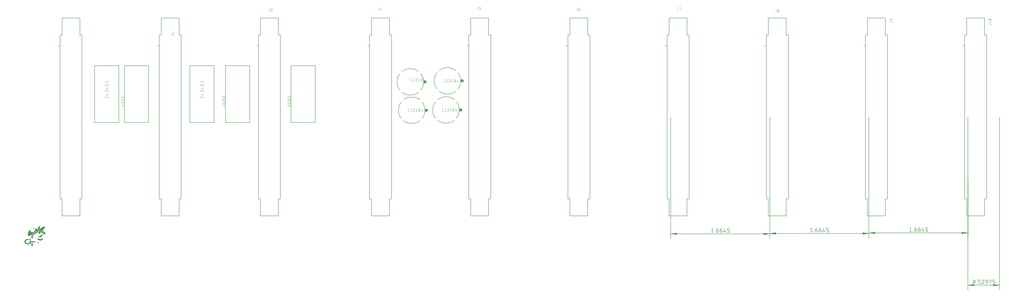
<source format=gbr>
G04 EAGLE Gerber RS-274X export*
G75*
%MOMM*%
%FSLAX34Y34*%
%LPD*%
%INSilkscreen Top*%
%IPPOS*%
%AMOC8*
5,1,8,0,0,1.08239X$1,22.5*%
G01*
%ADD10R,1.016000X0.050800*%
%ADD11R,1.066800X0.050800*%
%ADD12R,0.355600X0.050800*%
%ADD13R,0.152400X0.050800*%
%ADD14R,0.863600X0.050800*%
%ADD15R,1.168400X0.050800*%
%ADD16R,1.371600X0.050800*%
%ADD17R,0.304800X0.050800*%
%ADD18R,1.574800X0.050800*%
%ADD19R,1.778000X0.050800*%
%ADD20R,1.930400X0.050800*%
%ADD21R,2.387600X0.050800*%
%ADD22R,0.050800X0.050800*%
%ADD23R,0.914400X0.050800*%
%ADD24R,0.762000X0.050800*%
%ADD25R,0.711200X0.050800*%
%ADD26R,0.660400X0.050800*%
%ADD27R,0.203200X0.050800*%
%ADD28R,0.558800X0.050800*%
%ADD29R,0.609600X0.050800*%
%ADD30R,0.508000X0.050800*%
%ADD31R,0.406400X0.050800*%
%ADD32R,0.254000X0.050800*%
%ADD33R,0.457200X0.050800*%
%ADD34R,2.692400X0.050800*%
%ADD35R,1.219200X0.050800*%
%ADD36R,1.422400X0.050800*%
%ADD37R,0.812800X0.050800*%
%ADD38R,0.965200X0.050800*%
%ADD39R,1.828800X0.050800*%
%ADD40R,1.879600X0.050800*%
%ADD41R,1.727200X0.050800*%
%ADD42R,1.981200X0.050800*%
%ADD43R,2.032000X0.050800*%
%ADD44R,2.133600X0.050800*%
%ADD45R,1.117600X0.050800*%
%ADD46R,0.101600X0.050800*%
%ADD47R,1.320800X0.050800*%
%ADD48R,1.270000X0.050800*%
%ADD49R,1.473200X0.050800*%
%ADD50R,1.524000X0.050800*%
%ADD51R,1.676400X0.050800*%
%ADD52R,2.082800X0.050800*%
%ADD53R,2.184400X0.050800*%
%ADD54R,2.286000X0.050800*%
%ADD55R,2.336800X0.050800*%
%ADD56R,1.625600X0.050800*%
%ADD57C,0.130000*%
%ADD58C,0.152400*%
%ADD59C,0.127000*%
%ADD60C,0.200000*%
%ADD61C,0.101600*%
%ADD62C,0.076200*%
%ADD63C,0.508000*%


D10*
X62360Y148366D03*
D11*
X62614Y148874D03*
X62614Y149382D03*
X62614Y149890D03*
X62614Y150398D03*
X62614Y150906D03*
X62614Y151414D03*
D12*
X62614Y151922D03*
X62614Y152430D03*
D13*
X43818Y152938D03*
D12*
X62614Y152938D03*
D14*
X43818Y153446D03*
D12*
X62614Y153446D03*
D15*
X43818Y153954D03*
D12*
X62614Y153954D03*
D16*
X43818Y154462D03*
D17*
X55756Y154462D03*
D12*
X62614Y154462D03*
D18*
X43818Y154970D03*
D12*
X55502Y154970D03*
X62614Y154970D03*
D19*
X43818Y155478D03*
D12*
X55502Y155478D03*
X62614Y155478D03*
D20*
X43564Y155986D03*
D12*
X55502Y155986D03*
X62614Y155986D03*
D21*
X45342Y156494D03*
D12*
X62614Y156494D03*
D22*
X83950Y156494D03*
D23*
X37468Y157002D03*
X52708Y157002D03*
D12*
X62614Y157002D03*
D22*
X84458Y157002D03*
D24*
X36198Y157510D03*
X53470Y157510D03*
D12*
X62614Y157510D03*
D13*
X84966Y157510D03*
D25*
X35436Y158018D03*
D26*
X53978Y158018D03*
D12*
X62614Y158018D03*
D27*
X85728Y158018D03*
D25*
X34928Y158526D03*
D28*
X54486Y158526D03*
D12*
X62614Y158526D03*
D27*
X86236Y158526D03*
D29*
X34420Y159034D03*
D30*
X54740Y159034D03*
D12*
X62614Y159034D03*
D17*
X86744Y159034D03*
D29*
X33912Y159542D03*
D31*
X55248Y159542D03*
D12*
X62614Y159542D03*
D17*
X87252Y159542D03*
D29*
X33404Y160050D03*
D12*
X55502Y160050D03*
X62614Y160050D03*
D17*
X87760Y160050D03*
D28*
X33150Y160558D03*
D32*
X49914Y160558D03*
D12*
X55502Y160558D03*
X62614Y160558D03*
D27*
X74552Y160558D03*
D31*
X88268Y160558D03*
D28*
X33150Y161066D03*
D32*
X49914Y161066D03*
D12*
X55502Y161066D03*
X62614Y161066D03*
D32*
X74298Y161066D03*
D31*
X88776Y161066D03*
D28*
X32642Y161574D03*
D32*
X49914Y161574D03*
D12*
X55502Y161574D03*
X62614Y161574D03*
D32*
X74298Y161574D03*
D33*
X89030Y161574D03*
D30*
X32388Y162082D03*
D32*
X49914Y162082D03*
D12*
X55502Y162082D03*
X62614Y162082D03*
D32*
X74298Y162082D03*
D31*
X89284Y162082D03*
D30*
X32388Y162590D03*
D32*
X49914Y162590D03*
D12*
X55502Y162590D03*
X62614Y162590D03*
D32*
X74298Y162590D03*
X88522Y162590D03*
D30*
X32388Y163098D03*
D34*
X62106Y163098D03*
D13*
X88014Y163098D03*
D28*
X32134Y163606D03*
D34*
X62106Y163606D03*
D28*
X32134Y164114D03*
D34*
X62106Y164114D03*
D28*
X32134Y164622D03*
D34*
X62106Y164622D03*
D28*
X32134Y165130D03*
D34*
X62106Y165130D03*
D30*
X32388Y165638D03*
D34*
X62106Y165638D03*
D30*
X32388Y166146D03*
D34*
X62106Y166146D03*
D30*
X32388Y166654D03*
D28*
X32642Y167162D03*
D30*
X32896Y167670D03*
D28*
X33150Y168178D03*
X33658Y168686D03*
X33658Y169194D03*
D12*
X55502Y169194D03*
D29*
X34420Y169702D03*
D31*
X55248Y169702D03*
D33*
X96650Y169702D03*
D29*
X34928Y170210D03*
D30*
X54740Y170210D03*
D23*
X96904Y170210D03*
D26*
X35182Y170718D03*
D28*
X54486Y170718D03*
D35*
X96904Y170718D03*
D25*
X35944Y171226D03*
X53724Y171226D03*
D36*
X96904Y171226D03*
D37*
X36960Y171734D03*
X53216Y171734D03*
D18*
X97158Y171734D03*
D38*
X38230Y172242D03*
D25*
X50168Y172242D03*
D17*
X55756Y172242D03*
D19*
X97158Y172242D03*
D39*
X43564Y172750D03*
D17*
X55756Y172750D03*
D40*
X97158Y172750D03*
D41*
X43564Y173258D03*
D17*
X55756Y173258D03*
D42*
X97158Y173258D03*
D18*
X43818Y173766D03*
D17*
X55756Y173766D03*
D43*
X97412Y173766D03*
D16*
X43818Y174274D03*
D17*
X55756Y174274D03*
D44*
X97412Y174274D03*
D45*
X44072Y174782D03*
D17*
X55756Y174782D03*
D44*
X97412Y174782D03*
D24*
X43818Y175290D03*
D17*
X55756Y175290D03*
D10*
X91316Y175290D03*
D37*
X104524Y175290D03*
X90300Y175798D03*
D29*
X105540Y175798D03*
D26*
X89538Y176306D03*
D33*
X106302Y176306D03*
D28*
X89030Y176814D03*
D31*
X107064Y176814D03*
D33*
X88522Y177322D03*
D17*
X107572Y177322D03*
D31*
X88268Y177830D03*
D32*
X107826Y177830D03*
D17*
X62868Y178338D03*
X88268Y178338D03*
D27*
X108080Y178338D03*
D22*
X59058Y178846D03*
D30*
X62868Y178846D03*
D32*
X88014Y178846D03*
D46*
X108080Y178846D03*
D13*
X58550Y179354D03*
D28*
X63122Y179354D03*
D13*
X88014Y179354D03*
X58550Y179862D03*
D30*
X63376Y179862D03*
D46*
X87760Y179862D03*
D32*
X58550Y180370D03*
D33*
X63630Y180370D03*
D12*
X58550Y180878D03*
D31*
X63376Y180878D03*
D12*
X58550Y181386D03*
D31*
X63376Y181386D03*
X58804Y181894D03*
D17*
X63376Y181894D03*
D31*
X58804Y182402D03*
D33*
X63630Y182402D03*
D12*
X58550Y182910D03*
D30*
X63884Y182910D03*
D31*
X96396Y182910D03*
D12*
X58550Y183418D03*
D30*
X63884Y183418D03*
D25*
X96396Y183418D03*
D12*
X58550Y183926D03*
D30*
X63884Y183926D03*
D23*
X96396Y183926D03*
D17*
X58296Y184434D03*
D30*
X63884Y184434D03*
D10*
X96396Y184434D03*
D32*
X58550Y184942D03*
D28*
X63630Y184942D03*
D45*
X96396Y184942D03*
D32*
X58550Y185450D03*
D26*
X64138Y185450D03*
D35*
X96396Y185450D03*
D27*
X58804Y185958D03*
D25*
X64392Y185958D03*
D47*
X96396Y185958D03*
D13*
X59058Y186466D03*
D26*
X64646Y186466D03*
D36*
X96396Y186466D03*
D46*
X59820Y186974D03*
D17*
X63376Y186974D03*
D16*
X96650Y186974D03*
D11*
X98682Y187482D03*
D17*
X67440Y187990D03*
D14*
X99698Y187990D03*
D27*
X47628Y188498D03*
D29*
X65916Y188498D03*
D37*
X100460Y188498D03*
D33*
X48390Y189006D03*
D30*
X66424Y189006D03*
D25*
X100968Y189006D03*
D28*
X48898Y189514D03*
D12*
X67186Y189514D03*
D26*
X101222Y189514D03*
X49406Y190022D03*
D46*
X68456Y190022D03*
D29*
X101476Y190022D03*
D24*
X49914Y190530D03*
D29*
X101984Y190530D03*
D14*
X50422Y191038D03*
D28*
X59566Y191038D03*
X102238Y191038D03*
D23*
X50676Y191546D03*
D25*
X60836Y191546D03*
D30*
X102492Y191546D03*
D22*
X44326Y192054D03*
D38*
X50930Y192054D03*
D37*
X61852Y192054D03*
D33*
X102746Y192054D03*
D22*
X44326Y192562D03*
D11*
X51438Y192562D03*
D14*
X62614Y192562D03*
D12*
X102746Y192562D03*
D46*
X44072Y193070D03*
D45*
X51692Y193070D03*
D23*
X63884Y193070D03*
D12*
X102746Y193070D03*
D46*
X44072Y193578D03*
D15*
X51946Y193578D03*
D38*
X64646Y193578D03*
D17*
X103000Y193578D03*
D46*
X44072Y194086D03*
D48*
X52454Y194086D03*
D38*
X65154Y194086D03*
D17*
X103000Y194086D03*
D46*
X44072Y194594D03*
D47*
X52708Y194594D03*
D38*
X66170Y194594D03*
D32*
X102746Y194594D03*
D13*
X43818Y195102D03*
D16*
X52962Y195102D03*
D10*
X66932Y195102D03*
D27*
X103000Y195102D03*
X44072Y195610D03*
D49*
X53470Y195610D03*
D11*
X67694Y195610D03*
D13*
X102746Y195610D03*
D27*
X115192Y195610D03*
X44072Y196118D03*
D50*
X53724Y196118D03*
D10*
X68456Y196118D03*
D46*
X102492Y196118D03*
D17*
X115192Y196118D03*
D27*
X44072Y196626D03*
D18*
X53978Y196626D03*
D11*
X69218Y196626D03*
D46*
X102492Y196626D03*
D12*
X109858Y196626D03*
X115446Y196626D03*
D27*
X44072Y197134D03*
D51*
X54486Y197134D03*
D23*
X70488Y197134D03*
D30*
X110112Y197134D03*
D31*
X115192Y197134D03*
D27*
X44072Y197642D03*
D41*
X54740Y197642D03*
D14*
X71758Y197642D03*
D11*
X112398Y197642D03*
D27*
X44072Y198150D03*
D39*
X55248Y198150D03*
D25*
X73028Y198150D03*
D27*
X91824Y198150D03*
D11*
X112398Y198150D03*
D27*
X44072Y198658D03*
D40*
X55502Y198658D03*
D26*
X74298Y198658D03*
D17*
X91824Y198658D03*
D11*
X112398Y198658D03*
D13*
X44326Y199166D03*
D40*
X56010Y199166D03*
D13*
X68202Y199166D03*
D29*
X75060Y199166D03*
D31*
X91824Y199166D03*
D10*
X112652Y199166D03*
D27*
X44580Y199674D03*
D20*
X56264Y199674D03*
D32*
X69218Y199674D03*
D28*
X75822Y199674D03*
D33*
X92078Y199674D03*
D10*
X113160Y199674D03*
D27*
X44580Y200182D03*
D43*
X56772Y200182D03*
D17*
X69980Y200182D03*
D28*
X76838Y200182D03*
X92078Y200182D03*
D38*
X113414Y200182D03*
D27*
X44580Y200690D03*
D52*
X57026Y200690D03*
D12*
X70742Y200690D03*
D30*
X77600Y200690D03*
D29*
X92332Y200690D03*
D23*
X113668Y200690D03*
D13*
X44834Y201198D03*
D44*
X57280Y201198D03*
D17*
X70996Y201198D03*
D30*
X78108Y201198D03*
D37*
X93348Y201198D03*
D14*
X113922Y201198D03*
D27*
X45088Y201706D03*
D44*
X57788Y201706D03*
D27*
X71504Y201706D03*
D46*
X74044Y201706D03*
D30*
X79124Y201706D03*
D23*
X93856Y201706D03*
D12*
X105794Y201706D03*
D14*
X113922Y201706D03*
D27*
X45088Y202214D03*
D53*
X58042Y202214D03*
D13*
X71758Y202214D03*
X74298Y202214D03*
D30*
X79632Y202214D03*
D38*
X93602Y202214D03*
D33*
X105286Y202214D03*
D14*
X113922Y202214D03*
D13*
X45342Y202722D03*
D54*
X58550Y202722D03*
D46*
X72012Y202722D03*
D32*
X74806Y202722D03*
D33*
X80394Y202722D03*
D10*
X93856Y202722D03*
D28*
X105286Y202722D03*
D37*
X113668Y202722D03*
D27*
X45596Y203230D03*
D54*
X59058Y203230D03*
D12*
X74806Y203230D03*
D33*
X80902Y203230D03*
D10*
X93856Y203230D03*
D29*
X105032Y203230D03*
D37*
X113668Y203230D03*
D13*
X45850Y203738D03*
D55*
X59312Y203738D03*
D33*
X75314Y203738D03*
X81410Y203738D03*
D10*
X93856Y203738D03*
D29*
X105032Y203738D03*
D24*
X113922Y203738D03*
D27*
X46104Y204246D03*
D21*
X59566Y204246D03*
D31*
X75568Y204246D03*
D30*
X82172Y204246D03*
D38*
X94110Y204246D03*
D26*
X105286Y204246D03*
D25*
X113668Y204246D03*
D13*
X46358Y204754D03*
D48*
X54486Y204754D03*
D24*
X68710Y204754D03*
D12*
X75822Y204754D03*
D30*
X82680Y204754D03*
D38*
X94110Y204754D03*
D25*
X105540Y204754D03*
D29*
X113668Y204754D03*
D13*
X46866Y205262D03*
D15*
X53978Y205262D03*
D29*
X69980Y205262D03*
D32*
X75822Y205262D03*
D46*
X78616Y205262D03*
D30*
X83188Y205262D03*
D38*
X94110Y205262D03*
D25*
X105540Y205262D03*
D30*
X113160Y205262D03*
D13*
X46866Y205770D03*
D10*
X53724Y205770D03*
D28*
X70742Y205770D03*
D27*
X76076Y205770D03*
D13*
X78870Y205770D03*
D30*
X83696Y205770D03*
D23*
X94364Y205770D03*
D22*
X100206Y205770D03*
D24*
X105794Y205770D03*
D32*
X112398Y205770D03*
D13*
X47374Y206278D03*
D38*
X53470Y206278D03*
D30*
X71504Y206278D03*
D46*
X76584Y206278D03*
D27*
X79124Y206278D03*
D30*
X84204Y206278D03*
D14*
X94618Y206278D03*
D46*
X99952Y206278D03*
D37*
X106048Y206278D03*
D46*
X47628Y206786D03*
D14*
X53470Y206786D03*
D30*
X72012Y206786D03*
D32*
X79378Y206786D03*
D33*
X84458Y206786D03*
D22*
X92586Y206786D03*
D29*
X97412Y206786D03*
D37*
X106048Y206786D03*
D46*
X48136Y207294D03*
D37*
X53216Y207294D03*
D30*
X73028Y207294D03*
D17*
X79124Y207294D03*
D30*
X84712Y207294D03*
D28*
X97666Y207294D03*
D24*
X105794Y207294D03*
D13*
X48390Y207802D03*
D25*
X53216Y207802D03*
D30*
X73536Y207802D03*
D12*
X79378Y207802D03*
D33*
X84966Y207802D03*
D22*
X91570Y207802D03*
D29*
X97920Y207802D03*
D25*
X105540Y207802D03*
D46*
X48644Y208310D03*
D25*
X53216Y208310D03*
D30*
X74044Y208310D03*
D17*
X79632Y208310D03*
D33*
X84966Y208310D03*
D30*
X91316Y208310D03*
D28*
X98174Y208310D03*
D29*
X105032Y208310D03*
D46*
X49152Y208818D03*
D29*
X53216Y208818D03*
D30*
X74552Y208818D03*
D27*
X80140Y208818D03*
D30*
X85220Y208818D03*
D28*
X91570Y208818D03*
X98174Y208818D03*
D30*
X105032Y208818D03*
D46*
X49660Y209326D03*
D28*
X53470Y209326D03*
D30*
X75060Y209326D03*
D13*
X80394Y209326D03*
D28*
X84966Y209326D03*
X91570Y209326D03*
D30*
X98428Y209326D03*
D31*
X104524Y209326D03*
D46*
X109604Y209326D03*
D26*
X52962Y209834D03*
D28*
X75822Y209834D03*
D46*
X80648Y209834D03*
D28*
X84966Y209834D03*
D29*
X91824Y209834D03*
D30*
X98936Y209834D03*
D32*
X104270Y209834D03*
X109350Y209834D03*
D29*
X53216Y210342D03*
D28*
X76330Y210342D03*
D22*
X80902Y210342D03*
D28*
X84966Y210342D03*
D26*
X92078Y210342D03*
D30*
X99444Y210342D03*
D46*
X104016Y210342D03*
D31*
X109096Y210342D03*
D30*
X53216Y210850D03*
D29*
X76584Y210850D03*
D28*
X84966Y210850D03*
D25*
X92332Y210850D03*
D31*
X99952Y210850D03*
D30*
X109096Y210850D03*
D33*
X53470Y211358D03*
D29*
X77092Y211358D03*
X84712Y211358D03*
D24*
X92586Y211358D03*
D32*
X100714Y211358D03*
D29*
X108588Y211358D03*
D12*
X53978Y211866D03*
D26*
X77346Y211866D03*
D29*
X84712Y211866D03*
D37*
X93348Y211866D03*
X108080Y211866D03*
D12*
X54486Y212374D03*
D47*
X81156Y212374D03*
D23*
X94364Y212374D03*
D10*
X107064Y212374D03*
D17*
X54740Y212882D03*
D47*
X81156Y212882D03*
D56*
X97920Y212882D03*
D33*
X109858Y212882D03*
D32*
X54994Y213390D03*
D35*
X81156Y213390D03*
D50*
X97920Y213390D03*
D12*
X110366Y213390D03*
D13*
X55502Y213898D03*
D35*
X81156Y213898D03*
D22*
X88522Y213898D03*
D50*
X98428Y213898D03*
D46*
X111128Y213898D03*
X55756Y214406D03*
D15*
X80902Y214406D03*
D46*
X88776Y214406D03*
D50*
X98936Y214406D03*
D46*
X56264Y214914D03*
D45*
X81156Y214914D03*
D27*
X88776Y214914D03*
D50*
X99444Y214914D03*
D11*
X80902Y215422D03*
D32*
X89030Y215422D03*
D18*
X100206Y215422D03*
D10*
X80648Y215930D03*
D12*
X89030Y215930D03*
D18*
X100714Y215930D03*
D10*
X80648Y216438D03*
D33*
X89030Y216438D03*
D18*
X101222Y216438D03*
D38*
X80394Y216946D03*
D28*
X89030Y216946D03*
D18*
X101730Y216946D03*
D14*
X79886Y217454D03*
D26*
X89030Y217454D03*
D56*
X102492Y217454D03*
D37*
X79632Y217962D03*
D25*
X89284Y217962D03*
D56*
X103000Y217962D03*
D25*
X79124Y218470D03*
X89792Y218470D03*
D56*
X103508Y218470D03*
D27*
X68456Y218978D03*
D25*
X78616Y218978D03*
D24*
X90046Y218978D03*
D18*
X104270Y218978D03*
D17*
X68456Y219486D03*
D29*
X78108Y219486D03*
D37*
X90300Y219486D03*
D18*
X104778Y219486D03*
D17*
X68456Y219994D03*
D33*
X77346Y219994D03*
D37*
X90808Y219994D03*
D18*
X105286Y219994D03*
D17*
X68456Y220502D03*
D12*
X76330Y220502D03*
D14*
X91062Y220502D03*
D18*
X105794Y220502D03*
D17*
X68456Y221010D03*
D13*
X75314Y221010D03*
D37*
X91316Y221010D03*
D18*
X106302Y221010D03*
D27*
X68456Y221518D03*
D37*
X91316Y221518D03*
D50*
X107064Y221518D03*
D37*
X91316Y222026D03*
D50*
X107572Y222026D03*
D24*
X91570Y222534D03*
D49*
X108334Y222534D03*
D24*
X91570Y223042D03*
D49*
X108842Y223042D03*
D25*
X91824Y223550D03*
D36*
X109604Y223550D03*
D25*
X91824Y224058D03*
D16*
X109858Y224058D03*
D26*
X92078Y224566D03*
D47*
X110620Y224566D03*
D25*
X92332Y225074D03*
D48*
X111382Y225074D03*
D26*
X92586Y225582D03*
D15*
X111890Y225582D03*
D26*
X92586Y226090D03*
D45*
X112652Y226090D03*
D28*
X92586Y226598D03*
D10*
X113160Y226598D03*
D28*
X92586Y227106D03*
D14*
X113922Y227106D03*
D30*
X92840Y227614D03*
D25*
X114176Y227614D03*
D30*
X92840Y228122D03*
X115192Y228122D03*
D33*
X93094Y228630D03*
D46*
X116208Y228630D03*
D31*
X93348Y229138D03*
X93348Y229646D03*
D12*
X93602Y230154D03*
D32*
X93602Y230662D03*
D46*
X93856Y231170D03*
D57*
X3210930Y178862D02*
X3211021Y698488D01*
X2788231Y698562D02*
X2788140Y178936D01*
X2788794Y198436D02*
X3210284Y198362D01*
X3184934Y201559D01*
X3184933Y195174D01*
X3210284Y198362D01*
X3184934Y199667D01*
X3184933Y197067D02*
X3210284Y198362D01*
X3184934Y200967D01*
X3184933Y195767D02*
X3210284Y198362D01*
X2814144Y201624D02*
X2788794Y198436D01*
X2814144Y201624D02*
X2814143Y195239D01*
X2788794Y198436D01*
X2814144Y199732D01*
X2814143Y197132D02*
X2788794Y198436D01*
X2814144Y201032D01*
X2814143Y195832D02*
X2788794Y198436D01*
D58*
X2961296Y217556D02*
X2965811Y221169D01*
X2965811Y204913D01*
X2961296Y204913D02*
X2970327Y204913D01*
X2976301Y204913D02*
X2976301Y205816D01*
X2977205Y205816D01*
X2977205Y204913D01*
X2976301Y204913D01*
X2983179Y213944D02*
X2988598Y213944D01*
X2988716Y213942D01*
X2988834Y213936D01*
X2988952Y213927D01*
X2989069Y213913D01*
X2989186Y213896D01*
X2989303Y213875D01*
X2989418Y213850D01*
X2989533Y213821D01*
X2989647Y213788D01*
X2989759Y213752D01*
X2989870Y213712D01*
X2989980Y213669D01*
X2990089Y213622D01*
X2990196Y213572D01*
X2990301Y213517D01*
X2990404Y213460D01*
X2990505Y213399D01*
X2990605Y213335D01*
X2990702Y213268D01*
X2990797Y213198D01*
X2990889Y213124D01*
X2990980Y213048D01*
X2991067Y212968D01*
X2991152Y212886D01*
X2991234Y212801D01*
X2991314Y212714D01*
X2991390Y212623D01*
X2991464Y212531D01*
X2991534Y212436D01*
X2991601Y212339D01*
X2991665Y212239D01*
X2991726Y212138D01*
X2991783Y212035D01*
X2991838Y211930D01*
X2991888Y211823D01*
X2991935Y211714D01*
X2991978Y211604D01*
X2992018Y211493D01*
X2992054Y211381D01*
X2992087Y211267D01*
X2992116Y211152D01*
X2992141Y211037D01*
X2992162Y210920D01*
X2992179Y210803D01*
X2992193Y210686D01*
X2992202Y210568D01*
X2992208Y210450D01*
X2992210Y210332D01*
X2992210Y209428D01*
X2992211Y209428D02*
X2992209Y209295D01*
X2992203Y209163D01*
X2992193Y209031D01*
X2992180Y208899D01*
X2992162Y208767D01*
X2992141Y208637D01*
X2992116Y208506D01*
X2992087Y208377D01*
X2992054Y208249D01*
X2992018Y208121D01*
X2991978Y207995D01*
X2991934Y207870D01*
X2991886Y207746D01*
X2991835Y207624D01*
X2991780Y207503D01*
X2991722Y207384D01*
X2991660Y207266D01*
X2991595Y207151D01*
X2991526Y207037D01*
X2991455Y206926D01*
X2991379Y206817D01*
X2991301Y206710D01*
X2991220Y206605D01*
X2991135Y206503D01*
X2991048Y206403D01*
X2990958Y206306D01*
X2990865Y206211D01*
X2990769Y206120D01*
X2990671Y206031D01*
X2990570Y205945D01*
X2990466Y205862D01*
X2990360Y205782D01*
X2990252Y205706D01*
X2990142Y205632D01*
X2990029Y205562D01*
X2989915Y205495D01*
X2989798Y205432D01*
X2989680Y205372D01*
X2989560Y205315D01*
X2989438Y205262D01*
X2989315Y205213D01*
X2989191Y205167D01*
X2989065Y205125D01*
X2988938Y205087D01*
X2988810Y205052D01*
X2988681Y205021D01*
X2988552Y204994D01*
X2988421Y204971D01*
X2988290Y204951D01*
X2988158Y204936D01*
X2988026Y204924D01*
X2987894Y204916D01*
X2987761Y204912D01*
X2987629Y204912D01*
X2987496Y204916D01*
X2987364Y204924D01*
X2987232Y204936D01*
X2987100Y204951D01*
X2986969Y204971D01*
X2986838Y204994D01*
X2986709Y205021D01*
X2986580Y205052D01*
X2986452Y205087D01*
X2986325Y205125D01*
X2986199Y205167D01*
X2986075Y205213D01*
X2985952Y205262D01*
X2985830Y205315D01*
X2985710Y205372D01*
X2985592Y205432D01*
X2985475Y205495D01*
X2985361Y205562D01*
X2985248Y205632D01*
X2985138Y205706D01*
X2985030Y205782D01*
X2984924Y205862D01*
X2984820Y205945D01*
X2984719Y206031D01*
X2984621Y206120D01*
X2984525Y206211D01*
X2984432Y206306D01*
X2984342Y206403D01*
X2984255Y206503D01*
X2984170Y206605D01*
X2984089Y206710D01*
X2984011Y206817D01*
X2983935Y206926D01*
X2983864Y207037D01*
X2983795Y207151D01*
X2983730Y207266D01*
X2983668Y207384D01*
X2983610Y207503D01*
X2983555Y207624D01*
X2983504Y207746D01*
X2983456Y207870D01*
X2983412Y207995D01*
X2983372Y208121D01*
X2983336Y208249D01*
X2983303Y208377D01*
X2983274Y208506D01*
X2983249Y208637D01*
X2983228Y208767D01*
X2983210Y208899D01*
X2983197Y209031D01*
X2983187Y209163D01*
X2983181Y209295D01*
X2983179Y209428D01*
X2983179Y213944D01*
X2983181Y214121D01*
X2983188Y214299D01*
X2983199Y214476D01*
X2983214Y214652D01*
X2983233Y214828D01*
X2983257Y215004D01*
X2983285Y215179D01*
X2983318Y215354D01*
X2983355Y215527D01*
X2983396Y215700D01*
X2983441Y215871D01*
X2983490Y216041D01*
X2983544Y216210D01*
X2983601Y216378D01*
X2983663Y216544D01*
X2983729Y216709D01*
X2983799Y216872D01*
X2983873Y217033D01*
X2983950Y217192D01*
X2984032Y217350D01*
X2984118Y217505D01*
X2984207Y217658D01*
X2984300Y217809D01*
X2984397Y217958D01*
X2984497Y218104D01*
X2984601Y218248D01*
X2984708Y218389D01*
X2984819Y218527D01*
X2984933Y218663D01*
X2985051Y218796D01*
X2985171Y218926D01*
X2985295Y219053D01*
X2985422Y219177D01*
X2985552Y219297D01*
X2985685Y219415D01*
X2985820Y219529D01*
X2985959Y219640D01*
X2986100Y219747D01*
X2986244Y219851D01*
X2986390Y219951D01*
X2986539Y220048D01*
X2986690Y220141D01*
X2986843Y220230D01*
X2986998Y220316D01*
X2987156Y220398D01*
X2987315Y220475D01*
X2987476Y220549D01*
X2987639Y220619D01*
X2987804Y220685D01*
X2987970Y220747D01*
X2988138Y220804D01*
X2988307Y220858D01*
X2988477Y220907D01*
X2988648Y220952D01*
X2988821Y220993D01*
X2988994Y221030D01*
X2989169Y221063D01*
X2989344Y221091D01*
X2989520Y221115D01*
X2989696Y221134D01*
X2989872Y221149D01*
X2990049Y221160D01*
X2990227Y221167D01*
X2990404Y221169D01*
X2998811Y213944D02*
X3004229Y213944D01*
X3004347Y213942D01*
X3004465Y213936D01*
X3004583Y213927D01*
X3004700Y213913D01*
X3004817Y213896D01*
X3004934Y213875D01*
X3005049Y213850D01*
X3005164Y213821D01*
X3005278Y213788D01*
X3005390Y213752D01*
X3005501Y213712D01*
X3005611Y213669D01*
X3005720Y213622D01*
X3005827Y213572D01*
X3005932Y213517D01*
X3006035Y213460D01*
X3006136Y213399D01*
X3006236Y213335D01*
X3006333Y213268D01*
X3006428Y213198D01*
X3006520Y213124D01*
X3006611Y213048D01*
X3006698Y212968D01*
X3006783Y212886D01*
X3006865Y212801D01*
X3006945Y212714D01*
X3007021Y212623D01*
X3007095Y212531D01*
X3007165Y212436D01*
X3007232Y212339D01*
X3007296Y212239D01*
X3007357Y212138D01*
X3007414Y212035D01*
X3007469Y211930D01*
X3007519Y211823D01*
X3007566Y211714D01*
X3007609Y211604D01*
X3007649Y211493D01*
X3007685Y211381D01*
X3007718Y211267D01*
X3007747Y211152D01*
X3007772Y211037D01*
X3007793Y210920D01*
X3007810Y210803D01*
X3007824Y210686D01*
X3007833Y210568D01*
X3007839Y210450D01*
X3007841Y210332D01*
X3007842Y210332D02*
X3007842Y209428D01*
X3007840Y209295D01*
X3007834Y209163D01*
X3007824Y209031D01*
X3007811Y208899D01*
X3007793Y208767D01*
X3007772Y208637D01*
X3007747Y208506D01*
X3007718Y208377D01*
X3007685Y208249D01*
X3007649Y208121D01*
X3007609Y207995D01*
X3007565Y207870D01*
X3007517Y207746D01*
X3007466Y207624D01*
X3007411Y207503D01*
X3007353Y207384D01*
X3007291Y207266D01*
X3007226Y207151D01*
X3007157Y207037D01*
X3007086Y206926D01*
X3007010Y206817D01*
X3006932Y206710D01*
X3006851Y206605D01*
X3006766Y206503D01*
X3006679Y206403D01*
X3006589Y206306D01*
X3006496Y206211D01*
X3006400Y206120D01*
X3006302Y206031D01*
X3006201Y205945D01*
X3006097Y205862D01*
X3005991Y205782D01*
X3005883Y205706D01*
X3005773Y205632D01*
X3005660Y205562D01*
X3005546Y205495D01*
X3005429Y205432D01*
X3005311Y205372D01*
X3005191Y205315D01*
X3005069Y205262D01*
X3004946Y205213D01*
X3004822Y205167D01*
X3004696Y205125D01*
X3004569Y205087D01*
X3004441Y205052D01*
X3004312Y205021D01*
X3004183Y204994D01*
X3004052Y204971D01*
X3003921Y204951D01*
X3003789Y204936D01*
X3003657Y204924D01*
X3003525Y204916D01*
X3003392Y204912D01*
X3003260Y204912D01*
X3003127Y204916D01*
X3002995Y204924D01*
X3002863Y204936D01*
X3002731Y204951D01*
X3002600Y204971D01*
X3002469Y204994D01*
X3002340Y205021D01*
X3002211Y205052D01*
X3002083Y205087D01*
X3001956Y205125D01*
X3001830Y205167D01*
X3001706Y205213D01*
X3001583Y205262D01*
X3001461Y205315D01*
X3001341Y205372D01*
X3001223Y205432D01*
X3001106Y205495D01*
X3000992Y205562D01*
X3000879Y205632D01*
X3000769Y205706D01*
X3000661Y205782D01*
X3000555Y205862D01*
X3000451Y205945D01*
X3000350Y206031D01*
X3000252Y206120D01*
X3000156Y206211D01*
X3000063Y206306D01*
X2999973Y206403D01*
X2999886Y206503D01*
X2999801Y206605D01*
X2999720Y206710D01*
X2999642Y206817D01*
X2999566Y206926D01*
X2999495Y207037D01*
X2999426Y207151D01*
X2999361Y207266D01*
X2999299Y207384D01*
X2999241Y207503D01*
X2999186Y207624D01*
X2999135Y207746D01*
X2999087Y207870D01*
X2999043Y207995D01*
X2999003Y208121D01*
X2998967Y208249D01*
X2998934Y208377D01*
X2998905Y208506D01*
X2998880Y208637D01*
X2998859Y208767D01*
X2998841Y208899D01*
X2998828Y209031D01*
X2998818Y209163D01*
X2998812Y209295D01*
X2998810Y209428D01*
X2998811Y209428D02*
X2998811Y213944D01*
X2998810Y213944D02*
X2998812Y214121D01*
X2998819Y214299D01*
X2998830Y214476D01*
X2998845Y214652D01*
X2998864Y214828D01*
X2998888Y215004D01*
X2998916Y215179D01*
X2998949Y215354D01*
X2998986Y215527D01*
X2999027Y215700D01*
X2999072Y215871D01*
X2999121Y216041D01*
X2999175Y216210D01*
X2999232Y216378D01*
X2999294Y216544D01*
X2999360Y216709D01*
X2999430Y216872D01*
X2999504Y217033D01*
X2999581Y217192D01*
X2999663Y217350D01*
X2999749Y217505D01*
X2999838Y217658D01*
X2999931Y217809D01*
X3000028Y217958D01*
X3000128Y218104D01*
X3000232Y218248D01*
X3000339Y218389D01*
X3000450Y218527D01*
X3000564Y218663D01*
X3000682Y218796D01*
X3000802Y218926D01*
X3000926Y219053D01*
X3001053Y219177D01*
X3001183Y219297D01*
X3001316Y219415D01*
X3001451Y219529D01*
X3001590Y219640D01*
X3001731Y219747D01*
X3001875Y219851D01*
X3002021Y219951D01*
X3002170Y220048D01*
X3002321Y220141D01*
X3002474Y220230D01*
X3002629Y220316D01*
X3002787Y220398D01*
X3002946Y220475D01*
X3003107Y220549D01*
X3003270Y220619D01*
X3003435Y220685D01*
X3003601Y220747D01*
X3003769Y220804D01*
X3003938Y220858D01*
X3004108Y220907D01*
X3004279Y220952D01*
X3004452Y220993D01*
X3004625Y221030D01*
X3004800Y221063D01*
X3004975Y221091D01*
X3005151Y221115D01*
X3005327Y221134D01*
X3005503Y221149D01*
X3005680Y221160D01*
X3005858Y221167D01*
X3006035Y221169D01*
X3018054Y221169D02*
X3014442Y208525D01*
X3023473Y208525D01*
X3020764Y212138D02*
X3020764Y204913D01*
X3030073Y204913D02*
X3035492Y204913D01*
X3035610Y204915D01*
X3035728Y204921D01*
X3035846Y204930D01*
X3035963Y204944D01*
X3036080Y204961D01*
X3036197Y204982D01*
X3036312Y205007D01*
X3036427Y205036D01*
X3036541Y205069D01*
X3036653Y205105D01*
X3036764Y205145D01*
X3036874Y205188D01*
X3036983Y205235D01*
X3037090Y205285D01*
X3037195Y205340D01*
X3037298Y205397D01*
X3037399Y205458D01*
X3037499Y205522D01*
X3037596Y205589D01*
X3037691Y205659D01*
X3037783Y205733D01*
X3037874Y205809D01*
X3037961Y205889D01*
X3038046Y205971D01*
X3038128Y206056D01*
X3038208Y206143D01*
X3038284Y206234D01*
X3038358Y206326D01*
X3038428Y206421D01*
X3038495Y206518D01*
X3038559Y206618D01*
X3038620Y206719D01*
X3038677Y206822D01*
X3038732Y206927D01*
X3038782Y207034D01*
X3038829Y207143D01*
X3038872Y207253D01*
X3038912Y207364D01*
X3038948Y207476D01*
X3038981Y207590D01*
X3039010Y207705D01*
X3039035Y207820D01*
X3039056Y207937D01*
X3039073Y208054D01*
X3039087Y208171D01*
X3039096Y208289D01*
X3039102Y208407D01*
X3039104Y208525D01*
X3039104Y210332D01*
X3039102Y210450D01*
X3039096Y210568D01*
X3039087Y210686D01*
X3039073Y210803D01*
X3039056Y210920D01*
X3039035Y211037D01*
X3039010Y211152D01*
X3038981Y211267D01*
X3038948Y211381D01*
X3038912Y211493D01*
X3038872Y211604D01*
X3038829Y211714D01*
X3038782Y211823D01*
X3038732Y211930D01*
X3038677Y212035D01*
X3038620Y212138D01*
X3038559Y212239D01*
X3038495Y212339D01*
X3038428Y212436D01*
X3038358Y212531D01*
X3038284Y212623D01*
X3038208Y212714D01*
X3038128Y212801D01*
X3038046Y212886D01*
X3037961Y212968D01*
X3037874Y213048D01*
X3037783Y213124D01*
X3037691Y213198D01*
X3037596Y213268D01*
X3037499Y213335D01*
X3037399Y213399D01*
X3037298Y213460D01*
X3037195Y213517D01*
X3037090Y213572D01*
X3036983Y213622D01*
X3036874Y213669D01*
X3036764Y213712D01*
X3036653Y213752D01*
X3036541Y213788D01*
X3036427Y213821D01*
X3036312Y213850D01*
X3036197Y213875D01*
X3036080Y213896D01*
X3035963Y213913D01*
X3035846Y213927D01*
X3035728Y213936D01*
X3035610Y213942D01*
X3035492Y213944D01*
X3030073Y213944D01*
X3030073Y221169D01*
X3039104Y221169D01*
D57*
X3210958Y180204D02*
X3211021Y698488D01*
X3633800Y698437D02*
X3633737Y180153D01*
X3633089Y199653D02*
X3211610Y199704D01*
X3236961Y202893D01*
X3236960Y196508D01*
X3211610Y199704D01*
X3236961Y201001D01*
X3236960Y198401D02*
X3211610Y199704D01*
X3236961Y202301D01*
X3236960Y197101D02*
X3211610Y199704D01*
X3607740Y202848D02*
X3633089Y199653D01*
X3607740Y202848D02*
X3607739Y196463D01*
X3633089Y199653D01*
X3607740Y200956D01*
X3607739Y198356D02*
X3633089Y199653D01*
X3607740Y202256D01*
X3607739Y197056D02*
X3633089Y199653D01*
D58*
X3388622Y222446D02*
X3384107Y218834D01*
X3388622Y222446D02*
X3388622Y206190D01*
X3384107Y206190D02*
X3393138Y206190D01*
X3399112Y206190D02*
X3399112Y207093D01*
X3400016Y207093D01*
X3400016Y206190D01*
X3399112Y206190D01*
X3405990Y215221D02*
X3411409Y215221D01*
X3411527Y215219D01*
X3411645Y215213D01*
X3411763Y215204D01*
X3411880Y215190D01*
X3411997Y215173D01*
X3412114Y215152D01*
X3412229Y215127D01*
X3412344Y215098D01*
X3412458Y215065D01*
X3412570Y215029D01*
X3412681Y214989D01*
X3412791Y214946D01*
X3412900Y214899D01*
X3413007Y214849D01*
X3413112Y214794D01*
X3413215Y214737D01*
X3413316Y214676D01*
X3413416Y214612D01*
X3413513Y214545D01*
X3413608Y214475D01*
X3413700Y214401D01*
X3413791Y214325D01*
X3413878Y214245D01*
X3413963Y214163D01*
X3414045Y214078D01*
X3414125Y213991D01*
X3414201Y213900D01*
X3414275Y213808D01*
X3414345Y213713D01*
X3414412Y213616D01*
X3414476Y213516D01*
X3414537Y213415D01*
X3414594Y213312D01*
X3414649Y213207D01*
X3414699Y213100D01*
X3414746Y212991D01*
X3414789Y212881D01*
X3414829Y212770D01*
X3414865Y212658D01*
X3414898Y212544D01*
X3414927Y212429D01*
X3414952Y212314D01*
X3414973Y212197D01*
X3414990Y212080D01*
X3415004Y211963D01*
X3415013Y211845D01*
X3415019Y211727D01*
X3415021Y211609D01*
X3415021Y210706D01*
X3415022Y210706D02*
X3415020Y210573D01*
X3415014Y210441D01*
X3415004Y210309D01*
X3414991Y210177D01*
X3414973Y210045D01*
X3414952Y209915D01*
X3414927Y209784D01*
X3414898Y209655D01*
X3414865Y209527D01*
X3414829Y209399D01*
X3414789Y209273D01*
X3414745Y209148D01*
X3414697Y209024D01*
X3414646Y208902D01*
X3414591Y208781D01*
X3414533Y208662D01*
X3414471Y208544D01*
X3414406Y208429D01*
X3414337Y208315D01*
X3414266Y208204D01*
X3414190Y208095D01*
X3414112Y207988D01*
X3414031Y207883D01*
X3413946Y207781D01*
X3413859Y207681D01*
X3413769Y207584D01*
X3413676Y207489D01*
X3413580Y207398D01*
X3413482Y207309D01*
X3413381Y207223D01*
X3413277Y207140D01*
X3413171Y207060D01*
X3413063Y206984D01*
X3412953Y206910D01*
X3412840Y206840D01*
X3412726Y206773D01*
X3412609Y206710D01*
X3412491Y206650D01*
X3412371Y206593D01*
X3412249Y206540D01*
X3412126Y206491D01*
X3412002Y206445D01*
X3411876Y206403D01*
X3411749Y206365D01*
X3411621Y206330D01*
X3411492Y206299D01*
X3411363Y206272D01*
X3411232Y206249D01*
X3411101Y206229D01*
X3410969Y206214D01*
X3410837Y206202D01*
X3410705Y206194D01*
X3410572Y206190D01*
X3410440Y206190D01*
X3410307Y206194D01*
X3410175Y206202D01*
X3410043Y206214D01*
X3409911Y206229D01*
X3409780Y206249D01*
X3409649Y206272D01*
X3409520Y206299D01*
X3409391Y206330D01*
X3409263Y206365D01*
X3409136Y206403D01*
X3409010Y206445D01*
X3408886Y206491D01*
X3408763Y206540D01*
X3408641Y206593D01*
X3408521Y206650D01*
X3408403Y206710D01*
X3408286Y206773D01*
X3408172Y206840D01*
X3408059Y206910D01*
X3407949Y206984D01*
X3407841Y207060D01*
X3407735Y207140D01*
X3407631Y207223D01*
X3407530Y207309D01*
X3407432Y207398D01*
X3407336Y207489D01*
X3407243Y207584D01*
X3407153Y207681D01*
X3407066Y207781D01*
X3406981Y207883D01*
X3406900Y207988D01*
X3406822Y208095D01*
X3406746Y208204D01*
X3406675Y208315D01*
X3406606Y208429D01*
X3406541Y208544D01*
X3406479Y208662D01*
X3406421Y208781D01*
X3406366Y208902D01*
X3406315Y209024D01*
X3406267Y209148D01*
X3406223Y209273D01*
X3406183Y209399D01*
X3406147Y209527D01*
X3406114Y209655D01*
X3406085Y209784D01*
X3406060Y209915D01*
X3406039Y210045D01*
X3406021Y210177D01*
X3406008Y210309D01*
X3405998Y210441D01*
X3405992Y210573D01*
X3405990Y210706D01*
X3405990Y215221D01*
X3405992Y215398D01*
X3405999Y215576D01*
X3406010Y215753D01*
X3406025Y215929D01*
X3406044Y216105D01*
X3406068Y216281D01*
X3406096Y216456D01*
X3406129Y216631D01*
X3406166Y216804D01*
X3406207Y216977D01*
X3406252Y217148D01*
X3406301Y217318D01*
X3406355Y217487D01*
X3406412Y217655D01*
X3406474Y217821D01*
X3406540Y217986D01*
X3406610Y218149D01*
X3406684Y218310D01*
X3406761Y218469D01*
X3406843Y218627D01*
X3406929Y218782D01*
X3407018Y218935D01*
X3407111Y219086D01*
X3407208Y219235D01*
X3407308Y219381D01*
X3407412Y219525D01*
X3407519Y219666D01*
X3407630Y219804D01*
X3407744Y219940D01*
X3407862Y220073D01*
X3407982Y220203D01*
X3408106Y220330D01*
X3408233Y220454D01*
X3408363Y220574D01*
X3408496Y220692D01*
X3408631Y220806D01*
X3408770Y220917D01*
X3408911Y221024D01*
X3409055Y221128D01*
X3409201Y221228D01*
X3409350Y221325D01*
X3409501Y221418D01*
X3409654Y221507D01*
X3409809Y221593D01*
X3409967Y221675D01*
X3410126Y221752D01*
X3410287Y221826D01*
X3410450Y221896D01*
X3410615Y221962D01*
X3410781Y222024D01*
X3410949Y222081D01*
X3411118Y222135D01*
X3411288Y222184D01*
X3411459Y222229D01*
X3411632Y222270D01*
X3411805Y222307D01*
X3411980Y222340D01*
X3412155Y222368D01*
X3412331Y222392D01*
X3412507Y222411D01*
X3412683Y222426D01*
X3412860Y222437D01*
X3413038Y222444D01*
X3413215Y222446D01*
X3421622Y215221D02*
X3427040Y215221D01*
X3427158Y215219D01*
X3427276Y215213D01*
X3427394Y215204D01*
X3427511Y215190D01*
X3427628Y215173D01*
X3427745Y215152D01*
X3427860Y215127D01*
X3427975Y215098D01*
X3428089Y215065D01*
X3428201Y215029D01*
X3428312Y214989D01*
X3428422Y214946D01*
X3428531Y214899D01*
X3428638Y214849D01*
X3428743Y214794D01*
X3428846Y214737D01*
X3428947Y214676D01*
X3429047Y214612D01*
X3429144Y214545D01*
X3429239Y214475D01*
X3429331Y214401D01*
X3429422Y214325D01*
X3429509Y214245D01*
X3429594Y214163D01*
X3429676Y214078D01*
X3429756Y213991D01*
X3429832Y213900D01*
X3429906Y213808D01*
X3429976Y213713D01*
X3430043Y213616D01*
X3430107Y213516D01*
X3430168Y213415D01*
X3430225Y213312D01*
X3430280Y213207D01*
X3430330Y213100D01*
X3430377Y212991D01*
X3430420Y212881D01*
X3430460Y212770D01*
X3430496Y212658D01*
X3430529Y212544D01*
X3430558Y212429D01*
X3430583Y212314D01*
X3430604Y212197D01*
X3430621Y212080D01*
X3430635Y211963D01*
X3430644Y211845D01*
X3430650Y211727D01*
X3430652Y211609D01*
X3430653Y211609D02*
X3430653Y210706D01*
X3430651Y210573D01*
X3430645Y210441D01*
X3430635Y210309D01*
X3430622Y210177D01*
X3430604Y210045D01*
X3430583Y209915D01*
X3430558Y209784D01*
X3430529Y209655D01*
X3430496Y209527D01*
X3430460Y209399D01*
X3430420Y209273D01*
X3430376Y209148D01*
X3430328Y209024D01*
X3430277Y208902D01*
X3430222Y208781D01*
X3430164Y208662D01*
X3430102Y208544D01*
X3430037Y208429D01*
X3429968Y208315D01*
X3429897Y208204D01*
X3429821Y208095D01*
X3429743Y207988D01*
X3429662Y207883D01*
X3429577Y207781D01*
X3429490Y207681D01*
X3429400Y207584D01*
X3429307Y207489D01*
X3429211Y207398D01*
X3429113Y207309D01*
X3429012Y207223D01*
X3428908Y207140D01*
X3428802Y207060D01*
X3428694Y206984D01*
X3428584Y206910D01*
X3428471Y206840D01*
X3428357Y206773D01*
X3428240Y206710D01*
X3428122Y206650D01*
X3428002Y206593D01*
X3427880Y206540D01*
X3427757Y206491D01*
X3427633Y206445D01*
X3427507Y206403D01*
X3427380Y206365D01*
X3427252Y206330D01*
X3427123Y206299D01*
X3426994Y206272D01*
X3426863Y206249D01*
X3426732Y206229D01*
X3426600Y206214D01*
X3426468Y206202D01*
X3426336Y206194D01*
X3426203Y206190D01*
X3426071Y206190D01*
X3425938Y206194D01*
X3425806Y206202D01*
X3425674Y206214D01*
X3425542Y206229D01*
X3425411Y206249D01*
X3425280Y206272D01*
X3425151Y206299D01*
X3425022Y206330D01*
X3424894Y206365D01*
X3424767Y206403D01*
X3424641Y206445D01*
X3424517Y206491D01*
X3424394Y206540D01*
X3424272Y206593D01*
X3424152Y206650D01*
X3424034Y206710D01*
X3423917Y206773D01*
X3423803Y206840D01*
X3423690Y206910D01*
X3423580Y206984D01*
X3423472Y207060D01*
X3423366Y207140D01*
X3423262Y207223D01*
X3423161Y207309D01*
X3423063Y207398D01*
X3422967Y207489D01*
X3422874Y207584D01*
X3422784Y207681D01*
X3422697Y207781D01*
X3422612Y207883D01*
X3422531Y207988D01*
X3422453Y208095D01*
X3422377Y208204D01*
X3422306Y208315D01*
X3422237Y208429D01*
X3422172Y208544D01*
X3422110Y208662D01*
X3422052Y208781D01*
X3421997Y208902D01*
X3421946Y209024D01*
X3421898Y209148D01*
X3421854Y209273D01*
X3421814Y209399D01*
X3421778Y209527D01*
X3421745Y209655D01*
X3421716Y209784D01*
X3421691Y209915D01*
X3421670Y210045D01*
X3421652Y210177D01*
X3421639Y210309D01*
X3421629Y210441D01*
X3421623Y210573D01*
X3421621Y210706D01*
X3421622Y210706D02*
X3421622Y215221D01*
X3421621Y215221D02*
X3421623Y215398D01*
X3421630Y215576D01*
X3421641Y215753D01*
X3421656Y215929D01*
X3421675Y216105D01*
X3421699Y216281D01*
X3421727Y216456D01*
X3421760Y216631D01*
X3421797Y216804D01*
X3421838Y216977D01*
X3421883Y217148D01*
X3421932Y217318D01*
X3421986Y217487D01*
X3422043Y217655D01*
X3422105Y217821D01*
X3422171Y217986D01*
X3422241Y218149D01*
X3422315Y218310D01*
X3422392Y218469D01*
X3422474Y218627D01*
X3422560Y218782D01*
X3422649Y218935D01*
X3422742Y219086D01*
X3422839Y219235D01*
X3422939Y219381D01*
X3423043Y219525D01*
X3423150Y219666D01*
X3423261Y219804D01*
X3423375Y219940D01*
X3423493Y220073D01*
X3423613Y220203D01*
X3423737Y220330D01*
X3423864Y220454D01*
X3423994Y220574D01*
X3424127Y220692D01*
X3424262Y220806D01*
X3424401Y220917D01*
X3424542Y221024D01*
X3424686Y221128D01*
X3424832Y221228D01*
X3424981Y221325D01*
X3425132Y221418D01*
X3425285Y221507D01*
X3425440Y221593D01*
X3425598Y221675D01*
X3425757Y221752D01*
X3425918Y221826D01*
X3426081Y221896D01*
X3426246Y221962D01*
X3426412Y222024D01*
X3426580Y222081D01*
X3426749Y222135D01*
X3426919Y222184D01*
X3427090Y222229D01*
X3427263Y222270D01*
X3427436Y222307D01*
X3427611Y222340D01*
X3427786Y222368D01*
X3427962Y222392D01*
X3428138Y222411D01*
X3428314Y222426D01*
X3428491Y222437D01*
X3428669Y222444D01*
X3428846Y222446D01*
X3440865Y222446D02*
X3437253Y209802D01*
X3446284Y209802D01*
X3443575Y213415D02*
X3443575Y206190D01*
X3452884Y206190D02*
X3458303Y206190D01*
X3458421Y206192D01*
X3458539Y206198D01*
X3458657Y206207D01*
X3458774Y206221D01*
X3458891Y206238D01*
X3459008Y206259D01*
X3459123Y206284D01*
X3459238Y206313D01*
X3459352Y206346D01*
X3459464Y206382D01*
X3459575Y206422D01*
X3459685Y206465D01*
X3459794Y206512D01*
X3459901Y206562D01*
X3460006Y206617D01*
X3460109Y206674D01*
X3460210Y206735D01*
X3460310Y206799D01*
X3460407Y206866D01*
X3460502Y206936D01*
X3460594Y207010D01*
X3460685Y207086D01*
X3460772Y207166D01*
X3460857Y207248D01*
X3460939Y207333D01*
X3461019Y207420D01*
X3461095Y207511D01*
X3461169Y207603D01*
X3461239Y207698D01*
X3461306Y207795D01*
X3461370Y207895D01*
X3461431Y207996D01*
X3461488Y208099D01*
X3461543Y208204D01*
X3461593Y208311D01*
X3461640Y208420D01*
X3461683Y208530D01*
X3461723Y208641D01*
X3461759Y208753D01*
X3461792Y208867D01*
X3461821Y208982D01*
X3461846Y209097D01*
X3461867Y209214D01*
X3461884Y209331D01*
X3461898Y209448D01*
X3461907Y209566D01*
X3461913Y209684D01*
X3461915Y209802D01*
X3461915Y211609D01*
X3461913Y211727D01*
X3461907Y211845D01*
X3461898Y211963D01*
X3461884Y212080D01*
X3461867Y212197D01*
X3461846Y212314D01*
X3461821Y212429D01*
X3461792Y212544D01*
X3461759Y212658D01*
X3461723Y212770D01*
X3461683Y212881D01*
X3461640Y212991D01*
X3461593Y213100D01*
X3461543Y213207D01*
X3461488Y213312D01*
X3461431Y213415D01*
X3461370Y213516D01*
X3461306Y213616D01*
X3461239Y213713D01*
X3461169Y213808D01*
X3461095Y213900D01*
X3461019Y213991D01*
X3460939Y214078D01*
X3460857Y214163D01*
X3460772Y214245D01*
X3460685Y214325D01*
X3460594Y214401D01*
X3460502Y214475D01*
X3460407Y214545D01*
X3460310Y214612D01*
X3460210Y214676D01*
X3460109Y214737D01*
X3460006Y214794D01*
X3459901Y214849D01*
X3459794Y214899D01*
X3459685Y214946D01*
X3459575Y214989D01*
X3459464Y215029D01*
X3459352Y215065D01*
X3459238Y215098D01*
X3459123Y215127D01*
X3459008Y215152D01*
X3458891Y215173D01*
X3458774Y215190D01*
X3458657Y215204D01*
X3458539Y215213D01*
X3458421Y215219D01*
X3458303Y215221D01*
X3452884Y215221D01*
X3452884Y222446D01*
X3461915Y222446D01*
D57*
X3633878Y182501D02*
X3633800Y698437D01*
X4056571Y698500D02*
X4056648Y182565D01*
X4055995Y202065D02*
X3634525Y202001D01*
X3659874Y205197D01*
X3659875Y198813D01*
X3634525Y202001D01*
X3659875Y203305D01*
X3659875Y200705D02*
X3634525Y202001D01*
X3659874Y204605D01*
X3659875Y199405D02*
X3634525Y202001D01*
X4030645Y205253D02*
X4055995Y202065D01*
X4030645Y205253D02*
X4030646Y198868D01*
X4055995Y202065D01*
X4030645Y203361D01*
X4030645Y200761D02*
X4055995Y202065D01*
X4030645Y204661D01*
X4030646Y199461D02*
X4055995Y202065D01*
D58*
X3811531Y224790D02*
X3807015Y221178D01*
X3811531Y224790D02*
X3811531Y208534D01*
X3816046Y208534D02*
X3807015Y208534D01*
X3822021Y208534D02*
X3822021Y209437D01*
X3822924Y209437D01*
X3822924Y208534D01*
X3822021Y208534D01*
X3828899Y217565D02*
X3834317Y217565D01*
X3834435Y217563D01*
X3834553Y217557D01*
X3834671Y217548D01*
X3834788Y217534D01*
X3834905Y217517D01*
X3835022Y217496D01*
X3835137Y217471D01*
X3835252Y217442D01*
X3835366Y217409D01*
X3835478Y217373D01*
X3835589Y217333D01*
X3835699Y217290D01*
X3835808Y217243D01*
X3835915Y217193D01*
X3836020Y217138D01*
X3836123Y217081D01*
X3836224Y217020D01*
X3836324Y216956D01*
X3836421Y216889D01*
X3836516Y216819D01*
X3836608Y216745D01*
X3836699Y216669D01*
X3836786Y216589D01*
X3836871Y216507D01*
X3836953Y216422D01*
X3837033Y216335D01*
X3837109Y216244D01*
X3837183Y216152D01*
X3837253Y216057D01*
X3837320Y215960D01*
X3837384Y215860D01*
X3837445Y215759D01*
X3837502Y215656D01*
X3837557Y215551D01*
X3837607Y215444D01*
X3837654Y215335D01*
X3837697Y215225D01*
X3837737Y215114D01*
X3837773Y215002D01*
X3837806Y214888D01*
X3837835Y214773D01*
X3837860Y214658D01*
X3837881Y214541D01*
X3837898Y214424D01*
X3837912Y214307D01*
X3837921Y214189D01*
X3837927Y214071D01*
X3837929Y213953D01*
X3837930Y213953D02*
X3837930Y213050D01*
X3837928Y212917D01*
X3837922Y212785D01*
X3837912Y212653D01*
X3837899Y212521D01*
X3837881Y212389D01*
X3837860Y212259D01*
X3837835Y212128D01*
X3837806Y211999D01*
X3837773Y211871D01*
X3837737Y211743D01*
X3837697Y211617D01*
X3837653Y211492D01*
X3837605Y211368D01*
X3837554Y211246D01*
X3837499Y211125D01*
X3837441Y211006D01*
X3837379Y210888D01*
X3837314Y210773D01*
X3837245Y210659D01*
X3837174Y210548D01*
X3837098Y210439D01*
X3837020Y210332D01*
X3836939Y210227D01*
X3836854Y210125D01*
X3836767Y210025D01*
X3836677Y209928D01*
X3836584Y209833D01*
X3836488Y209742D01*
X3836390Y209653D01*
X3836289Y209567D01*
X3836185Y209484D01*
X3836079Y209404D01*
X3835971Y209328D01*
X3835861Y209254D01*
X3835748Y209184D01*
X3835634Y209117D01*
X3835517Y209054D01*
X3835399Y208994D01*
X3835279Y208937D01*
X3835157Y208884D01*
X3835034Y208835D01*
X3834910Y208789D01*
X3834784Y208747D01*
X3834657Y208709D01*
X3834529Y208674D01*
X3834400Y208643D01*
X3834271Y208616D01*
X3834140Y208593D01*
X3834009Y208573D01*
X3833877Y208558D01*
X3833745Y208546D01*
X3833613Y208538D01*
X3833480Y208534D01*
X3833348Y208534D01*
X3833215Y208538D01*
X3833083Y208546D01*
X3832951Y208558D01*
X3832819Y208573D01*
X3832688Y208593D01*
X3832557Y208616D01*
X3832428Y208643D01*
X3832299Y208674D01*
X3832171Y208709D01*
X3832044Y208747D01*
X3831918Y208789D01*
X3831794Y208835D01*
X3831671Y208884D01*
X3831549Y208937D01*
X3831429Y208994D01*
X3831311Y209054D01*
X3831194Y209117D01*
X3831080Y209184D01*
X3830967Y209254D01*
X3830857Y209328D01*
X3830749Y209404D01*
X3830643Y209484D01*
X3830539Y209567D01*
X3830438Y209653D01*
X3830340Y209742D01*
X3830244Y209833D01*
X3830151Y209928D01*
X3830061Y210025D01*
X3829974Y210125D01*
X3829889Y210227D01*
X3829808Y210332D01*
X3829730Y210439D01*
X3829654Y210548D01*
X3829583Y210659D01*
X3829514Y210773D01*
X3829449Y210888D01*
X3829387Y211006D01*
X3829329Y211125D01*
X3829274Y211246D01*
X3829223Y211368D01*
X3829175Y211492D01*
X3829131Y211617D01*
X3829091Y211743D01*
X3829055Y211871D01*
X3829022Y211999D01*
X3828993Y212128D01*
X3828968Y212259D01*
X3828947Y212389D01*
X3828929Y212521D01*
X3828916Y212653D01*
X3828906Y212785D01*
X3828900Y212917D01*
X3828898Y213050D01*
X3828899Y213050D02*
X3828899Y217565D01*
X3828901Y217742D01*
X3828908Y217920D01*
X3828919Y218097D01*
X3828934Y218273D01*
X3828953Y218449D01*
X3828977Y218625D01*
X3829005Y218800D01*
X3829038Y218975D01*
X3829075Y219148D01*
X3829116Y219321D01*
X3829161Y219492D01*
X3829210Y219662D01*
X3829264Y219831D01*
X3829321Y219999D01*
X3829383Y220165D01*
X3829449Y220330D01*
X3829519Y220493D01*
X3829593Y220654D01*
X3829670Y220813D01*
X3829752Y220971D01*
X3829838Y221126D01*
X3829927Y221279D01*
X3830020Y221430D01*
X3830117Y221579D01*
X3830217Y221725D01*
X3830321Y221869D01*
X3830428Y222010D01*
X3830539Y222148D01*
X3830653Y222284D01*
X3830771Y222417D01*
X3830891Y222547D01*
X3831015Y222674D01*
X3831142Y222798D01*
X3831272Y222918D01*
X3831405Y223036D01*
X3831540Y223150D01*
X3831679Y223261D01*
X3831820Y223368D01*
X3831964Y223472D01*
X3832110Y223572D01*
X3832259Y223669D01*
X3832410Y223762D01*
X3832563Y223851D01*
X3832718Y223937D01*
X3832876Y224019D01*
X3833035Y224096D01*
X3833196Y224170D01*
X3833359Y224240D01*
X3833524Y224306D01*
X3833690Y224368D01*
X3833858Y224425D01*
X3834027Y224479D01*
X3834197Y224528D01*
X3834368Y224573D01*
X3834541Y224614D01*
X3834714Y224651D01*
X3834889Y224684D01*
X3835064Y224712D01*
X3835240Y224736D01*
X3835416Y224755D01*
X3835592Y224770D01*
X3835769Y224781D01*
X3835947Y224788D01*
X3836124Y224790D01*
X3844530Y217565D02*
X3849949Y217565D01*
X3850067Y217563D01*
X3850185Y217557D01*
X3850303Y217548D01*
X3850420Y217534D01*
X3850537Y217517D01*
X3850654Y217496D01*
X3850769Y217471D01*
X3850884Y217442D01*
X3850998Y217409D01*
X3851110Y217373D01*
X3851221Y217333D01*
X3851331Y217290D01*
X3851440Y217243D01*
X3851547Y217193D01*
X3851652Y217138D01*
X3851755Y217081D01*
X3851856Y217020D01*
X3851956Y216956D01*
X3852053Y216889D01*
X3852148Y216819D01*
X3852240Y216745D01*
X3852331Y216669D01*
X3852418Y216589D01*
X3852503Y216507D01*
X3852585Y216422D01*
X3852665Y216335D01*
X3852741Y216244D01*
X3852815Y216152D01*
X3852885Y216057D01*
X3852952Y215960D01*
X3853016Y215860D01*
X3853077Y215759D01*
X3853134Y215656D01*
X3853189Y215551D01*
X3853239Y215444D01*
X3853286Y215335D01*
X3853329Y215225D01*
X3853369Y215114D01*
X3853405Y215002D01*
X3853438Y214888D01*
X3853467Y214773D01*
X3853492Y214658D01*
X3853513Y214541D01*
X3853530Y214424D01*
X3853544Y214307D01*
X3853553Y214189D01*
X3853559Y214071D01*
X3853561Y213953D01*
X3853561Y213050D01*
X3853559Y212917D01*
X3853553Y212785D01*
X3853543Y212653D01*
X3853530Y212521D01*
X3853512Y212389D01*
X3853491Y212259D01*
X3853466Y212128D01*
X3853437Y211999D01*
X3853404Y211871D01*
X3853368Y211743D01*
X3853328Y211617D01*
X3853284Y211492D01*
X3853236Y211368D01*
X3853185Y211246D01*
X3853130Y211125D01*
X3853072Y211006D01*
X3853010Y210888D01*
X3852945Y210773D01*
X3852876Y210659D01*
X3852805Y210548D01*
X3852729Y210439D01*
X3852651Y210332D01*
X3852570Y210227D01*
X3852485Y210125D01*
X3852398Y210025D01*
X3852308Y209928D01*
X3852215Y209833D01*
X3852119Y209742D01*
X3852021Y209653D01*
X3851920Y209567D01*
X3851816Y209484D01*
X3851710Y209404D01*
X3851602Y209328D01*
X3851492Y209254D01*
X3851379Y209184D01*
X3851265Y209117D01*
X3851148Y209054D01*
X3851030Y208994D01*
X3850910Y208937D01*
X3850788Y208884D01*
X3850665Y208835D01*
X3850541Y208789D01*
X3850415Y208747D01*
X3850288Y208709D01*
X3850160Y208674D01*
X3850031Y208643D01*
X3849902Y208616D01*
X3849771Y208593D01*
X3849640Y208573D01*
X3849508Y208558D01*
X3849376Y208546D01*
X3849244Y208538D01*
X3849111Y208534D01*
X3848979Y208534D01*
X3848846Y208538D01*
X3848714Y208546D01*
X3848582Y208558D01*
X3848450Y208573D01*
X3848319Y208593D01*
X3848188Y208616D01*
X3848059Y208643D01*
X3847930Y208674D01*
X3847802Y208709D01*
X3847675Y208747D01*
X3847549Y208789D01*
X3847425Y208835D01*
X3847302Y208884D01*
X3847180Y208937D01*
X3847060Y208994D01*
X3846942Y209054D01*
X3846825Y209117D01*
X3846711Y209184D01*
X3846598Y209254D01*
X3846488Y209328D01*
X3846380Y209404D01*
X3846274Y209484D01*
X3846170Y209567D01*
X3846069Y209653D01*
X3845971Y209742D01*
X3845875Y209833D01*
X3845782Y209928D01*
X3845692Y210025D01*
X3845605Y210125D01*
X3845520Y210227D01*
X3845439Y210332D01*
X3845361Y210439D01*
X3845285Y210548D01*
X3845214Y210659D01*
X3845145Y210773D01*
X3845080Y210888D01*
X3845018Y211006D01*
X3844960Y211125D01*
X3844905Y211246D01*
X3844854Y211368D01*
X3844806Y211492D01*
X3844762Y211617D01*
X3844722Y211743D01*
X3844686Y211871D01*
X3844653Y211999D01*
X3844624Y212128D01*
X3844599Y212259D01*
X3844578Y212389D01*
X3844560Y212521D01*
X3844547Y212653D01*
X3844537Y212785D01*
X3844531Y212917D01*
X3844529Y213050D01*
X3844530Y213050D02*
X3844530Y217565D01*
X3844532Y217742D01*
X3844539Y217920D01*
X3844550Y218097D01*
X3844565Y218273D01*
X3844584Y218449D01*
X3844608Y218625D01*
X3844636Y218800D01*
X3844669Y218975D01*
X3844706Y219148D01*
X3844747Y219321D01*
X3844792Y219492D01*
X3844841Y219662D01*
X3844895Y219831D01*
X3844952Y219999D01*
X3845014Y220165D01*
X3845080Y220330D01*
X3845150Y220493D01*
X3845224Y220654D01*
X3845301Y220813D01*
X3845383Y220971D01*
X3845469Y221126D01*
X3845558Y221279D01*
X3845651Y221430D01*
X3845748Y221579D01*
X3845848Y221725D01*
X3845952Y221869D01*
X3846059Y222010D01*
X3846170Y222148D01*
X3846284Y222284D01*
X3846402Y222417D01*
X3846522Y222547D01*
X3846646Y222674D01*
X3846773Y222798D01*
X3846903Y222918D01*
X3847036Y223036D01*
X3847171Y223150D01*
X3847310Y223261D01*
X3847451Y223368D01*
X3847595Y223472D01*
X3847741Y223572D01*
X3847890Y223669D01*
X3848041Y223762D01*
X3848194Y223851D01*
X3848349Y223937D01*
X3848507Y224019D01*
X3848666Y224096D01*
X3848827Y224170D01*
X3848990Y224240D01*
X3849155Y224306D01*
X3849321Y224368D01*
X3849489Y224425D01*
X3849658Y224479D01*
X3849828Y224528D01*
X3849999Y224573D01*
X3850172Y224614D01*
X3850345Y224651D01*
X3850520Y224684D01*
X3850695Y224712D01*
X3850871Y224736D01*
X3851047Y224755D01*
X3851223Y224770D01*
X3851400Y224781D01*
X3851578Y224788D01*
X3851755Y224790D01*
X3863774Y224790D02*
X3860161Y212146D01*
X3869192Y212146D01*
X3866483Y215759D02*
X3866483Y208534D01*
X3875792Y208534D02*
X3881211Y208534D01*
X3881329Y208536D01*
X3881447Y208542D01*
X3881565Y208551D01*
X3881682Y208565D01*
X3881799Y208582D01*
X3881916Y208603D01*
X3882031Y208628D01*
X3882146Y208657D01*
X3882260Y208690D01*
X3882372Y208726D01*
X3882483Y208766D01*
X3882593Y208809D01*
X3882702Y208856D01*
X3882809Y208906D01*
X3882914Y208961D01*
X3883017Y209018D01*
X3883118Y209079D01*
X3883218Y209143D01*
X3883315Y209210D01*
X3883410Y209280D01*
X3883502Y209354D01*
X3883593Y209430D01*
X3883680Y209510D01*
X3883765Y209592D01*
X3883847Y209677D01*
X3883927Y209764D01*
X3884003Y209855D01*
X3884077Y209947D01*
X3884147Y210042D01*
X3884214Y210139D01*
X3884278Y210239D01*
X3884339Y210340D01*
X3884396Y210443D01*
X3884451Y210548D01*
X3884501Y210655D01*
X3884548Y210764D01*
X3884591Y210874D01*
X3884631Y210985D01*
X3884667Y211097D01*
X3884700Y211211D01*
X3884729Y211326D01*
X3884754Y211441D01*
X3884775Y211558D01*
X3884792Y211675D01*
X3884806Y211792D01*
X3884815Y211910D01*
X3884821Y212028D01*
X3884823Y212146D01*
X3884823Y213953D01*
X3884821Y214071D01*
X3884815Y214189D01*
X3884806Y214307D01*
X3884792Y214424D01*
X3884775Y214541D01*
X3884754Y214658D01*
X3884729Y214773D01*
X3884700Y214888D01*
X3884667Y215002D01*
X3884631Y215114D01*
X3884591Y215225D01*
X3884548Y215335D01*
X3884501Y215444D01*
X3884451Y215551D01*
X3884396Y215656D01*
X3884339Y215759D01*
X3884278Y215860D01*
X3884214Y215960D01*
X3884147Y216057D01*
X3884077Y216152D01*
X3884003Y216244D01*
X3883927Y216335D01*
X3883847Y216422D01*
X3883765Y216507D01*
X3883680Y216589D01*
X3883593Y216669D01*
X3883502Y216745D01*
X3883410Y216819D01*
X3883315Y216889D01*
X3883218Y216956D01*
X3883118Y217020D01*
X3883017Y217081D01*
X3882914Y217138D01*
X3882809Y217193D01*
X3882702Y217243D01*
X3882593Y217290D01*
X3882483Y217333D01*
X3882372Y217373D01*
X3882260Y217409D01*
X3882146Y217442D01*
X3882031Y217471D01*
X3881916Y217496D01*
X3881799Y217517D01*
X3881682Y217534D01*
X3881565Y217548D01*
X3881447Y217557D01*
X3881329Y217563D01*
X3881211Y217565D01*
X3875792Y217565D01*
X3875792Y224790D01*
X3884823Y224790D01*
D57*
X4056571Y-41027D02*
X4056571Y698500D01*
X4191127Y698500D02*
X4191127Y-41027D01*
X4190477Y-21527D02*
X4057221Y-21527D01*
X4082571Y-18334D01*
X4082571Y-24719D01*
X4057221Y-21527D01*
X4082571Y-20227D01*
X4082571Y-22827D02*
X4057221Y-21527D01*
X4082571Y-18927D01*
X4082571Y-24127D02*
X4057221Y-21527D01*
X4165127Y-18334D02*
X4190477Y-21527D01*
X4165127Y-18334D02*
X4165127Y-24719D01*
X4190477Y-21527D01*
X4165127Y-20227D01*
X4165127Y-22827D02*
X4190477Y-21527D01*
X4165127Y-18927D01*
X4165127Y-24127D02*
X4190477Y-21527D01*
D58*
X4079864Y-1022D02*
X4079727Y-1311D01*
X4079597Y-1603D01*
X4079474Y-1899D01*
X4079359Y-2197D01*
X4079250Y-2498D01*
X4079149Y-2801D01*
X4079055Y-3107D01*
X4078968Y-3414D01*
X4078889Y-3724D01*
X4078817Y-4036D01*
X4078753Y-4349D01*
X4078696Y-4664D01*
X4078646Y-4980D01*
X4078604Y-5297D01*
X4078570Y-5615D01*
X4078543Y-5933D01*
X4078524Y-6253D01*
X4078513Y-6572D01*
X4078509Y-6892D01*
X4079863Y-1021D02*
X4079902Y-913D01*
X4079945Y-806D01*
X4079991Y-701D01*
X4080042Y-597D01*
X4080095Y-495D01*
X4080152Y-395D01*
X4080213Y-297D01*
X4080277Y-202D01*
X4080344Y-108D01*
X4080415Y-17D01*
X4080488Y72D01*
X4080565Y158D01*
X4080644Y241D01*
X4080726Y322D01*
X4080811Y400D01*
X4080899Y474D01*
X4080989Y546D01*
X4081081Y614D01*
X4081176Y680D01*
X4081273Y742D01*
X4081372Y800D01*
X4081474Y856D01*
X4081576Y907D01*
X4081681Y955D01*
X4081787Y1000D01*
X4081895Y1041D01*
X4082004Y1078D01*
X4082114Y1111D01*
X4082226Y1140D01*
X4082338Y1166D01*
X4082451Y1188D01*
X4082565Y1205D01*
X4082679Y1219D01*
X4082794Y1229D01*
X4082909Y1235D01*
X4083024Y1237D01*
X4083139Y1235D01*
X4083254Y1229D01*
X4083369Y1219D01*
X4083483Y1205D01*
X4083597Y1188D01*
X4083710Y1166D01*
X4083822Y1140D01*
X4083934Y1111D01*
X4084044Y1078D01*
X4084153Y1041D01*
X4084261Y1000D01*
X4084367Y955D01*
X4084472Y907D01*
X4084574Y856D01*
X4084675Y800D01*
X4084775Y742D01*
X4084872Y680D01*
X4084966Y615D01*
X4085059Y546D01*
X4085149Y474D01*
X4085237Y400D01*
X4085322Y322D01*
X4085404Y241D01*
X4085483Y158D01*
X4085560Y72D01*
X4085633Y-17D01*
X4085704Y-108D01*
X4085771Y-202D01*
X4085835Y-297D01*
X4085896Y-395D01*
X4085953Y-495D01*
X4086006Y-597D01*
X4086057Y-701D01*
X4086103Y-806D01*
X4086146Y-913D01*
X4086185Y-1021D01*
X4086184Y-1022D02*
X4086321Y-1311D01*
X4086451Y-1603D01*
X4086574Y-1899D01*
X4086689Y-2197D01*
X4086798Y-2498D01*
X4086899Y-2801D01*
X4086993Y-3107D01*
X4087080Y-3414D01*
X4087159Y-3724D01*
X4087231Y-4036D01*
X4087295Y-4349D01*
X4087352Y-4664D01*
X4087402Y-4980D01*
X4087444Y-5297D01*
X4087478Y-5615D01*
X4087505Y-5933D01*
X4087524Y-6253D01*
X4087535Y-6572D01*
X4087539Y-6892D01*
X4078509Y-6892D02*
X4078513Y-7212D01*
X4078524Y-7531D01*
X4078543Y-7851D01*
X4078570Y-8169D01*
X4078604Y-8487D01*
X4078646Y-8804D01*
X4078696Y-9120D01*
X4078753Y-9435D01*
X4078817Y-9748D01*
X4078889Y-10060D01*
X4078968Y-10370D01*
X4079055Y-10677D01*
X4079149Y-10983D01*
X4079250Y-11286D01*
X4079359Y-11587D01*
X4079474Y-11885D01*
X4079597Y-12181D01*
X4079727Y-12473D01*
X4079864Y-12762D01*
X4079863Y-12762D02*
X4079902Y-12870D01*
X4079945Y-12977D01*
X4079991Y-13082D01*
X4080042Y-13186D01*
X4080095Y-13288D01*
X4080152Y-13388D01*
X4080213Y-13486D01*
X4080277Y-13581D01*
X4080344Y-13675D01*
X4080415Y-13766D01*
X4080488Y-13855D01*
X4080565Y-13941D01*
X4080644Y-14024D01*
X4080726Y-14105D01*
X4080811Y-14183D01*
X4080899Y-14257D01*
X4080989Y-14329D01*
X4081082Y-14398D01*
X4081176Y-14463D01*
X4081273Y-14525D01*
X4081373Y-14583D01*
X4081474Y-14639D01*
X4081576Y-14690D01*
X4081681Y-14738D01*
X4081787Y-14783D01*
X4081895Y-14824D01*
X4082004Y-14861D01*
X4082114Y-14894D01*
X4082226Y-14923D01*
X4082338Y-14949D01*
X4082451Y-14971D01*
X4082565Y-14988D01*
X4082679Y-15002D01*
X4082794Y-15012D01*
X4082909Y-15018D01*
X4083024Y-15020D01*
X4086184Y-12762D02*
X4086321Y-12473D01*
X4086451Y-12181D01*
X4086574Y-11885D01*
X4086689Y-11587D01*
X4086798Y-11286D01*
X4086899Y-10983D01*
X4086993Y-10677D01*
X4087080Y-10370D01*
X4087159Y-10060D01*
X4087231Y-9748D01*
X4087295Y-9435D01*
X4087352Y-9120D01*
X4087402Y-8804D01*
X4087444Y-8487D01*
X4087478Y-8169D01*
X4087505Y-7851D01*
X4087524Y-7531D01*
X4087535Y-7212D01*
X4087539Y-6892D01*
X4086185Y-12762D02*
X4086146Y-12870D01*
X4086103Y-12977D01*
X4086057Y-13082D01*
X4086006Y-13186D01*
X4085953Y-13288D01*
X4085896Y-13388D01*
X4085835Y-13486D01*
X4085771Y-13581D01*
X4085704Y-13675D01*
X4085633Y-13766D01*
X4085560Y-13855D01*
X4085483Y-13941D01*
X4085404Y-14024D01*
X4085322Y-14105D01*
X4085237Y-14183D01*
X4085149Y-14257D01*
X4085059Y-14329D01*
X4084966Y-14398D01*
X4084872Y-14463D01*
X4084775Y-14525D01*
X4084675Y-14583D01*
X4084574Y-14639D01*
X4084471Y-14690D01*
X4084367Y-14738D01*
X4084261Y-14783D01*
X4084153Y-14824D01*
X4084044Y-14861D01*
X4083934Y-14894D01*
X4083822Y-14923D01*
X4083710Y-14949D01*
X4083597Y-14971D01*
X4083483Y-14988D01*
X4083369Y-15002D01*
X4083254Y-15012D01*
X4083139Y-15018D01*
X4083024Y-15020D01*
X4079412Y-11407D02*
X4086637Y-2376D01*
X4093514Y-14116D02*
X4093514Y-15020D01*
X4093514Y-14116D02*
X4094418Y-14116D01*
X4094418Y-15020D01*
X4093514Y-15020D01*
X4100392Y-15020D02*
X4105811Y-15020D01*
X4105811Y-15019D02*
X4105929Y-15017D01*
X4106047Y-15011D01*
X4106165Y-15002D01*
X4106282Y-14988D01*
X4106399Y-14971D01*
X4106516Y-14950D01*
X4106631Y-14925D01*
X4106746Y-14896D01*
X4106860Y-14863D01*
X4106972Y-14827D01*
X4107083Y-14787D01*
X4107193Y-14744D01*
X4107302Y-14697D01*
X4107409Y-14647D01*
X4107514Y-14592D01*
X4107617Y-14535D01*
X4107718Y-14474D01*
X4107818Y-14410D01*
X4107915Y-14343D01*
X4108010Y-14273D01*
X4108102Y-14199D01*
X4108193Y-14123D01*
X4108280Y-14043D01*
X4108365Y-13961D01*
X4108447Y-13876D01*
X4108527Y-13789D01*
X4108603Y-13698D01*
X4108677Y-13606D01*
X4108747Y-13511D01*
X4108814Y-13414D01*
X4108878Y-13314D01*
X4108939Y-13213D01*
X4108996Y-13110D01*
X4109051Y-13005D01*
X4109101Y-12898D01*
X4109148Y-12789D01*
X4109191Y-12679D01*
X4109231Y-12568D01*
X4109267Y-12456D01*
X4109300Y-12342D01*
X4109329Y-12227D01*
X4109354Y-12112D01*
X4109375Y-11995D01*
X4109392Y-11878D01*
X4109406Y-11761D01*
X4109415Y-11643D01*
X4109421Y-11525D01*
X4109423Y-11407D01*
X4109423Y-9601D01*
X4109421Y-9483D01*
X4109415Y-9365D01*
X4109406Y-9247D01*
X4109392Y-9130D01*
X4109375Y-9013D01*
X4109354Y-8896D01*
X4109329Y-8781D01*
X4109300Y-8666D01*
X4109267Y-8552D01*
X4109231Y-8440D01*
X4109191Y-8329D01*
X4109148Y-8219D01*
X4109101Y-8110D01*
X4109051Y-8003D01*
X4108996Y-7898D01*
X4108939Y-7795D01*
X4108878Y-7694D01*
X4108814Y-7594D01*
X4108747Y-7497D01*
X4108677Y-7402D01*
X4108603Y-7310D01*
X4108527Y-7219D01*
X4108447Y-7132D01*
X4108365Y-7047D01*
X4108280Y-6965D01*
X4108193Y-6885D01*
X4108102Y-6809D01*
X4108010Y-6735D01*
X4107915Y-6665D01*
X4107818Y-6598D01*
X4107718Y-6534D01*
X4107617Y-6473D01*
X4107514Y-6416D01*
X4107409Y-6361D01*
X4107302Y-6311D01*
X4107193Y-6264D01*
X4107083Y-6221D01*
X4106972Y-6181D01*
X4106860Y-6145D01*
X4106746Y-6112D01*
X4106631Y-6083D01*
X4106516Y-6058D01*
X4106399Y-6037D01*
X4106282Y-6020D01*
X4106165Y-6006D01*
X4106047Y-5997D01*
X4105929Y-5991D01*
X4105811Y-5989D01*
X4105811Y-5988D02*
X4100392Y-5988D01*
X4100392Y1237D01*
X4109423Y1237D01*
X4120991Y1236D02*
X4121116Y1234D01*
X4121241Y1228D01*
X4121366Y1219D01*
X4121490Y1205D01*
X4121614Y1188D01*
X4121738Y1167D01*
X4121860Y1142D01*
X4121982Y1113D01*
X4122103Y1081D01*
X4122223Y1045D01*
X4122342Y1005D01*
X4122459Y962D01*
X4122575Y915D01*
X4122690Y864D01*
X4122802Y810D01*
X4122914Y752D01*
X4123023Y692D01*
X4123130Y627D01*
X4123236Y560D01*
X4123339Y489D01*
X4123440Y415D01*
X4123539Y338D01*
X4123635Y258D01*
X4123729Y175D01*
X4123820Y90D01*
X4123909Y1D01*
X4123994Y-90D01*
X4124077Y-184D01*
X4124157Y-280D01*
X4124234Y-379D01*
X4124308Y-480D01*
X4124379Y-583D01*
X4124446Y-689D01*
X4124511Y-796D01*
X4124571Y-905D01*
X4124629Y-1017D01*
X4124683Y-1129D01*
X4124734Y-1244D01*
X4124781Y-1360D01*
X4124824Y-1477D01*
X4124864Y-1596D01*
X4124900Y-1716D01*
X4124932Y-1837D01*
X4124961Y-1959D01*
X4124986Y-2081D01*
X4125007Y-2205D01*
X4125024Y-2329D01*
X4125038Y-2453D01*
X4125047Y-2578D01*
X4125053Y-2703D01*
X4125055Y-2828D01*
X4120991Y1236D02*
X4120848Y1234D01*
X4120706Y1228D01*
X4120563Y1218D01*
X4120421Y1205D01*
X4120280Y1187D01*
X4120138Y1166D01*
X4119998Y1141D01*
X4119858Y1112D01*
X4119719Y1079D01*
X4119581Y1042D01*
X4119444Y1002D01*
X4119309Y958D01*
X4119174Y910D01*
X4119041Y858D01*
X4118909Y803D01*
X4118779Y744D01*
X4118651Y682D01*
X4118524Y616D01*
X4118399Y547D01*
X4118276Y475D01*
X4118155Y399D01*
X4118037Y320D01*
X4117920Y237D01*
X4117806Y152D01*
X4117694Y63D01*
X4117585Y-28D01*
X4117478Y-123D01*
X4117373Y-220D01*
X4117272Y-321D01*
X4117173Y-424D01*
X4117077Y-529D01*
X4116984Y-638D01*
X4116894Y-749D01*
X4116807Y-862D01*
X4116723Y-977D01*
X4116643Y-1095D01*
X4116565Y-1215D01*
X4116491Y-1337D01*
X4116421Y-1461D01*
X4116353Y-1587D01*
X4116290Y-1715D01*
X4116229Y-1844D01*
X4116172Y-1975D01*
X4116119Y-2107D01*
X4116070Y-2241D01*
X4116024Y-2376D01*
X4123700Y-5989D02*
X4123794Y-5897D01*
X4123884Y-5803D01*
X4123972Y-5706D01*
X4124057Y-5606D01*
X4124139Y-5504D01*
X4124217Y-5399D01*
X4124293Y-5292D01*
X4124365Y-5183D01*
X4124434Y-5072D01*
X4124500Y-4958D01*
X4124562Y-4843D01*
X4124621Y-4726D01*
X4124676Y-4607D01*
X4124727Y-4487D01*
X4124775Y-4365D01*
X4124820Y-4242D01*
X4124860Y-4118D01*
X4124897Y-3992D01*
X4124930Y-3865D01*
X4124959Y-3738D01*
X4124985Y-3609D01*
X4125006Y-3480D01*
X4125024Y-3350D01*
X4125037Y-3220D01*
X4125047Y-3090D01*
X4125053Y-2959D01*
X4125055Y-2828D01*
X4123700Y-5988D02*
X4116024Y-15020D01*
X4125055Y-15020D01*
X4135267Y-7795D02*
X4140686Y-7795D01*
X4135267Y-7794D02*
X4135149Y-7792D01*
X4135031Y-7786D01*
X4134913Y-7777D01*
X4134796Y-7763D01*
X4134679Y-7746D01*
X4134562Y-7725D01*
X4134447Y-7700D01*
X4134332Y-7671D01*
X4134218Y-7638D01*
X4134106Y-7602D01*
X4133995Y-7562D01*
X4133885Y-7519D01*
X4133776Y-7472D01*
X4133669Y-7422D01*
X4133564Y-7367D01*
X4133461Y-7310D01*
X4133360Y-7249D01*
X4133260Y-7185D01*
X4133163Y-7118D01*
X4133068Y-7048D01*
X4132976Y-6974D01*
X4132885Y-6898D01*
X4132798Y-6818D01*
X4132713Y-6736D01*
X4132631Y-6651D01*
X4132551Y-6564D01*
X4132475Y-6473D01*
X4132401Y-6381D01*
X4132331Y-6286D01*
X4132264Y-6189D01*
X4132200Y-6089D01*
X4132139Y-5988D01*
X4132082Y-5885D01*
X4132027Y-5780D01*
X4131977Y-5673D01*
X4131930Y-5564D01*
X4131887Y-5454D01*
X4131847Y-5343D01*
X4131811Y-5231D01*
X4131778Y-5117D01*
X4131749Y-5002D01*
X4131724Y-4887D01*
X4131703Y-4770D01*
X4131686Y-4653D01*
X4131672Y-4536D01*
X4131663Y-4418D01*
X4131657Y-4300D01*
X4131655Y-4182D01*
X4131655Y-3279D01*
X4131654Y-3279D02*
X4131656Y-3146D01*
X4131662Y-3014D01*
X4131672Y-2882D01*
X4131685Y-2750D01*
X4131703Y-2618D01*
X4131724Y-2488D01*
X4131749Y-2357D01*
X4131778Y-2228D01*
X4131811Y-2100D01*
X4131847Y-1972D01*
X4131887Y-1846D01*
X4131931Y-1721D01*
X4131979Y-1597D01*
X4132030Y-1475D01*
X4132085Y-1354D01*
X4132143Y-1235D01*
X4132205Y-1117D01*
X4132270Y-1002D01*
X4132339Y-888D01*
X4132410Y-777D01*
X4132486Y-668D01*
X4132564Y-561D01*
X4132645Y-456D01*
X4132730Y-354D01*
X4132817Y-254D01*
X4132907Y-157D01*
X4133000Y-62D01*
X4133096Y29D01*
X4133194Y118D01*
X4133295Y204D01*
X4133399Y287D01*
X4133505Y367D01*
X4133613Y443D01*
X4133723Y517D01*
X4133836Y587D01*
X4133950Y654D01*
X4134067Y717D01*
X4134185Y777D01*
X4134305Y834D01*
X4134427Y887D01*
X4134550Y936D01*
X4134674Y982D01*
X4134800Y1024D01*
X4134927Y1062D01*
X4135055Y1097D01*
X4135184Y1128D01*
X4135313Y1155D01*
X4135444Y1178D01*
X4135575Y1198D01*
X4135707Y1213D01*
X4135839Y1225D01*
X4135971Y1233D01*
X4136104Y1237D01*
X4136236Y1237D01*
X4136369Y1233D01*
X4136501Y1225D01*
X4136633Y1213D01*
X4136765Y1198D01*
X4136896Y1178D01*
X4137027Y1155D01*
X4137156Y1128D01*
X4137285Y1097D01*
X4137413Y1062D01*
X4137540Y1024D01*
X4137666Y982D01*
X4137790Y936D01*
X4137913Y887D01*
X4138035Y834D01*
X4138155Y777D01*
X4138273Y717D01*
X4138390Y654D01*
X4138504Y587D01*
X4138617Y517D01*
X4138727Y443D01*
X4138835Y367D01*
X4138941Y287D01*
X4139045Y204D01*
X4139146Y118D01*
X4139244Y29D01*
X4139340Y-62D01*
X4139433Y-157D01*
X4139523Y-254D01*
X4139610Y-354D01*
X4139695Y-456D01*
X4139776Y-561D01*
X4139854Y-668D01*
X4139930Y-777D01*
X4140001Y-888D01*
X4140070Y-1002D01*
X4140135Y-1117D01*
X4140197Y-1235D01*
X4140255Y-1354D01*
X4140310Y-1475D01*
X4140361Y-1597D01*
X4140409Y-1721D01*
X4140453Y-1846D01*
X4140493Y-1972D01*
X4140529Y-2100D01*
X4140562Y-2228D01*
X4140591Y-2357D01*
X4140616Y-2488D01*
X4140637Y-2618D01*
X4140655Y-2750D01*
X4140668Y-2882D01*
X4140678Y-3014D01*
X4140684Y-3146D01*
X4140686Y-3279D01*
X4140686Y-7795D01*
X4140684Y-7970D01*
X4140678Y-8144D01*
X4140667Y-8318D01*
X4140652Y-8492D01*
X4140633Y-8666D01*
X4140610Y-8839D01*
X4140583Y-9011D01*
X4140551Y-9183D01*
X4140516Y-9354D01*
X4140476Y-9524D01*
X4140432Y-9693D01*
X4140384Y-9861D01*
X4140332Y-10028D01*
X4140276Y-10193D01*
X4140216Y-10357D01*
X4140153Y-10520D01*
X4140085Y-10680D01*
X4140013Y-10840D01*
X4139938Y-10997D01*
X4139858Y-11153D01*
X4139775Y-11306D01*
X4139689Y-11458D01*
X4139598Y-11607D01*
X4139504Y-11754D01*
X4139407Y-11899D01*
X4139306Y-12042D01*
X4139202Y-12182D01*
X4139094Y-12319D01*
X4138983Y-12454D01*
X4138869Y-12586D01*
X4138752Y-12715D01*
X4138631Y-12842D01*
X4138508Y-12965D01*
X4138381Y-13086D01*
X4138252Y-13203D01*
X4138120Y-13317D01*
X4137985Y-13428D01*
X4137848Y-13536D01*
X4137708Y-13640D01*
X4137565Y-13741D01*
X4137420Y-13838D01*
X4137273Y-13932D01*
X4137124Y-14023D01*
X4136972Y-14109D01*
X4136819Y-14192D01*
X4136663Y-14272D01*
X4136506Y-14347D01*
X4136346Y-14419D01*
X4136186Y-14487D01*
X4136023Y-14550D01*
X4135859Y-14610D01*
X4135694Y-14666D01*
X4135527Y-14718D01*
X4135359Y-14766D01*
X4135190Y-14810D01*
X4135020Y-14850D01*
X4134849Y-14885D01*
X4134677Y-14917D01*
X4134505Y-14944D01*
X4134332Y-14967D01*
X4134158Y-14986D01*
X4133984Y-15001D01*
X4133810Y-15012D01*
X4133636Y-15018D01*
X4133461Y-15020D01*
X4147286Y-570D02*
X4147286Y1237D01*
X4156317Y1237D01*
X4151802Y-15020D01*
X4162917Y-15020D02*
X4168336Y-15020D01*
X4168336Y-15019D02*
X4168454Y-15017D01*
X4168572Y-15011D01*
X4168690Y-15002D01*
X4168807Y-14988D01*
X4168924Y-14971D01*
X4169041Y-14950D01*
X4169156Y-14925D01*
X4169271Y-14896D01*
X4169385Y-14863D01*
X4169497Y-14827D01*
X4169608Y-14787D01*
X4169718Y-14744D01*
X4169827Y-14697D01*
X4169934Y-14647D01*
X4170039Y-14592D01*
X4170142Y-14535D01*
X4170243Y-14474D01*
X4170343Y-14410D01*
X4170440Y-14343D01*
X4170535Y-14273D01*
X4170627Y-14199D01*
X4170718Y-14123D01*
X4170805Y-14043D01*
X4170890Y-13961D01*
X4170972Y-13876D01*
X4171052Y-13789D01*
X4171128Y-13698D01*
X4171202Y-13606D01*
X4171272Y-13511D01*
X4171339Y-13414D01*
X4171403Y-13314D01*
X4171464Y-13213D01*
X4171521Y-13110D01*
X4171576Y-13005D01*
X4171626Y-12898D01*
X4171673Y-12789D01*
X4171716Y-12679D01*
X4171756Y-12568D01*
X4171792Y-12456D01*
X4171825Y-12342D01*
X4171854Y-12227D01*
X4171879Y-12112D01*
X4171900Y-11995D01*
X4171917Y-11878D01*
X4171931Y-11761D01*
X4171940Y-11643D01*
X4171946Y-11525D01*
X4171948Y-11407D01*
X4171948Y-9601D01*
X4171946Y-9483D01*
X4171940Y-9365D01*
X4171931Y-9247D01*
X4171917Y-9130D01*
X4171900Y-9013D01*
X4171879Y-8896D01*
X4171854Y-8781D01*
X4171825Y-8666D01*
X4171792Y-8552D01*
X4171756Y-8440D01*
X4171716Y-8329D01*
X4171673Y-8219D01*
X4171626Y-8110D01*
X4171576Y-8003D01*
X4171521Y-7898D01*
X4171464Y-7795D01*
X4171403Y-7694D01*
X4171339Y-7594D01*
X4171272Y-7497D01*
X4171202Y-7402D01*
X4171128Y-7310D01*
X4171052Y-7219D01*
X4170972Y-7132D01*
X4170890Y-7047D01*
X4170805Y-6965D01*
X4170718Y-6885D01*
X4170627Y-6809D01*
X4170535Y-6735D01*
X4170440Y-6665D01*
X4170343Y-6598D01*
X4170243Y-6534D01*
X4170142Y-6473D01*
X4170039Y-6416D01*
X4169934Y-6361D01*
X4169827Y-6311D01*
X4169718Y-6264D01*
X4169608Y-6221D01*
X4169497Y-6181D01*
X4169385Y-6145D01*
X4169271Y-6112D01*
X4169156Y-6083D01*
X4169041Y-6058D01*
X4168924Y-6037D01*
X4168807Y-6020D01*
X4168690Y-6006D01*
X4168572Y-5997D01*
X4168454Y-5991D01*
X4168336Y-5989D01*
X4168336Y-5988D02*
X4162917Y-5988D01*
X4162917Y1237D01*
X4171948Y1237D01*
D59*
X266700Y1049000D02*
X266700Y1122050D01*
X190500Y1122050D01*
X190500Y1049000D01*
X181850Y1049000D01*
X181850Y348000D01*
X190500Y348000D01*
X190500Y274950D01*
X266700Y274950D01*
X266700Y348000D01*
X275350Y348000D01*
X275350Y1049000D01*
X266700Y1049000D01*
D60*
X175600Y1003300D02*
X175602Y1003363D01*
X175608Y1003425D01*
X175618Y1003487D01*
X175631Y1003549D01*
X175649Y1003609D01*
X175670Y1003668D01*
X175695Y1003726D01*
X175724Y1003782D01*
X175756Y1003836D01*
X175791Y1003888D01*
X175829Y1003937D01*
X175871Y1003985D01*
X175915Y1004029D01*
X175963Y1004071D01*
X176012Y1004109D01*
X176064Y1004144D01*
X176118Y1004176D01*
X176174Y1004205D01*
X176232Y1004230D01*
X176291Y1004251D01*
X176351Y1004269D01*
X176413Y1004282D01*
X176475Y1004292D01*
X176537Y1004298D01*
X176600Y1004300D01*
X176663Y1004298D01*
X176725Y1004292D01*
X176787Y1004282D01*
X176849Y1004269D01*
X176909Y1004251D01*
X176968Y1004230D01*
X177026Y1004205D01*
X177082Y1004176D01*
X177136Y1004144D01*
X177188Y1004109D01*
X177237Y1004071D01*
X177285Y1004029D01*
X177329Y1003985D01*
X177371Y1003937D01*
X177409Y1003888D01*
X177444Y1003836D01*
X177476Y1003782D01*
X177505Y1003726D01*
X177530Y1003668D01*
X177551Y1003609D01*
X177569Y1003549D01*
X177582Y1003487D01*
X177592Y1003425D01*
X177598Y1003363D01*
X177600Y1003300D01*
X177598Y1003237D01*
X177592Y1003175D01*
X177582Y1003113D01*
X177569Y1003051D01*
X177551Y1002991D01*
X177530Y1002932D01*
X177505Y1002874D01*
X177476Y1002818D01*
X177444Y1002764D01*
X177409Y1002712D01*
X177371Y1002663D01*
X177329Y1002615D01*
X177285Y1002571D01*
X177237Y1002529D01*
X177188Y1002491D01*
X177136Y1002456D01*
X177082Y1002424D01*
X177026Y1002395D01*
X176968Y1002370D01*
X176909Y1002349D01*
X176849Y1002331D01*
X176787Y1002318D01*
X176725Y1002308D01*
X176663Y1002302D01*
X176600Y1002300D01*
X176537Y1002302D01*
X176475Y1002308D01*
X176413Y1002318D01*
X176351Y1002331D01*
X176291Y1002349D01*
X176232Y1002370D01*
X176174Y1002395D01*
X176118Y1002424D01*
X176064Y1002456D01*
X176012Y1002491D01*
X175963Y1002529D01*
X175915Y1002571D01*
X175871Y1002615D01*
X175829Y1002663D01*
X175791Y1002712D01*
X175756Y1002764D01*
X175724Y1002818D01*
X175695Y1002874D01*
X175670Y1002932D01*
X175649Y1002991D01*
X175631Y1003051D01*
X175618Y1003113D01*
X175608Y1003175D01*
X175602Y1003237D01*
X175600Y1003300D01*
D59*
X690042Y1049000D02*
X690042Y1122050D01*
X613842Y1122050D01*
X613842Y1049000D01*
X605192Y1049000D01*
X605192Y348000D01*
X613842Y348000D01*
X613842Y274950D01*
X690042Y274950D01*
X690042Y348000D01*
X698692Y348000D01*
X698692Y1049000D01*
X690042Y1049000D01*
D60*
X598942Y1003300D02*
X598944Y1003363D01*
X598950Y1003425D01*
X598960Y1003487D01*
X598973Y1003549D01*
X598991Y1003609D01*
X599012Y1003668D01*
X599037Y1003726D01*
X599066Y1003782D01*
X599098Y1003836D01*
X599133Y1003888D01*
X599171Y1003937D01*
X599213Y1003985D01*
X599257Y1004029D01*
X599305Y1004071D01*
X599354Y1004109D01*
X599406Y1004144D01*
X599460Y1004176D01*
X599516Y1004205D01*
X599574Y1004230D01*
X599633Y1004251D01*
X599693Y1004269D01*
X599755Y1004282D01*
X599817Y1004292D01*
X599879Y1004298D01*
X599942Y1004300D01*
X600005Y1004298D01*
X600067Y1004292D01*
X600129Y1004282D01*
X600191Y1004269D01*
X600251Y1004251D01*
X600310Y1004230D01*
X600368Y1004205D01*
X600424Y1004176D01*
X600478Y1004144D01*
X600530Y1004109D01*
X600579Y1004071D01*
X600627Y1004029D01*
X600671Y1003985D01*
X600713Y1003937D01*
X600751Y1003888D01*
X600786Y1003836D01*
X600818Y1003782D01*
X600847Y1003726D01*
X600872Y1003668D01*
X600893Y1003609D01*
X600911Y1003549D01*
X600924Y1003487D01*
X600934Y1003425D01*
X600940Y1003363D01*
X600942Y1003300D01*
X600940Y1003237D01*
X600934Y1003175D01*
X600924Y1003113D01*
X600911Y1003051D01*
X600893Y1002991D01*
X600872Y1002932D01*
X600847Y1002874D01*
X600818Y1002818D01*
X600786Y1002764D01*
X600751Y1002712D01*
X600713Y1002663D01*
X600671Y1002615D01*
X600627Y1002571D01*
X600579Y1002529D01*
X600530Y1002491D01*
X600478Y1002456D01*
X600424Y1002424D01*
X600368Y1002395D01*
X600310Y1002370D01*
X600251Y1002349D01*
X600191Y1002331D01*
X600129Y1002318D01*
X600067Y1002308D01*
X600005Y1002302D01*
X599942Y1002300D01*
X599879Y1002302D01*
X599817Y1002308D01*
X599755Y1002318D01*
X599693Y1002331D01*
X599633Y1002349D01*
X599574Y1002370D01*
X599516Y1002395D01*
X599460Y1002424D01*
X599406Y1002456D01*
X599354Y1002491D01*
X599305Y1002529D01*
X599257Y1002571D01*
X599213Y1002615D01*
X599171Y1002663D01*
X599133Y1002712D01*
X599098Y1002764D01*
X599066Y1002818D01*
X599037Y1002874D01*
X599012Y1002932D01*
X598991Y1002991D01*
X598973Y1003051D01*
X598960Y1003113D01*
X598950Y1003175D01*
X598944Y1003237D01*
X598942Y1003300D01*
D61*
X657337Y1050152D02*
X657337Y1059240D01*
X657336Y1050152D02*
X657334Y1050053D01*
X657328Y1049953D01*
X657319Y1049854D01*
X657306Y1049756D01*
X657289Y1049658D01*
X657268Y1049560D01*
X657243Y1049464D01*
X657215Y1049369D01*
X657183Y1049275D01*
X657148Y1049182D01*
X657109Y1049090D01*
X657066Y1049000D01*
X657021Y1048912D01*
X656971Y1048825D01*
X656919Y1048741D01*
X656863Y1048658D01*
X656805Y1048578D01*
X656743Y1048500D01*
X656678Y1048425D01*
X656610Y1048352D01*
X656540Y1048282D01*
X656467Y1048214D01*
X656392Y1048149D01*
X656314Y1048087D01*
X656234Y1048029D01*
X656151Y1047973D01*
X656067Y1047921D01*
X655980Y1047871D01*
X655892Y1047826D01*
X655802Y1047783D01*
X655710Y1047744D01*
X655617Y1047709D01*
X655523Y1047677D01*
X655428Y1047649D01*
X655332Y1047624D01*
X655234Y1047603D01*
X655136Y1047586D01*
X655038Y1047573D01*
X654939Y1047564D01*
X654839Y1047558D01*
X654740Y1047556D01*
X653442Y1047556D01*
X666180Y1059240D02*
X666287Y1059238D01*
X666393Y1059232D01*
X666499Y1059222D01*
X666605Y1059209D01*
X666711Y1059191D01*
X666815Y1059170D01*
X666919Y1059145D01*
X667022Y1059116D01*
X667123Y1059084D01*
X667223Y1059047D01*
X667322Y1059007D01*
X667420Y1058964D01*
X667516Y1058917D01*
X667610Y1058866D01*
X667702Y1058812D01*
X667792Y1058755D01*
X667880Y1058695D01*
X667965Y1058631D01*
X668048Y1058564D01*
X668129Y1058494D01*
X668207Y1058422D01*
X668283Y1058346D01*
X668355Y1058268D01*
X668425Y1058187D01*
X668492Y1058104D01*
X668556Y1058019D01*
X668616Y1057931D01*
X668673Y1057841D01*
X668727Y1057749D01*
X668778Y1057655D01*
X668825Y1057559D01*
X668868Y1057461D01*
X668908Y1057362D01*
X668945Y1057262D01*
X668977Y1057161D01*
X669006Y1057058D01*
X669031Y1056954D01*
X669052Y1056850D01*
X669070Y1056744D01*
X669083Y1056638D01*
X669093Y1056532D01*
X669099Y1056426D01*
X669101Y1056319D01*
X666180Y1059240D02*
X666059Y1059238D01*
X665938Y1059232D01*
X665818Y1059222D01*
X665697Y1059209D01*
X665578Y1059191D01*
X665458Y1059170D01*
X665340Y1059145D01*
X665223Y1059116D01*
X665106Y1059083D01*
X664991Y1059047D01*
X664877Y1059006D01*
X664764Y1058963D01*
X664652Y1058915D01*
X664543Y1058864D01*
X664435Y1058809D01*
X664328Y1058751D01*
X664224Y1058690D01*
X664122Y1058625D01*
X664022Y1058557D01*
X663924Y1058486D01*
X663828Y1058412D01*
X663735Y1058335D01*
X663645Y1058254D01*
X663557Y1058171D01*
X663472Y1058085D01*
X663389Y1057996D01*
X663310Y1057905D01*
X663233Y1057811D01*
X663160Y1057715D01*
X663090Y1057617D01*
X663023Y1057516D01*
X662959Y1057413D01*
X662899Y1057308D01*
X662842Y1057201D01*
X662788Y1057093D01*
X662738Y1056983D01*
X662692Y1056871D01*
X662649Y1056758D01*
X662610Y1056643D01*
X668128Y1054047D02*
X668207Y1054124D01*
X668283Y1054205D01*
X668356Y1054288D01*
X668426Y1054373D01*
X668493Y1054461D01*
X668557Y1054551D01*
X668617Y1054643D01*
X668674Y1054738D01*
X668728Y1054834D01*
X668779Y1054932D01*
X668826Y1055032D01*
X668870Y1055134D01*
X668910Y1055237D01*
X668946Y1055341D01*
X668978Y1055447D01*
X669007Y1055553D01*
X669032Y1055661D01*
X669054Y1055769D01*
X669071Y1055879D01*
X669085Y1055988D01*
X669094Y1056098D01*
X669100Y1056209D01*
X669102Y1056319D01*
X668128Y1054047D02*
X662610Y1047556D01*
X669101Y1047556D01*
D59*
X1113384Y1049000D02*
X1113384Y1122050D01*
X1037184Y1122050D01*
X1037184Y1049000D01*
X1028534Y1049000D01*
X1028534Y348000D01*
X1037184Y348000D01*
X1037184Y274950D01*
X1113384Y274950D01*
X1113384Y348000D01*
X1122034Y348000D01*
X1122034Y1049000D01*
X1113384Y1049000D01*
D60*
X1022284Y1003300D02*
X1022286Y1003363D01*
X1022292Y1003425D01*
X1022302Y1003487D01*
X1022315Y1003549D01*
X1022333Y1003609D01*
X1022354Y1003668D01*
X1022379Y1003726D01*
X1022408Y1003782D01*
X1022440Y1003836D01*
X1022475Y1003888D01*
X1022513Y1003937D01*
X1022555Y1003985D01*
X1022599Y1004029D01*
X1022647Y1004071D01*
X1022696Y1004109D01*
X1022748Y1004144D01*
X1022802Y1004176D01*
X1022858Y1004205D01*
X1022916Y1004230D01*
X1022975Y1004251D01*
X1023035Y1004269D01*
X1023097Y1004282D01*
X1023159Y1004292D01*
X1023221Y1004298D01*
X1023284Y1004300D01*
X1023347Y1004298D01*
X1023409Y1004292D01*
X1023471Y1004282D01*
X1023533Y1004269D01*
X1023593Y1004251D01*
X1023652Y1004230D01*
X1023710Y1004205D01*
X1023766Y1004176D01*
X1023820Y1004144D01*
X1023872Y1004109D01*
X1023921Y1004071D01*
X1023969Y1004029D01*
X1024013Y1003985D01*
X1024055Y1003937D01*
X1024093Y1003888D01*
X1024128Y1003836D01*
X1024160Y1003782D01*
X1024189Y1003726D01*
X1024214Y1003668D01*
X1024235Y1003609D01*
X1024253Y1003549D01*
X1024266Y1003487D01*
X1024276Y1003425D01*
X1024282Y1003363D01*
X1024284Y1003300D01*
X1024282Y1003237D01*
X1024276Y1003175D01*
X1024266Y1003113D01*
X1024253Y1003051D01*
X1024235Y1002991D01*
X1024214Y1002932D01*
X1024189Y1002874D01*
X1024160Y1002818D01*
X1024128Y1002764D01*
X1024093Y1002712D01*
X1024055Y1002663D01*
X1024013Y1002615D01*
X1023969Y1002571D01*
X1023921Y1002529D01*
X1023872Y1002491D01*
X1023820Y1002456D01*
X1023766Y1002424D01*
X1023710Y1002395D01*
X1023652Y1002370D01*
X1023593Y1002349D01*
X1023533Y1002331D01*
X1023471Y1002318D01*
X1023409Y1002308D01*
X1023347Y1002302D01*
X1023284Y1002300D01*
X1023221Y1002302D01*
X1023159Y1002308D01*
X1023097Y1002318D01*
X1023035Y1002331D01*
X1022975Y1002349D01*
X1022916Y1002370D01*
X1022858Y1002395D01*
X1022802Y1002424D01*
X1022748Y1002456D01*
X1022696Y1002491D01*
X1022647Y1002529D01*
X1022599Y1002571D01*
X1022555Y1002615D01*
X1022513Y1002663D01*
X1022475Y1002712D01*
X1022440Y1002764D01*
X1022408Y1002818D01*
X1022379Y1002874D01*
X1022354Y1002932D01*
X1022333Y1002991D01*
X1022315Y1003051D01*
X1022302Y1003113D01*
X1022292Y1003175D01*
X1022286Y1003237D01*
X1022284Y1003300D01*
D61*
X1075040Y1153225D02*
X1075040Y1162313D01*
X1075039Y1153225D02*
X1075037Y1153126D01*
X1075031Y1153026D01*
X1075022Y1152927D01*
X1075009Y1152829D01*
X1074992Y1152731D01*
X1074971Y1152633D01*
X1074946Y1152537D01*
X1074918Y1152442D01*
X1074886Y1152348D01*
X1074851Y1152255D01*
X1074812Y1152163D01*
X1074769Y1152073D01*
X1074724Y1151985D01*
X1074674Y1151898D01*
X1074622Y1151814D01*
X1074566Y1151731D01*
X1074508Y1151651D01*
X1074446Y1151573D01*
X1074381Y1151498D01*
X1074313Y1151425D01*
X1074243Y1151355D01*
X1074170Y1151287D01*
X1074095Y1151222D01*
X1074017Y1151160D01*
X1073937Y1151102D01*
X1073854Y1151046D01*
X1073770Y1150994D01*
X1073683Y1150944D01*
X1073595Y1150899D01*
X1073505Y1150856D01*
X1073413Y1150817D01*
X1073320Y1150782D01*
X1073226Y1150750D01*
X1073131Y1150722D01*
X1073035Y1150697D01*
X1072937Y1150676D01*
X1072839Y1150659D01*
X1072741Y1150646D01*
X1072642Y1150637D01*
X1072542Y1150631D01*
X1072443Y1150629D01*
X1071145Y1150629D01*
X1080313Y1150629D02*
X1083559Y1150629D01*
X1083672Y1150631D01*
X1083785Y1150637D01*
X1083898Y1150647D01*
X1084011Y1150661D01*
X1084123Y1150678D01*
X1084234Y1150700D01*
X1084344Y1150725D01*
X1084454Y1150755D01*
X1084562Y1150788D01*
X1084669Y1150825D01*
X1084775Y1150865D01*
X1084879Y1150910D01*
X1084982Y1150958D01*
X1085083Y1151009D01*
X1085182Y1151064D01*
X1085279Y1151122D01*
X1085374Y1151184D01*
X1085467Y1151249D01*
X1085557Y1151317D01*
X1085645Y1151388D01*
X1085731Y1151463D01*
X1085814Y1151540D01*
X1085894Y1151620D01*
X1085971Y1151703D01*
X1086046Y1151789D01*
X1086117Y1151877D01*
X1086185Y1151967D01*
X1086250Y1152060D01*
X1086312Y1152155D01*
X1086370Y1152252D01*
X1086425Y1152351D01*
X1086476Y1152452D01*
X1086524Y1152555D01*
X1086569Y1152659D01*
X1086609Y1152765D01*
X1086646Y1152872D01*
X1086679Y1152980D01*
X1086709Y1153090D01*
X1086734Y1153200D01*
X1086756Y1153311D01*
X1086773Y1153423D01*
X1086787Y1153536D01*
X1086797Y1153649D01*
X1086803Y1153762D01*
X1086805Y1153875D01*
X1086803Y1153988D01*
X1086797Y1154101D01*
X1086787Y1154214D01*
X1086773Y1154327D01*
X1086756Y1154439D01*
X1086734Y1154550D01*
X1086709Y1154660D01*
X1086679Y1154770D01*
X1086646Y1154878D01*
X1086609Y1154985D01*
X1086569Y1155091D01*
X1086524Y1155195D01*
X1086476Y1155298D01*
X1086425Y1155399D01*
X1086370Y1155498D01*
X1086312Y1155595D01*
X1086250Y1155690D01*
X1086185Y1155783D01*
X1086117Y1155873D01*
X1086046Y1155961D01*
X1085971Y1156047D01*
X1085894Y1156130D01*
X1085814Y1156210D01*
X1085731Y1156287D01*
X1085645Y1156362D01*
X1085557Y1156433D01*
X1085467Y1156501D01*
X1085374Y1156566D01*
X1085279Y1156628D01*
X1085182Y1156686D01*
X1085083Y1156741D01*
X1084982Y1156792D01*
X1084879Y1156840D01*
X1084775Y1156885D01*
X1084669Y1156925D01*
X1084562Y1156962D01*
X1084454Y1156995D01*
X1084344Y1157025D01*
X1084234Y1157050D01*
X1084123Y1157072D01*
X1084011Y1157089D01*
X1083898Y1157103D01*
X1083785Y1157113D01*
X1083672Y1157119D01*
X1083559Y1157121D01*
X1084208Y1162313D02*
X1080313Y1162313D01*
X1084208Y1162313D02*
X1084309Y1162311D01*
X1084409Y1162305D01*
X1084509Y1162295D01*
X1084609Y1162282D01*
X1084708Y1162264D01*
X1084807Y1162243D01*
X1084904Y1162218D01*
X1085001Y1162189D01*
X1085096Y1162156D01*
X1085190Y1162120D01*
X1085282Y1162080D01*
X1085373Y1162037D01*
X1085462Y1161990D01*
X1085549Y1161940D01*
X1085635Y1161886D01*
X1085718Y1161829D01*
X1085798Y1161769D01*
X1085877Y1161706D01*
X1085953Y1161639D01*
X1086026Y1161570D01*
X1086096Y1161498D01*
X1086164Y1161424D01*
X1086229Y1161347D01*
X1086290Y1161267D01*
X1086349Y1161185D01*
X1086404Y1161101D01*
X1086456Y1161015D01*
X1086505Y1160927D01*
X1086550Y1160837D01*
X1086592Y1160745D01*
X1086630Y1160652D01*
X1086664Y1160557D01*
X1086695Y1160462D01*
X1086722Y1160365D01*
X1086745Y1160267D01*
X1086765Y1160168D01*
X1086780Y1160068D01*
X1086792Y1159968D01*
X1086800Y1159868D01*
X1086804Y1159767D01*
X1086804Y1159667D01*
X1086800Y1159566D01*
X1086792Y1159466D01*
X1086780Y1159366D01*
X1086765Y1159266D01*
X1086745Y1159167D01*
X1086722Y1159069D01*
X1086695Y1158972D01*
X1086664Y1158877D01*
X1086630Y1158782D01*
X1086592Y1158689D01*
X1086550Y1158597D01*
X1086505Y1158507D01*
X1086456Y1158419D01*
X1086404Y1158333D01*
X1086349Y1158249D01*
X1086290Y1158167D01*
X1086229Y1158087D01*
X1086164Y1158010D01*
X1086096Y1157936D01*
X1086026Y1157864D01*
X1085953Y1157795D01*
X1085877Y1157728D01*
X1085798Y1157665D01*
X1085718Y1157605D01*
X1085635Y1157548D01*
X1085549Y1157494D01*
X1085462Y1157444D01*
X1085373Y1157397D01*
X1085282Y1157354D01*
X1085190Y1157314D01*
X1085096Y1157278D01*
X1085001Y1157245D01*
X1084904Y1157216D01*
X1084807Y1157191D01*
X1084708Y1157170D01*
X1084609Y1157152D01*
X1084509Y1157139D01*
X1084409Y1157129D01*
X1084309Y1157123D01*
X1084208Y1157121D01*
X1084208Y1157120D02*
X1081611Y1157120D01*
D59*
X1587525Y1122050D02*
X1587525Y1049000D01*
X1587525Y1122050D02*
X1511325Y1122050D01*
X1511325Y1049000D01*
X1502675Y1049000D01*
X1502675Y348000D01*
X1511325Y348000D01*
X1511325Y274950D01*
X1587525Y274950D01*
X1587525Y348000D01*
X1596175Y348000D01*
X1596175Y1049000D01*
X1587525Y1049000D01*
D60*
X1496425Y1003300D02*
X1496427Y1003363D01*
X1496433Y1003425D01*
X1496443Y1003487D01*
X1496456Y1003549D01*
X1496474Y1003609D01*
X1496495Y1003668D01*
X1496520Y1003726D01*
X1496549Y1003782D01*
X1496581Y1003836D01*
X1496616Y1003888D01*
X1496654Y1003937D01*
X1496696Y1003985D01*
X1496740Y1004029D01*
X1496788Y1004071D01*
X1496837Y1004109D01*
X1496889Y1004144D01*
X1496943Y1004176D01*
X1496999Y1004205D01*
X1497057Y1004230D01*
X1497116Y1004251D01*
X1497176Y1004269D01*
X1497238Y1004282D01*
X1497300Y1004292D01*
X1497362Y1004298D01*
X1497425Y1004300D01*
X1497488Y1004298D01*
X1497550Y1004292D01*
X1497612Y1004282D01*
X1497674Y1004269D01*
X1497734Y1004251D01*
X1497793Y1004230D01*
X1497851Y1004205D01*
X1497907Y1004176D01*
X1497961Y1004144D01*
X1498013Y1004109D01*
X1498062Y1004071D01*
X1498110Y1004029D01*
X1498154Y1003985D01*
X1498196Y1003937D01*
X1498234Y1003888D01*
X1498269Y1003836D01*
X1498301Y1003782D01*
X1498330Y1003726D01*
X1498355Y1003668D01*
X1498376Y1003609D01*
X1498394Y1003549D01*
X1498407Y1003487D01*
X1498417Y1003425D01*
X1498423Y1003363D01*
X1498425Y1003300D01*
X1498423Y1003237D01*
X1498417Y1003175D01*
X1498407Y1003113D01*
X1498394Y1003051D01*
X1498376Y1002991D01*
X1498355Y1002932D01*
X1498330Y1002874D01*
X1498301Y1002818D01*
X1498269Y1002764D01*
X1498234Y1002712D01*
X1498196Y1002663D01*
X1498154Y1002615D01*
X1498110Y1002571D01*
X1498062Y1002529D01*
X1498013Y1002491D01*
X1497961Y1002456D01*
X1497907Y1002424D01*
X1497851Y1002395D01*
X1497793Y1002370D01*
X1497734Y1002349D01*
X1497674Y1002331D01*
X1497612Y1002318D01*
X1497550Y1002308D01*
X1497488Y1002302D01*
X1497425Y1002300D01*
X1497362Y1002302D01*
X1497300Y1002308D01*
X1497238Y1002318D01*
X1497176Y1002331D01*
X1497116Y1002349D01*
X1497057Y1002370D01*
X1496999Y1002395D01*
X1496943Y1002424D01*
X1496889Y1002456D01*
X1496837Y1002491D01*
X1496788Y1002529D01*
X1496740Y1002571D01*
X1496696Y1002615D01*
X1496654Y1002663D01*
X1496616Y1002712D01*
X1496581Y1002764D01*
X1496549Y1002818D01*
X1496520Y1002874D01*
X1496495Y1002932D01*
X1496474Y1002991D01*
X1496456Y1003051D01*
X1496443Y1003113D01*
X1496433Y1003175D01*
X1496427Y1003237D01*
X1496425Y1003300D01*
D61*
X1544229Y1158496D02*
X1544229Y1167584D01*
X1544228Y1158496D02*
X1544226Y1158397D01*
X1544220Y1158297D01*
X1544211Y1158198D01*
X1544198Y1158100D01*
X1544181Y1158002D01*
X1544160Y1157904D01*
X1544135Y1157808D01*
X1544107Y1157713D01*
X1544075Y1157619D01*
X1544040Y1157526D01*
X1544001Y1157434D01*
X1543958Y1157344D01*
X1543913Y1157256D01*
X1543863Y1157169D01*
X1543811Y1157085D01*
X1543755Y1157002D01*
X1543697Y1156922D01*
X1543635Y1156844D01*
X1543570Y1156769D01*
X1543502Y1156696D01*
X1543432Y1156626D01*
X1543359Y1156558D01*
X1543284Y1156493D01*
X1543206Y1156431D01*
X1543126Y1156373D01*
X1543043Y1156317D01*
X1542959Y1156265D01*
X1542872Y1156215D01*
X1542784Y1156170D01*
X1542694Y1156127D01*
X1542602Y1156088D01*
X1542509Y1156053D01*
X1542415Y1156021D01*
X1542320Y1155993D01*
X1542224Y1155968D01*
X1542126Y1155947D01*
X1542028Y1155930D01*
X1541930Y1155917D01*
X1541831Y1155908D01*
X1541731Y1155902D01*
X1541632Y1155900D01*
X1540334Y1155900D01*
X1549502Y1158496D02*
X1552098Y1167584D01*
X1549502Y1158496D02*
X1555993Y1158496D01*
X1554046Y1161092D02*
X1554046Y1155900D01*
D59*
X2010867Y1122050D02*
X2010867Y1049000D01*
X2010867Y1122050D02*
X1934667Y1122050D01*
X1934667Y1049000D01*
X1926017Y1049000D01*
X1926017Y348000D01*
X1934667Y348000D01*
X1934667Y274950D01*
X2010867Y274950D01*
X2010867Y348000D01*
X2019517Y348000D01*
X2019517Y1049000D01*
X2010867Y1049000D01*
D60*
X1919767Y1003300D02*
X1919769Y1003363D01*
X1919775Y1003425D01*
X1919785Y1003487D01*
X1919798Y1003549D01*
X1919816Y1003609D01*
X1919837Y1003668D01*
X1919862Y1003726D01*
X1919891Y1003782D01*
X1919923Y1003836D01*
X1919958Y1003888D01*
X1919996Y1003937D01*
X1920038Y1003985D01*
X1920082Y1004029D01*
X1920130Y1004071D01*
X1920179Y1004109D01*
X1920231Y1004144D01*
X1920285Y1004176D01*
X1920341Y1004205D01*
X1920399Y1004230D01*
X1920458Y1004251D01*
X1920518Y1004269D01*
X1920580Y1004282D01*
X1920642Y1004292D01*
X1920704Y1004298D01*
X1920767Y1004300D01*
X1920830Y1004298D01*
X1920892Y1004292D01*
X1920954Y1004282D01*
X1921016Y1004269D01*
X1921076Y1004251D01*
X1921135Y1004230D01*
X1921193Y1004205D01*
X1921249Y1004176D01*
X1921303Y1004144D01*
X1921355Y1004109D01*
X1921404Y1004071D01*
X1921452Y1004029D01*
X1921496Y1003985D01*
X1921538Y1003937D01*
X1921576Y1003888D01*
X1921611Y1003836D01*
X1921643Y1003782D01*
X1921672Y1003726D01*
X1921697Y1003668D01*
X1921718Y1003609D01*
X1921736Y1003549D01*
X1921749Y1003487D01*
X1921759Y1003425D01*
X1921765Y1003363D01*
X1921767Y1003300D01*
X1921765Y1003237D01*
X1921759Y1003175D01*
X1921749Y1003113D01*
X1921736Y1003051D01*
X1921718Y1002991D01*
X1921697Y1002932D01*
X1921672Y1002874D01*
X1921643Y1002818D01*
X1921611Y1002764D01*
X1921576Y1002712D01*
X1921538Y1002663D01*
X1921496Y1002615D01*
X1921452Y1002571D01*
X1921404Y1002529D01*
X1921355Y1002491D01*
X1921303Y1002456D01*
X1921249Y1002424D01*
X1921193Y1002395D01*
X1921135Y1002370D01*
X1921076Y1002349D01*
X1921016Y1002331D01*
X1920954Y1002318D01*
X1920892Y1002308D01*
X1920830Y1002302D01*
X1920767Y1002300D01*
X1920704Y1002302D01*
X1920642Y1002308D01*
X1920580Y1002318D01*
X1920518Y1002331D01*
X1920458Y1002349D01*
X1920399Y1002370D01*
X1920341Y1002395D01*
X1920285Y1002424D01*
X1920231Y1002456D01*
X1920179Y1002491D01*
X1920130Y1002529D01*
X1920082Y1002571D01*
X1920038Y1002615D01*
X1919996Y1002663D01*
X1919958Y1002712D01*
X1919923Y1002764D01*
X1919891Y1002818D01*
X1919862Y1002874D01*
X1919837Y1002932D01*
X1919816Y1002991D01*
X1919798Y1003051D01*
X1919785Y1003113D01*
X1919775Y1003175D01*
X1919769Y1003237D01*
X1919767Y1003300D01*
D61*
X1965919Y1159194D02*
X1965919Y1168282D01*
X1965919Y1159194D02*
X1965917Y1159095D01*
X1965911Y1158995D01*
X1965902Y1158896D01*
X1965889Y1158798D01*
X1965872Y1158700D01*
X1965851Y1158602D01*
X1965826Y1158506D01*
X1965798Y1158411D01*
X1965766Y1158317D01*
X1965731Y1158224D01*
X1965692Y1158132D01*
X1965649Y1158042D01*
X1965604Y1157954D01*
X1965554Y1157867D01*
X1965502Y1157783D01*
X1965446Y1157700D01*
X1965388Y1157620D01*
X1965326Y1157542D01*
X1965261Y1157467D01*
X1965193Y1157394D01*
X1965123Y1157324D01*
X1965050Y1157256D01*
X1964975Y1157191D01*
X1964897Y1157129D01*
X1964817Y1157071D01*
X1964734Y1157015D01*
X1964650Y1156963D01*
X1964563Y1156913D01*
X1964475Y1156868D01*
X1964385Y1156825D01*
X1964293Y1156786D01*
X1964200Y1156751D01*
X1964106Y1156719D01*
X1964011Y1156691D01*
X1963915Y1156666D01*
X1963817Y1156645D01*
X1963719Y1156628D01*
X1963621Y1156615D01*
X1963522Y1156606D01*
X1963422Y1156600D01*
X1963323Y1156598D01*
X1962025Y1156598D01*
X1971193Y1156598D02*
X1975087Y1156598D01*
X1975186Y1156600D01*
X1975286Y1156606D01*
X1975385Y1156615D01*
X1975483Y1156628D01*
X1975581Y1156645D01*
X1975679Y1156666D01*
X1975775Y1156691D01*
X1975870Y1156719D01*
X1975964Y1156751D01*
X1976057Y1156786D01*
X1976149Y1156825D01*
X1976239Y1156868D01*
X1976327Y1156913D01*
X1976414Y1156963D01*
X1976498Y1157015D01*
X1976581Y1157071D01*
X1976661Y1157129D01*
X1976739Y1157191D01*
X1976814Y1157256D01*
X1976887Y1157324D01*
X1976957Y1157394D01*
X1977025Y1157467D01*
X1977090Y1157542D01*
X1977152Y1157620D01*
X1977210Y1157700D01*
X1977266Y1157783D01*
X1977318Y1157867D01*
X1977368Y1157954D01*
X1977413Y1158042D01*
X1977456Y1158132D01*
X1977495Y1158224D01*
X1977530Y1158317D01*
X1977562Y1158411D01*
X1977590Y1158506D01*
X1977615Y1158602D01*
X1977636Y1158700D01*
X1977653Y1158798D01*
X1977666Y1158896D01*
X1977675Y1158995D01*
X1977681Y1159095D01*
X1977683Y1159194D01*
X1977684Y1159194D02*
X1977684Y1160493D01*
X1977683Y1160493D02*
X1977681Y1160592D01*
X1977675Y1160692D01*
X1977666Y1160791D01*
X1977653Y1160889D01*
X1977636Y1160987D01*
X1977615Y1161085D01*
X1977590Y1161181D01*
X1977562Y1161276D01*
X1977530Y1161370D01*
X1977495Y1161463D01*
X1977456Y1161555D01*
X1977413Y1161645D01*
X1977368Y1161733D01*
X1977318Y1161820D01*
X1977266Y1161904D01*
X1977210Y1161987D01*
X1977152Y1162067D01*
X1977090Y1162145D01*
X1977025Y1162220D01*
X1976957Y1162293D01*
X1976887Y1162363D01*
X1976814Y1162431D01*
X1976739Y1162496D01*
X1976661Y1162558D01*
X1976581Y1162616D01*
X1976498Y1162672D01*
X1976414Y1162724D01*
X1976327Y1162774D01*
X1976239Y1162819D01*
X1976149Y1162862D01*
X1976057Y1162901D01*
X1975964Y1162936D01*
X1975870Y1162968D01*
X1975775Y1162996D01*
X1975679Y1163021D01*
X1975581Y1163042D01*
X1975483Y1163059D01*
X1975385Y1163072D01*
X1975286Y1163081D01*
X1975186Y1163087D01*
X1975087Y1163089D01*
X1971193Y1163089D01*
X1971193Y1168282D01*
X1977684Y1168282D01*
D59*
X2434209Y1122050D02*
X2434209Y1049000D01*
X2434209Y1122050D02*
X2358009Y1122050D01*
X2358009Y1049000D01*
X2349359Y1049000D01*
X2349359Y348000D01*
X2358009Y348000D01*
X2358009Y274950D01*
X2434209Y274950D01*
X2434209Y348000D01*
X2442859Y348000D01*
X2442859Y1049000D01*
X2434209Y1049000D01*
D60*
X2343109Y1003300D02*
X2343111Y1003363D01*
X2343117Y1003425D01*
X2343127Y1003487D01*
X2343140Y1003549D01*
X2343158Y1003609D01*
X2343179Y1003668D01*
X2343204Y1003726D01*
X2343233Y1003782D01*
X2343265Y1003836D01*
X2343300Y1003888D01*
X2343338Y1003937D01*
X2343380Y1003985D01*
X2343424Y1004029D01*
X2343472Y1004071D01*
X2343521Y1004109D01*
X2343573Y1004144D01*
X2343627Y1004176D01*
X2343683Y1004205D01*
X2343741Y1004230D01*
X2343800Y1004251D01*
X2343860Y1004269D01*
X2343922Y1004282D01*
X2343984Y1004292D01*
X2344046Y1004298D01*
X2344109Y1004300D01*
X2344172Y1004298D01*
X2344234Y1004292D01*
X2344296Y1004282D01*
X2344358Y1004269D01*
X2344418Y1004251D01*
X2344477Y1004230D01*
X2344535Y1004205D01*
X2344591Y1004176D01*
X2344645Y1004144D01*
X2344697Y1004109D01*
X2344746Y1004071D01*
X2344794Y1004029D01*
X2344838Y1003985D01*
X2344880Y1003937D01*
X2344918Y1003888D01*
X2344953Y1003836D01*
X2344985Y1003782D01*
X2345014Y1003726D01*
X2345039Y1003668D01*
X2345060Y1003609D01*
X2345078Y1003549D01*
X2345091Y1003487D01*
X2345101Y1003425D01*
X2345107Y1003363D01*
X2345109Y1003300D01*
X2345107Y1003237D01*
X2345101Y1003175D01*
X2345091Y1003113D01*
X2345078Y1003051D01*
X2345060Y1002991D01*
X2345039Y1002932D01*
X2345014Y1002874D01*
X2344985Y1002818D01*
X2344953Y1002764D01*
X2344918Y1002712D01*
X2344880Y1002663D01*
X2344838Y1002615D01*
X2344794Y1002571D01*
X2344746Y1002529D01*
X2344697Y1002491D01*
X2344645Y1002456D01*
X2344591Y1002424D01*
X2344535Y1002395D01*
X2344477Y1002370D01*
X2344418Y1002349D01*
X2344358Y1002331D01*
X2344296Y1002318D01*
X2344234Y1002308D01*
X2344172Y1002302D01*
X2344109Y1002300D01*
X2344046Y1002302D01*
X2343984Y1002308D01*
X2343922Y1002318D01*
X2343860Y1002331D01*
X2343800Y1002349D01*
X2343741Y1002370D01*
X2343683Y1002395D01*
X2343627Y1002424D01*
X2343573Y1002456D01*
X2343521Y1002491D01*
X2343472Y1002529D01*
X2343424Y1002571D01*
X2343380Y1002615D01*
X2343338Y1002663D01*
X2343300Y1002712D01*
X2343265Y1002764D01*
X2343233Y1002818D01*
X2343204Y1002874D01*
X2343179Y1002932D01*
X2343158Y1002991D01*
X2343140Y1003051D01*
X2343127Y1003113D01*
X2343117Y1003175D01*
X2343111Y1003237D01*
X2343109Y1003300D01*
D61*
X2389452Y1155956D02*
X2389452Y1165044D01*
X2389451Y1155956D02*
X2389449Y1155857D01*
X2389443Y1155757D01*
X2389434Y1155658D01*
X2389421Y1155560D01*
X2389404Y1155462D01*
X2389383Y1155364D01*
X2389358Y1155268D01*
X2389330Y1155173D01*
X2389298Y1155079D01*
X2389263Y1154986D01*
X2389224Y1154894D01*
X2389181Y1154804D01*
X2389136Y1154716D01*
X2389086Y1154629D01*
X2389034Y1154545D01*
X2388978Y1154462D01*
X2388920Y1154382D01*
X2388858Y1154304D01*
X2388793Y1154229D01*
X2388725Y1154156D01*
X2388655Y1154086D01*
X2388582Y1154018D01*
X2388507Y1153953D01*
X2388429Y1153891D01*
X2388349Y1153833D01*
X2388266Y1153777D01*
X2388182Y1153725D01*
X2388095Y1153675D01*
X2388007Y1153630D01*
X2387917Y1153587D01*
X2387825Y1153548D01*
X2387732Y1153513D01*
X2387638Y1153481D01*
X2387543Y1153453D01*
X2387447Y1153428D01*
X2387349Y1153407D01*
X2387251Y1153390D01*
X2387153Y1153377D01*
X2387054Y1153368D01*
X2386954Y1153362D01*
X2386855Y1153360D01*
X2385557Y1153360D01*
X2394725Y1159851D02*
X2398620Y1159851D01*
X2398620Y1159850D02*
X2398719Y1159848D01*
X2398819Y1159842D01*
X2398918Y1159833D01*
X2399016Y1159820D01*
X2399114Y1159803D01*
X2399212Y1159782D01*
X2399308Y1159757D01*
X2399403Y1159729D01*
X2399497Y1159697D01*
X2399590Y1159662D01*
X2399682Y1159623D01*
X2399772Y1159580D01*
X2399860Y1159535D01*
X2399947Y1159485D01*
X2400031Y1159433D01*
X2400114Y1159377D01*
X2400194Y1159319D01*
X2400272Y1159257D01*
X2400347Y1159192D01*
X2400420Y1159124D01*
X2400490Y1159054D01*
X2400558Y1158981D01*
X2400623Y1158906D01*
X2400685Y1158828D01*
X2400743Y1158748D01*
X2400799Y1158665D01*
X2400851Y1158581D01*
X2400901Y1158494D01*
X2400946Y1158406D01*
X2400989Y1158316D01*
X2401028Y1158224D01*
X2401063Y1158131D01*
X2401095Y1158037D01*
X2401123Y1157942D01*
X2401148Y1157846D01*
X2401169Y1157748D01*
X2401186Y1157650D01*
X2401199Y1157552D01*
X2401208Y1157453D01*
X2401214Y1157353D01*
X2401216Y1157254D01*
X2401216Y1156605D01*
X2401217Y1156605D02*
X2401215Y1156492D01*
X2401209Y1156379D01*
X2401199Y1156266D01*
X2401185Y1156153D01*
X2401168Y1156041D01*
X2401146Y1155930D01*
X2401121Y1155820D01*
X2401091Y1155710D01*
X2401058Y1155602D01*
X2401021Y1155495D01*
X2400981Y1155389D01*
X2400936Y1155285D01*
X2400888Y1155182D01*
X2400837Y1155081D01*
X2400782Y1154982D01*
X2400724Y1154885D01*
X2400662Y1154790D01*
X2400597Y1154697D01*
X2400529Y1154607D01*
X2400458Y1154519D01*
X2400383Y1154433D01*
X2400306Y1154350D01*
X2400226Y1154270D01*
X2400143Y1154193D01*
X2400057Y1154118D01*
X2399969Y1154047D01*
X2399879Y1153979D01*
X2399786Y1153914D01*
X2399691Y1153852D01*
X2399594Y1153794D01*
X2399495Y1153739D01*
X2399394Y1153688D01*
X2399291Y1153640D01*
X2399187Y1153595D01*
X2399081Y1153555D01*
X2398974Y1153518D01*
X2398866Y1153485D01*
X2398756Y1153455D01*
X2398646Y1153430D01*
X2398535Y1153408D01*
X2398423Y1153391D01*
X2398310Y1153377D01*
X2398197Y1153367D01*
X2398084Y1153361D01*
X2397971Y1153359D01*
X2397858Y1153361D01*
X2397745Y1153367D01*
X2397632Y1153377D01*
X2397519Y1153391D01*
X2397407Y1153408D01*
X2397296Y1153430D01*
X2397186Y1153455D01*
X2397076Y1153485D01*
X2396968Y1153518D01*
X2396861Y1153555D01*
X2396755Y1153595D01*
X2396651Y1153640D01*
X2396548Y1153688D01*
X2396447Y1153739D01*
X2396348Y1153794D01*
X2396251Y1153852D01*
X2396156Y1153914D01*
X2396063Y1153979D01*
X2395973Y1154047D01*
X2395885Y1154118D01*
X2395799Y1154193D01*
X2395716Y1154270D01*
X2395636Y1154350D01*
X2395559Y1154433D01*
X2395484Y1154519D01*
X2395413Y1154607D01*
X2395345Y1154697D01*
X2395280Y1154790D01*
X2395218Y1154885D01*
X2395160Y1154982D01*
X2395105Y1155081D01*
X2395054Y1155182D01*
X2395006Y1155285D01*
X2394961Y1155389D01*
X2394921Y1155495D01*
X2394884Y1155602D01*
X2394851Y1155710D01*
X2394821Y1155820D01*
X2394796Y1155930D01*
X2394774Y1156041D01*
X2394757Y1156153D01*
X2394743Y1156266D01*
X2394733Y1156379D01*
X2394727Y1156492D01*
X2394725Y1156605D01*
X2394725Y1159851D01*
X2394727Y1159994D01*
X2394733Y1160137D01*
X2394743Y1160280D01*
X2394757Y1160422D01*
X2394774Y1160564D01*
X2394796Y1160706D01*
X2394821Y1160847D01*
X2394851Y1160987D01*
X2394884Y1161126D01*
X2394921Y1161264D01*
X2394962Y1161401D01*
X2395006Y1161537D01*
X2395055Y1161672D01*
X2395107Y1161805D01*
X2395162Y1161937D01*
X2395222Y1162067D01*
X2395285Y1162196D01*
X2395351Y1162323D01*
X2395421Y1162447D01*
X2395494Y1162570D01*
X2395571Y1162691D01*
X2395651Y1162810D01*
X2395734Y1162926D01*
X2395820Y1163041D01*
X2395909Y1163152D01*
X2396002Y1163262D01*
X2396097Y1163368D01*
X2396196Y1163472D01*
X2396297Y1163573D01*
X2396401Y1163672D01*
X2396507Y1163767D01*
X2396617Y1163860D01*
X2396728Y1163949D01*
X2396843Y1164035D01*
X2396959Y1164118D01*
X2397078Y1164198D01*
X2397199Y1164275D01*
X2397321Y1164348D01*
X2397446Y1164418D01*
X2397573Y1164484D01*
X2397702Y1164547D01*
X2397832Y1164607D01*
X2397964Y1164662D01*
X2398097Y1164714D01*
X2398232Y1164763D01*
X2398368Y1164807D01*
X2398505Y1164848D01*
X2398643Y1164885D01*
X2398782Y1164918D01*
X2398922Y1164948D01*
X2399063Y1164973D01*
X2399205Y1164995D01*
X2399347Y1165012D01*
X2399489Y1165026D01*
X2399632Y1165036D01*
X2399775Y1165042D01*
X2399918Y1165044D01*
D59*
X2857551Y1122050D02*
X2857551Y1049000D01*
X2857551Y1122050D02*
X2781351Y1122050D01*
X2781351Y1049000D01*
X2772701Y1049000D01*
X2772701Y348000D01*
X2781351Y348000D01*
X2781351Y274950D01*
X2857551Y274950D01*
X2857551Y348000D01*
X2866201Y348000D01*
X2866201Y1049000D01*
X2857551Y1049000D01*
D60*
X2766451Y1003300D02*
X2766453Y1003363D01*
X2766459Y1003425D01*
X2766469Y1003487D01*
X2766482Y1003549D01*
X2766500Y1003609D01*
X2766521Y1003668D01*
X2766546Y1003726D01*
X2766575Y1003782D01*
X2766607Y1003836D01*
X2766642Y1003888D01*
X2766680Y1003937D01*
X2766722Y1003985D01*
X2766766Y1004029D01*
X2766814Y1004071D01*
X2766863Y1004109D01*
X2766915Y1004144D01*
X2766969Y1004176D01*
X2767025Y1004205D01*
X2767083Y1004230D01*
X2767142Y1004251D01*
X2767202Y1004269D01*
X2767264Y1004282D01*
X2767326Y1004292D01*
X2767388Y1004298D01*
X2767451Y1004300D01*
X2767514Y1004298D01*
X2767576Y1004292D01*
X2767638Y1004282D01*
X2767700Y1004269D01*
X2767760Y1004251D01*
X2767819Y1004230D01*
X2767877Y1004205D01*
X2767933Y1004176D01*
X2767987Y1004144D01*
X2768039Y1004109D01*
X2768088Y1004071D01*
X2768136Y1004029D01*
X2768180Y1003985D01*
X2768222Y1003937D01*
X2768260Y1003888D01*
X2768295Y1003836D01*
X2768327Y1003782D01*
X2768356Y1003726D01*
X2768381Y1003668D01*
X2768402Y1003609D01*
X2768420Y1003549D01*
X2768433Y1003487D01*
X2768443Y1003425D01*
X2768449Y1003363D01*
X2768451Y1003300D01*
X2768449Y1003237D01*
X2768443Y1003175D01*
X2768433Y1003113D01*
X2768420Y1003051D01*
X2768402Y1002991D01*
X2768381Y1002932D01*
X2768356Y1002874D01*
X2768327Y1002818D01*
X2768295Y1002764D01*
X2768260Y1002712D01*
X2768222Y1002663D01*
X2768180Y1002615D01*
X2768136Y1002571D01*
X2768088Y1002529D01*
X2768039Y1002491D01*
X2767987Y1002456D01*
X2767933Y1002424D01*
X2767877Y1002395D01*
X2767819Y1002370D01*
X2767760Y1002349D01*
X2767700Y1002331D01*
X2767638Y1002318D01*
X2767576Y1002308D01*
X2767514Y1002302D01*
X2767451Y1002300D01*
X2767388Y1002302D01*
X2767326Y1002308D01*
X2767264Y1002318D01*
X2767202Y1002331D01*
X2767142Y1002349D01*
X2767083Y1002370D01*
X2767025Y1002395D01*
X2766969Y1002424D01*
X2766915Y1002456D01*
X2766863Y1002491D01*
X2766814Y1002529D01*
X2766766Y1002571D01*
X2766722Y1002615D01*
X2766680Y1002663D01*
X2766642Y1002712D01*
X2766607Y1002764D01*
X2766575Y1002818D01*
X2766546Y1002874D01*
X2766521Y1002932D01*
X2766500Y1002991D01*
X2766482Y1003051D01*
X2766469Y1003113D01*
X2766459Y1003175D01*
X2766453Y1003237D01*
X2766451Y1003300D01*
D61*
X2819143Y1157988D02*
X2819143Y1167076D01*
X2819143Y1157988D02*
X2819141Y1157889D01*
X2819135Y1157789D01*
X2819126Y1157690D01*
X2819113Y1157592D01*
X2819096Y1157494D01*
X2819075Y1157396D01*
X2819050Y1157300D01*
X2819022Y1157205D01*
X2818990Y1157111D01*
X2818955Y1157018D01*
X2818916Y1156926D01*
X2818873Y1156836D01*
X2818828Y1156748D01*
X2818778Y1156661D01*
X2818726Y1156577D01*
X2818670Y1156494D01*
X2818612Y1156414D01*
X2818550Y1156336D01*
X2818485Y1156261D01*
X2818417Y1156188D01*
X2818347Y1156118D01*
X2818274Y1156050D01*
X2818199Y1155985D01*
X2818121Y1155923D01*
X2818041Y1155865D01*
X2817958Y1155809D01*
X2817874Y1155757D01*
X2817787Y1155707D01*
X2817699Y1155662D01*
X2817609Y1155619D01*
X2817517Y1155580D01*
X2817424Y1155545D01*
X2817330Y1155513D01*
X2817235Y1155485D01*
X2817139Y1155460D01*
X2817041Y1155439D01*
X2816943Y1155422D01*
X2816845Y1155409D01*
X2816746Y1155400D01*
X2816646Y1155394D01*
X2816547Y1155392D01*
X2815249Y1155392D01*
X2824417Y1165777D02*
X2824417Y1167076D01*
X2830908Y1167076D01*
X2827662Y1155392D01*
D59*
X3280893Y1122050D02*
X3280893Y1049000D01*
X3280893Y1122050D02*
X3204693Y1122050D01*
X3204693Y1049000D01*
X3196043Y1049000D01*
X3196043Y348000D01*
X3204693Y348000D01*
X3204693Y274950D01*
X3280893Y274950D01*
X3280893Y348000D01*
X3289543Y348000D01*
X3289543Y1049000D01*
X3280893Y1049000D01*
D60*
X3189793Y1003300D02*
X3189795Y1003363D01*
X3189801Y1003425D01*
X3189811Y1003487D01*
X3189824Y1003549D01*
X3189842Y1003609D01*
X3189863Y1003668D01*
X3189888Y1003726D01*
X3189917Y1003782D01*
X3189949Y1003836D01*
X3189984Y1003888D01*
X3190022Y1003937D01*
X3190064Y1003985D01*
X3190108Y1004029D01*
X3190156Y1004071D01*
X3190205Y1004109D01*
X3190257Y1004144D01*
X3190311Y1004176D01*
X3190367Y1004205D01*
X3190425Y1004230D01*
X3190484Y1004251D01*
X3190544Y1004269D01*
X3190606Y1004282D01*
X3190668Y1004292D01*
X3190730Y1004298D01*
X3190793Y1004300D01*
X3190856Y1004298D01*
X3190918Y1004292D01*
X3190980Y1004282D01*
X3191042Y1004269D01*
X3191102Y1004251D01*
X3191161Y1004230D01*
X3191219Y1004205D01*
X3191275Y1004176D01*
X3191329Y1004144D01*
X3191381Y1004109D01*
X3191430Y1004071D01*
X3191478Y1004029D01*
X3191522Y1003985D01*
X3191564Y1003937D01*
X3191602Y1003888D01*
X3191637Y1003836D01*
X3191669Y1003782D01*
X3191698Y1003726D01*
X3191723Y1003668D01*
X3191744Y1003609D01*
X3191762Y1003549D01*
X3191775Y1003487D01*
X3191785Y1003425D01*
X3191791Y1003363D01*
X3191793Y1003300D01*
X3191791Y1003237D01*
X3191785Y1003175D01*
X3191775Y1003113D01*
X3191762Y1003051D01*
X3191744Y1002991D01*
X3191723Y1002932D01*
X3191698Y1002874D01*
X3191669Y1002818D01*
X3191637Y1002764D01*
X3191602Y1002712D01*
X3191564Y1002663D01*
X3191522Y1002615D01*
X3191478Y1002571D01*
X3191430Y1002529D01*
X3191381Y1002491D01*
X3191329Y1002456D01*
X3191275Y1002424D01*
X3191219Y1002395D01*
X3191161Y1002370D01*
X3191102Y1002349D01*
X3191042Y1002331D01*
X3190980Y1002318D01*
X3190918Y1002308D01*
X3190856Y1002302D01*
X3190793Y1002300D01*
X3190730Y1002302D01*
X3190668Y1002308D01*
X3190606Y1002318D01*
X3190544Y1002331D01*
X3190484Y1002349D01*
X3190425Y1002370D01*
X3190367Y1002395D01*
X3190311Y1002424D01*
X3190257Y1002456D01*
X3190205Y1002491D01*
X3190156Y1002529D01*
X3190108Y1002571D01*
X3190064Y1002615D01*
X3190022Y1002663D01*
X3189984Y1002712D01*
X3189949Y1002764D01*
X3189917Y1002818D01*
X3189888Y1002874D01*
X3189863Y1002932D01*
X3189842Y1002991D01*
X3189824Y1003051D01*
X3189811Y1003113D01*
X3189801Y1003175D01*
X3189795Y1003237D01*
X3189793Y1003300D01*
D61*
X3238104Y1149669D02*
X3238104Y1158757D01*
X3238103Y1149669D02*
X3238101Y1149570D01*
X3238095Y1149470D01*
X3238086Y1149371D01*
X3238073Y1149273D01*
X3238056Y1149175D01*
X3238035Y1149077D01*
X3238010Y1148981D01*
X3237982Y1148886D01*
X3237950Y1148792D01*
X3237915Y1148699D01*
X3237876Y1148607D01*
X3237833Y1148517D01*
X3237788Y1148429D01*
X3237738Y1148342D01*
X3237686Y1148258D01*
X3237630Y1148175D01*
X3237572Y1148095D01*
X3237510Y1148017D01*
X3237445Y1147942D01*
X3237377Y1147869D01*
X3237307Y1147799D01*
X3237234Y1147731D01*
X3237159Y1147666D01*
X3237081Y1147604D01*
X3237001Y1147546D01*
X3236918Y1147490D01*
X3236834Y1147438D01*
X3236747Y1147388D01*
X3236659Y1147343D01*
X3236569Y1147300D01*
X3236477Y1147261D01*
X3236384Y1147226D01*
X3236290Y1147194D01*
X3236195Y1147166D01*
X3236099Y1147141D01*
X3236001Y1147120D01*
X3235903Y1147103D01*
X3235805Y1147090D01*
X3235706Y1147081D01*
X3235606Y1147075D01*
X3235507Y1147073D01*
X3234209Y1147073D01*
X3243377Y1150319D02*
X3243379Y1150432D01*
X3243385Y1150545D01*
X3243395Y1150658D01*
X3243409Y1150771D01*
X3243426Y1150883D01*
X3243448Y1150994D01*
X3243473Y1151104D01*
X3243503Y1151214D01*
X3243536Y1151322D01*
X3243573Y1151429D01*
X3243613Y1151535D01*
X3243658Y1151639D01*
X3243706Y1151742D01*
X3243757Y1151843D01*
X3243812Y1151942D01*
X3243870Y1152039D01*
X3243932Y1152134D01*
X3243997Y1152227D01*
X3244065Y1152317D01*
X3244136Y1152405D01*
X3244211Y1152491D01*
X3244288Y1152574D01*
X3244368Y1152654D01*
X3244451Y1152731D01*
X3244537Y1152806D01*
X3244625Y1152877D01*
X3244715Y1152945D01*
X3244808Y1153010D01*
X3244903Y1153072D01*
X3245000Y1153130D01*
X3245099Y1153185D01*
X3245200Y1153236D01*
X3245303Y1153284D01*
X3245407Y1153329D01*
X3245513Y1153369D01*
X3245620Y1153406D01*
X3245728Y1153439D01*
X3245838Y1153469D01*
X3245948Y1153494D01*
X3246059Y1153516D01*
X3246171Y1153533D01*
X3246284Y1153547D01*
X3246397Y1153557D01*
X3246510Y1153563D01*
X3246623Y1153565D01*
X3246736Y1153563D01*
X3246849Y1153557D01*
X3246962Y1153547D01*
X3247075Y1153533D01*
X3247187Y1153516D01*
X3247298Y1153494D01*
X3247408Y1153469D01*
X3247518Y1153439D01*
X3247626Y1153406D01*
X3247733Y1153369D01*
X3247839Y1153329D01*
X3247943Y1153284D01*
X3248046Y1153236D01*
X3248147Y1153185D01*
X3248246Y1153130D01*
X3248343Y1153072D01*
X3248438Y1153010D01*
X3248531Y1152945D01*
X3248621Y1152877D01*
X3248709Y1152806D01*
X3248795Y1152731D01*
X3248878Y1152654D01*
X3248958Y1152574D01*
X3249035Y1152491D01*
X3249110Y1152405D01*
X3249181Y1152317D01*
X3249249Y1152227D01*
X3249314Y1152134D01*
X3249376Y1152039D01*
X3249434Y1151942D01*
X3249489Y1151843D01*
X3249540Y1151742D01*
X3249588Y1151639D01*
X3249633Y1151535D01*
X3249673Y1151429D01*
X3249710Y1151322D01*
X3249743Y1151214D01*
X3249773Y1151104D01*
X3249798Y1150994D01*
X3249820Y1150883D01*
X3249837Y1150771D01*
X3249851Y1150658D01*
X3249861Y1150545D01*
X3249867Y1150432D01*
X3249869Y1150319D01*
X3249867Y1150206D01*
X3249861Y1150093D01*
X3249851Y1149980D01*
X3249837Y1149867D01*
X3249820Y1149755D01*
X3249798Y1149644D01*
X3249773Y1149534D01*
X3249743Y1149424D01*
X3249710Y1149316D01*
X3249673Y1149209D01*
X3249633Y1149103D01*
X3249588Y1148999D01*
X3249540Y1148896D01*
X3249489Y1148795D01*
X3249434Y1148696D01*
X3249376Y1148599D01*
X3249314Y1148504D01*
X3249249Y1148411D01*
X3249181Y1148321D01*
X3249110Y1148233D01*
X3249035Y1148147D01*
X3248958Y1148064D01*
X3248878Y1147984D01*
X3248795Y1147907D01*
X3248709Y1147832D01*
X3248621Y1147761D01*
X3248531Y1147693D01*
X3248438Y1147628D01*
X3248343Y1147566D01*
X3248246Y1147508D01*
X3248147Y1147453D01*
X3248046Y1147402D01*
X3247943Y1147354D01*
X3247839Y1147309D01*
X3247733Y1147269D01*
X3247626Y1147232D01*
X3247518Y1147199D01*
X3247408Y1147169D01*
X3247298Y1147144D01*
X3247187Y1147122D01*
X3247075Y1147105D01*
X3246962Y1147091D01*
X3246849Y1147081D01*
X3246736Y1147075D01*
X3246623Y1147073D01*
X3246510Y1147075D01*
X3246397Y1147081D01*
X3246284Y1147091D01*
X3246171Y1147105D01*
X3246059Y1147122D01*
X3245948Y1147144D01*
X3245838Y1147169D01*
X3245728Y1147199D01*
X3245620Y1147232D01*
X3245513Y1147269D01*
X3245407Y1147309D01*
X3245303Y1147354D01*
X3245200Y1147402D01*
X3245099Y1147453D01*
X3245000Y1147508D01*
X3244903Y1147566D01*
X3244808Y1147628D01*
X3244715Y1147693D01*
X3244625Y1147761D01*
X3244537Y1147832D01*
X3244451Y1147907D01*
X3244368Y1147984D01*
X3244288Y1148064D01*
X3244211Y1148147D01*
X3244136Y1148233D01*
X3244065Y1148321D01*
X3243997Y1148411D01*
X3243932Y1148504D01*
X3243870Y1148599D01*
X3243812Y1148696D01*
X3243757Y1148795D01*
X3243706Y1148896D01*
X3243658Y1148999D01*
X3243613Y1149103D01*
X3243573Y1149209D01*
X3243536Y1149316D01*
X3243503Y1149424D01*
X3243473Y1149534D01*
X3243448Y1149644D01*
X3243426Y1149755D01*
X3243409Y1149867D01*
X3243395Y1149980D01*
X3243385Y1150093D01*
X3243379Y1150206D01*
X3243377Y1150319D01*
X3244027Y1156161D02*
X3244029Y1156262D01*
X3244035Y1156362D01*
X3244045Y1156462D01*
X3244058Y1156562D01*
X3244076Y1156661D01*
X3244097Y1156760D01*
X3244122Y1156857D01*
X3244151Y1156954D01*
X3244184Y1157049D01*
X3244220Y1157143D01*
X3244260Y1157235D01*
X3244303Y1157326D01*
X3244350Y1157415D01*
X3244400Y1157502D01*
X3244454Y1157588D01*
X3244511Y1157671D01*
X3244571Y1157751D01*
X3244634Y1157830D01*
X3244701Y1157906D01*
X3244770Y1157979D01*
X3244842Y1158049D01*
X3244916Y1158117D01*
X3244993Y1158182D01*
X3245073Y1158243D01*
X3245155Y1158302D01*
X3245239Y1158357D01*
X3245325Y1158409D01*
X3245413Y1158458D01*
X3245503Y1158503D01*
X3245595Y1158545D01*
X3245688Y1158583D01*
X3245783Y1158617D01*
X3245878Y1158648D01*
X3245975Y1158675D01*
X3246073Y1158698D01*
X3246172Y1158718D01*
X3246272Y1158733D01*
X3246372Y1158745D01*
X3246472Y1158753D01*
X3246573Y1158757D01*
X3246673Y1158757D01*
X3246774Y1158753D01*
X3246874Y1158745D01*
X3246974Y1158733D01*
X3247074Y1158718D01*
X3247173Y1158698D01*
X3247271Y1158675D01*
X3247368Y1158648D01*
X3247463Y1158617D01*
X3247558Y1158583D01*
X3247651Y1158545D01*
X3247743Y1158503D01*
X3247833Y1158458D01*
X3247921Y1158409D01*
X3248007Y1158357D01*
X3248091Y1158302D01*
X3248173Y1158243D01*
X3248253Y1158182D01*
X3248330Y1158117D01*
X3248404Y1158049D01*
X3248476Y1157979D01*
X3248545Y1157906D01*
X3248612Y1157830D01*
X3248675Y1157751D01*
X3248735Y1157671D01*
X3248792Y1157588D01*
X3248846Y1157502D01*
X3248896Y1157415D01*
X3248943Y1157326D01*
X3248986Y1157235D01*
X3249026Y1157143D01*
X3249062Y1157049D01*
X3249095Y1156954D01*
X3249124Y1156857D01*
X3249149Y1156760D01*
X3249170Y1156661D01*
X3249188Y1156562D01*
X3249201Y1156462D01*
X3249211Y1156362D01*
X3249217Y1156262D01*
X3249219Y1156161D01*
X3249217Y1156060D01*
X3249211Y1155960D01*
X3249201Y1155860D01*
X3249188Y1155760D01*
X3249170Y1155661D01*
X3249149Y1155562D01*
X3249124Y1155465D01*
X3249095Y1155368D01*
X3249062Y1155273D01*
X3249026Y1155179D01*
X3248986Y1155087D01*
X3248943Y1154996D01*
X3248896Y1154907D01*
X3248846Y1154820D01*
X3248792Y1154734D01*
X3248735Y1154651D01*
X3248675Y1154571D01*
X3248612Y1154492D01*
X3248545Y1154416D01*
X3248476Y1154343D01*
X3248404Y1154273D01*
X3248330Y1154205D01*
X3248253Y1154140D01*
X3248173Y1154079D01*
X3248091Y1154020D01*
X3248007Y1153965D01*
X3247921Y1153913D01*
X3247833Y1153864D01*
X3247743Y1153819D01*
X3247651Y1153777D01*
X3247558Y1153739D01*
X3247463Y1153705D01*
X3247368Y1153674D01*
X3247271Y1153647D01*
X3247173Y1153624D01*
X3247074Y1153604D01*
X3246974Y1153589D01*
X3246874Y1153577D01*
X3246774Y1153569D01*
X3246673Y1153565D01*
X3246573Y1153565D01*
X3246472Y1153569D01*
X3246372Y1153577D01*
X3246272Y1153589D01*
X3246172Y1153604D01*
X3246073Y1153624D01*
X3245975Y1153647D01*
X3245878Y1153674D01*
X3245783Y1153705D01*
X3245688Y1153739D01*
X3245595Y1153777D01*
X3245503Y1153819D01*
X3245413Y1153864D01*
X3245325Y1153913D01*
X3245239Y1153965D01*
X3245155Y1154020D01*
X3245073Y1154079D01*
X3244993Y1154140D01*
X3244916Y1154205D01*
X3244842Y1154273D01*
X3244770Y1154343D01*
X3244701Y1154416D01*
X3244634Y1154492D01*
X3244571Y1154571D01*
X3244511Y1154651D01*
X3244454Y1154734D01*
X3244400Y1154820D01*
X3244350Y1154907D01*
X3244303Y1154996D01*
X3244260Y1155087D01*
X3244220Y1155179D01*
X3244184Y1155273D01*
X3244151Y1155368D01*
X3244122Y1155465D01*
X3244097Y1155562D01*
X3244076Y1155661D01*
X3244058Y1155760D01*
X3244045Y1155860D01*
X3244035Y1155960D01*
X3244029Y1156060D01*
X3244027Y1156161D01*
D58*
X1271016Y917448D02*
X1271016Y674878D01*
X1271016Y917448D02*
X1167384Y917448D01*
X1167384Y674878D01*
X1271016Y674878D01*
D62*
X1165169Y743905D02*
X1153231Y743905D01*
X1153231Y747221D01*
X1153233Y747334D01*
X1153239Y747447D01*
X1153248Y747560D01*
X1153262Y747673D01*
X1153279Y747784D01*
X1153300Y747896D01*
X1153325Y748006D01*
X1153354Y748116D01*
X1153386Y748224D01*
X1153422Y748331D01*
X1153462Y748437D01*
X1153506Y748542D01*
X1153552Y748645D01*
X1153603Y748747D01*
X1153657Y748846D01*
X1153714Y748944D01*
X1153774Y749040D01*
X1153838Y749133D01*
X1153905Y749225D01*
X1153975Y749314D01*
X1154048Y749400D01*
X1154124Y749484D01*
X1154202Y749566D01*
X1154284Y749644D01*
X1154368Y749720D01*
X1154454Y749793D01*
X1154543Y749863D01*
X1154635Y749930D01*
X1154728Y749994D01*
X1154824Y750054D01*
X1154922Y750111D01*
X1155021Y750165D01*
X1155123Y750216D01*
X1155226Y750262D01*
X1155331Y750306D01*
X1155437Y750346D01*
X1155544Y750382D01*
X1155652Y750414D01*
X1155762Y750443D01*
X1155872Y750468D01*
X1155984Y750489D01*
X1156095Y750506D01*
X1156208Y750520D01*
X1156321Y750529D01*
X1156434Y750535D01*
X1156547Y750537D01*
X1161853Y750537D01*
X1161966Y750535D01*
X1162079Y750529D01*
X1162192Y750520D01*
X1162305Y750506D01*
X1162416Y750489D01*
X1162528Y750468D01*
X1162638Y750443D01*
X1162748Y750414D01*
X1162856Y750382D01*
X1162963Y750346D01*
X1163069Y750306D01*
X1163174Y750262D01*
X1163277Y750216D01*
X1163379Y750165D01*
X1163478Y750111D01*
X1163576Y750054D01*
X1163672Y749994D01*
X1163765Y749930D01*
X1163857Y749863D01*
X1163946Y749793D01*
X1164032Y749720D01*
X1164116Y749644D01*
X1164198Y749566D01*
X1164276Y749484D01*
X1164352Y749400D01*
X1164425Y749314D01*
X1164495Y749225D01*
X1164562Y749133D01*
X1164626Y749040D01*
X1164686Y748944D01*
X1164743Y748846D01*
X1164797Y748747D01*
X1164848Y748645D01*
X1164894Y748542D01*
X1164938Y748437D01*
X1164978Y748331D01*
X1165014Y748224D01*
X1165046Y748116D01*
X1165075Y748006D01*
X1165100Y747896D01*
X1165121Y747784D01*
X1165138Y747673D01*
X1165152Y747560D01*
X1165161Y747447D01*
X1165167Y747334D01*
X1165169Y747221D01*
X1165169Y743905D01*
X1158537Y760740D02*
X1158537Y762729D01*
X1165169Y762729D01*
X1165169Y758750D01*
X1165167Y758648D01*
X1165161Y758547D01*
X1165151Y758446D01*
X1165138Y758345D01*
X1165120Y758245D01*
X1165099Y758146D01*
X1165074Y758047D01*
X1165045Y757950D01*
X1165013Y757853D01*
X1164977Y757758D01*
X1164937Y757665D01*
X1164894Y757573D01*
X1164847Y757483D01*
X1164796Y757394D01*
X1164743Y757308D01*
X1164686Y757224D01*
X1164626Y757142D01*
X1164563Y757062D01*
X1164497Y756985D01*
X1164428Y756910D01*
X1164356Y756838D01*
X1164281Y756769D01*
X1164204Y756703D01*
X1164124Y756640D01*
X1164042Y756580D01*
X1163958Y756523D01*
X1163872Y756470D01*
X1163783Y756419D01*
X1163693Y756372D01*
X1163601Y756329D01*
X1163508Y756289D01*
X1163413Y756253D01*
X1163316Y756221D01*
X1163219Y756192D01*
X1163120Y756167D01*
X1163021Y756146D01*
X1162921Y756128D01*
X1162820Y756115D01*
X1162719Y756105D01*
X1162618Y756099D01*
X1162516Y756097D01*
X1155884Y756097D01*
X1155782Y756099D01*
X1155681Y756105D01*
X1155580Y756115D01*
X1155479Y756128D01*
X1155379Y756146D01*
X1155280Y756167D01*
X1155181Y756192D01*
X1155084Y756221D01*
X1154987Y756253D01*
X1154892Y756289D01*
X1154799Y756329D01*
X1154707Y756372D01*
X1154617Y756419D01*
X1154528Y756470D01*
X1154442Y756523D01*
X1154358Y756580D01*
X1154276Y756640D01*
X1154196Y756703D01*
X1154119Y756769D01*
X1154044Y756838D01*
X1153972Y756910D01*
X1153903Y756985D01*
X1153837Y757062D01*
X1153774Y757142D01*
X1153714Y757224D01*
X1153657Y757308D01*
X1153604Y757394D01*
X1153553Y757483D01*
X1153506Y757573D01*
X1153463Y757665D01*
X1153423Y757758D01*
X1153387Y757853D01*
X1153355Y757949D01*
X1153326Y758047D01*
X1153301Y758145D01*
X1153280Y758245D01*
X1153262Y758345D01*
X1153249Y758446D01*
X1153239Y758547D01*
X1153233Y758648D01*
X1153231Y758750D01*
X1153231Y762729D01*
X1153231Y768289D02*
X1165169Y768289D01*
X1165169Y774921D02*
X1153231Y768289D01*
X1153231Y774921D02*
X1165169Y774921D01*
X1165169Y780481D02*
X1153231Y780481D01*
X1153231Y783797D01*
X1153233Y783910D01*
X1153239Y784023D01*
X1153248Y784136D01*
X1153262Y784249D01*
X1153279Y784360D01*
X1153300Y784472D01*
X1153325Y784582D01*
X1153354Y784692D01*
X1153386Y784800D01*
X1153422Y784907D01*
X1153462Y785013D01*
X1153506Y785118D01*
X1153552Y785221D01*
X1153603Y785323D01*
X1153657Y785422D01*
X1153714Y785520D01*
X1153774Y785616D01*
X1153838Y785709D01*
X1153905Y785801D01*
X1153975Y785890D01*
X1154048Y785976D01*
X1154124Y786060D01*
X1154202Y786142D01*
X1154284Y786220D01*
X1154368Y786296D01*
X1154454Y786369D01*
X1154543Y786439D01*
X1154635Y786506D01*
X1154728Y786570D01*
X1154824Y786630D01*
X1154922Y786687D01*
X1155021Y786741D01*
X1155123Y786792D01*
X1155226Y786838D01*
X1155331Y786882D01*
X1155437Y786922D01*
X1155544Y786958D01*
X1155652Y786990D01*
X1155762Y787019D01*
X1155872Y787044D01*
X1155984Y787065D01*
X1156095Y787082D01*
X1156208Y787096D01*
X1156321Y787105D01*
X1156434Y787111D01*
X1156547Y787113D01*
X1161853Y787113D01*
X1161966Y787111D01*
X1162079Y787105D01*
X1162192Y787096D01*
X1162305Y787082D01*
X1162416Y787065D01*
X1162528Y787044D01*
X1162638Y787019D01*
X1162748Y786990D01*
X1162856Y786958D01*
X1162963Y786922D01*
X1163069Y786882D01*
X1163174Y786838D01*
X1163277Y786792D01*
X1163379Y786741D01*
X1163478Y786687D01*
X1163576Y786630D01*
X1163672Y786570D01*
X1163765Y786506D01*
X1163857Y786439D01*
X1163946Y786369D01*
X1164032Y786296D01*
X1164116Y786220D01*
X1164198Y786142D01*
X1164276Y786060D01*
X1164352Y785976D01*
X1164425Y785890D01*
X1164495Y785801D01*
X1164562Y785709D01*
X1164626Y785616D01*
X1164686Y785520D01*
X1164743Y785422D01*
X1164797Y785323D01*
X1164848Y785221D01*
X1164894Y785118D01*
X1164938Y785013D01*
X1164978Y784907D01*
X1165014Y784800D01*
X1165046Y784692D01*
X1165075Y784582D01*
X1165100Y784472D01*
X1165121Y784360D01*
X1165138Y784249D01*
X1165152Y784136D01*
X1165161Y784023D01*
X1165167Y783910D01*
X1165169Y783797D01*
X1165169Y780481D01*
D58*
X559816Y674878D02*
X559816Y917448D01*
X456184Y917448D01*
X456184Y674878D01*
X559816Y674878D01*
D62*
X449326Y743905D02*
X449326Y751864D01*
X445347Y747884D02*
X453306Y747884D01*
X444684Y756760D02*
X442031Y760076D01*
X453969Y760076D01*
X453969Y756760D02*
X453969Y763392D01*
X453969Y768190D02*
X453969Y772169D01*
X453967Y772271D01*
X453961Y772372D01*
X453951Y772473D01*
X453938Y772574D01*
X453920Y772674D01*
X453899Y772773D01*
X453874Y772872D01*
X453845Y772969D01*
X453813Y773066D01*
X453777Y773161D01*
X453737Y773254D01*
X453694Y773346D01*
X453647Y773436D01*
X453596Y773525D01*
X453543Y773611D01*
X453486Y773695D01*
X453426Y773777D01*
X453363Y773857D01*
X453297Y773934D01*
X453228Y774009D01*
X453156Y774081D01*
X453081Y774150D01*
X453004Y774216D01*
X452924Y774279D01*
X452842Y774339D01*
X452758Y774396D01*
X452672Y774449D01*
X452583Y774500D01*
X452493Y774547D01*
X452401Y774590D01*
X452308Y774630D01*
X452213Y774666D01*
X452116Y774698D01*
X452019Y774727D01*
X451920Y774752D01*
X451821Y774773D01*
X451721Y774791D01*
X451620Y774804D01*
X451519Y774814D01*
X451418Y774820D01*
X451316Y774822D01*
X449990Y774822D01*
X449888Y774820D01*
X449787Y774814D01*
X449686Y774804D01*
X449585Y774791D01*
X449485Y774773D01*
X449386Y774752D01*
X449287Y774727D01*
X449190Y774698D01*
X449093Y774666D01*
X448998Y774630D01*
X448905Y774590D01*
X448813Y774547D01*
X448723Y774500D01*
X448634Y774449D01*
X448548Y774396D01*
X448464Y774339D01*
X448382Y774279D01*
X448302Y774216D01*
X448225Y774150D01*
X448150Y774081D01*
X448078Y774009D01*
X448009Y773934D01*
X447943Y773857D01*
X447880Y773777D01*
X447820Y773695D01*
X447763Y773611D01*
X447710Y773525D01*
X447659Y773436D01*
X447612Y773346D01*
X447569Y773254D01*
X447529Y773161D01*
X447493Y773066D01*
X447461Y772969D01*
X447432Y772872D01*
X447407Y772774D01*
X447386Y772674D01*
X447368Y772574D01*
X447355Y772473D01*
X447345Y772372D01*
X447339Y772271D01*
X447337Y772169D01*
X447337Y768190D01*
X442031Y768190D01*
X442031Y774822D01*
X442031Y778957D02*
X453969Y782936D01*
X442031Y786916D01*
D58*
X991616Y674878D02*
X991616Y917448D01*
X887984Y917448D01*
X887984Y674878D01*
X991616Y674878D01*
D62*
X885769Y743905D02*
X873831Y747884D01*
X885769Y751864D01*
X882785Y750869D02*
X882785Y744900D01*
X879137Y761022D02*
X879137Y763011D01*
X885769Y763011D01*
X885769Y759032D01*
X885767Y758930D01*
X885761Y758829D01*
X885751Y758728D01*
X885738Y758627D01*
X885720Y758527D01*
X885699Y758428D01*
X885674Y758329D01*
X885645Y758232D01*
X885613Y758135D01*
X885577Y758040D01*
X885537Y757947D01*
X885494Y757855D01*
X885447Y757765D01*
X885396Y757676D01*
X885343Y757590D01*
X885286Y757506D01*
X885226Y757424D01*
X885163Y757344D01*
X885097Y757267D01*
X885028Y757192D01*
X884956Y757120D01*
X884881Y757051D01*
X884804Y756985D01*
X884724Y756922D01*
X884642Y756862D01*
X884558Y756805D01*
X884472Y756752D01*
X884383Y756701D01*
X884293Y756654D01*
X884201Y756611D01*
X884108Y756571D01*
X884013Y756535D01*
X883916Y756503D01*
X883819Y756474D01*
X883720Y756449D01*
X883621Y756428D01*
X883521Y756410D01*
X883420Y756397D01*
X883319Y756387D01*
X883218Y756381D01*
X883116Y756379D01*
X876484Y756379D01*
X876382Y756381D01*
X876281Y756387D01*
X876180Y756397D01*
X876079Y756410D01*
X875979Y756428D01*
X875880Y756449D01*
X875781Y756474D01*
X875684Y756503D01*
X875587Y756535D01*
X875492Y756571D01*
X875399Y756611D01*
X875307Y756654D01*
X875217Y756701D01*
X875128Y756752D01*
X875042Y756805D01*
X874958Y756862D01*
X874876Y756922D01*
X874796Y756985D01*
X874719Y757051D01*
X874644Y757120D01*
X874572Y757192D01*
X874503Y757267D01*
X874437Y757344D01*
X874374Y757424D01*
X874314Y757506D01*
X874257Y757590D01*
X874204Y757676D01*
X874153Y757765D01*
X874106Y757855D01*
X874063Y757947D01*
X874023Y758040D01*
X873987Y758135D01*
X873955Y758231D01*
X873926Y758329D01*
X873901Y758427D01*
X873880Y758527D01*
X873862Y758627D01*
X873849Y758728D01*
X873839Y758829D01*
X873833Y758930D01*
X873831Y759032D01*
X873831Y763011D01*
X873831Y768571D02*
X885769Y768571D01*
X885769Y775203D02*
X873831Y768571D01*
X873831Y775203D02*
X885769Y775203D01*
X885769Y780763D02*
X873831Y780763D01*
X873831Y784079D01*
X873833Y784192D01*
X873839Y784305D01*
X873848Y784418D01*
X873862Y784531D01*
X873879Y784642D01*
X873900Y784754D01*
X873925Y784864D01*
X873954Y784974D01*
X873986Y785082D01*
X874022Y785189D01*
X874062Y785295D01*
X874106Y785400D01*
X874152Y785503D01*
X874203Y785605D01*
X874257Y785704D01*
X874314Y785802D01*
X874374Y785898D01*
X874438Y785991D01*
X874505Y786083D01*
X874575Y786172D01*
X874648Y786258D01*
X874724Y786342D01*
X874802Y786424D01*
X874884Y786502D01*
X874968Y786578D01*
X875054Y786651D01*
X875143Y786721D01*
X875235Y786788D01*
X875328Y786852D01*
X875424Y786912D01*
X875522Y786969D01*
X875621Y787023D01*
X875723Y787074D01*
X875826Y787120D01*
X875931Y787164D01*
X876037Y787204D01*
X876144Y787240D01*
X876252Y787272D01*
X876362Y787301D01*
X876472Y787326D01*
X876584Y787347D01*
X876695Y787364D01*
X876808Y787378D01*
X876921Y787387D01*
X877034Y787393D01*
X877147Y787395D01*
X882453Y787395D01*
X882566Y787393D01*
X882679Y787387D01*
X882792Y787378D01*
X882905Y787364D01*
X883016Y787347D01*
X883128Y787326D01*
X883238Y787301D01*
X883348Y787272D01*
X883456Y787240D01*
X883563Y787204D01*
X883669Y787164D01*
X883774Y787120D01*
X883877Y787074D01*
X883979Y787023D01*
X884078Y786969D01*
X884176Y786912D01*
X884272Y786852D01*
X884365Y786788D01*
X884457Y786721D01*
X884546Y786651D01*
X884632Y786578D01*
X884716Y786502D01*
X884798Y786424D01*
X884876Y786342D01*
X884952Y786258D01*
X885025Y786172D01*
X885095Y786083D01*
X885162Y785991D01*
X885226Y785898D01*
X885286Y785802D01*
X885343Y785704D01*
X885397Y785605D01*
X885448Y785503D01*
X885494Y785400D01*
X885538Y785295D01*
X885578Y785189D01*
X885614Y785082D01*
X885646Y784974D01*
X885675Y784864D01*
X885700Y784754D01*
X885721Y784642D01*
X885738Y784531D01*
X885752Y784418D01*
X885761Y784305D01*
X885767Y784192D01*
X885769Y784079D01*
X885769Y780763D01*
D59*
X3704242Y1049000D02*
X3704242Y1122050D01*
X3628042Y1122050D01*
X3628042Y1049000D01*
X3619392Y1049000D01*
X3619392Y348000D01*
X3628042Y348000D01*
X3628042Y274950D01*
X3704242Y274950D01*
X3704242Y348000D01*
X3712892Y348000D01*
X3712892Y1049000D01*
X3704242Y1049000D01*
D60*
X3613142Y1003300D02*
X3613144Y1003363D01*
X3613150Y1003425D01*
X3613160Y1003487D01*
X3613173Y1003549D01*
X3613191Y1003609D01*
X3613212Y1003668D01*
X3613237Y1003726D01*
X3613266Y1003782D01*
X3613298Y1003836D01*
X3613333Y1003888D01*
X3613371Y1003937D01*
X3613413Y1003985D01*
X3613457Y1004029D01*
X3613505Y1004071D01*
X3613554Y1004109D01*
X3613606Y1004144D01*
X3613660Y1004176D01*
X3613716Y1004205D01*
X3613774Y1004230D01*
X3613833Y1004251D01*
X3613893Y1004269D01*
X3613955Y1004282D01*
X3614017Y1004292D01*
X3614079Y1004298D01*
X3614142Y1004300D01*
X3614205Y1004298D01*
X3614267Y1004292D01*
X3614329Y1004282D01*
X3614391Y1004269D01*
X3614451Y1004251D01*
X3614510Y1004230D01*
X3614568Y1004205D01*
X3614624Y1004176D01*
X3614678Y1004144D01*
X3614730Y1004109D01*
X3614779Y1004071D01*
X3614827Y1004029D01*
X3614871Y1003985D01*
X3614913Y1003937D01*
X3614951Y1003888D01*
X3614986Y1003836D01*
X3615018Y1003782D01*
X3615047Y1003726D01*
X3615072Y1003668D01*
X3615093Y1003609D01*
X3615111Y1003549D01*
X3615124Y1003487D01*
X3615134Y1003425D01*
X3615140Y1003363D01*
X3615142Y1003300D01*
X3615140Y1003237D01*
X3615134Y1003175D01*
X3615124Y1003113D01*
X3615111Y1003051D01*
X3615093Y1002991D01*
X3615072Y1002932D01*
X3615047Y1002874D01*
X3615018Y1002818D01*
X3614986Y1002764D01*
X3614951Y1002712D01*
X3614913Y1002663D01*
X3614871Y1002615D01*
X3614827Y1002571D01*
X3614779Y1002529D01*
X3614730Y1002491D01*
X3614678Y1002456D01*
X3614624Y1002424D01*
X3614568Y1002395D01*
X3614510Y1002370D01*
X3614451Y1002349D01*
X3614391Y1002331D01*
X3614329Y1002318D01*
X3614267Y1002308D01*
X3614205Y1002302D01*
X3614142Y1002300D01*
X3614079Y1002302D01*
X3614017Y1002308D01*
X3613955Y1002318D01*
X3613893Y1002331D01*
X3613833Y1002349D01*
X3613774Y1002370D01*
X3613716Y1002395D01*
X3613660Y1002424D01*
X3613606Y1002456D01*
X3613554Y1002491D01*
X3613505Y1002529D01*
X3613457Y1002571D01*
X3613413Y1002615D01*
X3613371Y1002663D01*
X3613333Y1002712D01*
X3613298Y1002764D01*
X3613266Y1002818D01*
X3613237Y1002874D01*
X3613212Y1002932D01*
X3613191Y1002991D01*
X3613173Y1003051D01*
X3613160Y1003113D01*
X3613150Y1003175D01*
X3613144Y1003237D01*
X3613142Y1003300D01*
D61*
X3721650Y1106228D02*
X3730738Y1106228D01*
X3730738Y1106227D02*
X3730837Y1106225D01*
X3730937Y1106219D01*
X3731036Y1106210D01*
X3731134Y1106197D01*
X3731232Y1106180D01*
X3731330Y1106159D01*
X3731426Y1106134D01*
X3731521Y1106106D01*
X3731615Y1106074D01*
X3731708Y1106039D01*
X3731800Y1106000D01*
X3731890Y1105957D01*
X3731978Y1105912D01*
X3732065Y1105862D01*
X3732149Y1105810D01*
X3732232Y1105754D01*
X3732312Y1105696D01*
X3732390Y1105634D01*
X3732465Y1105569D01*
X3732538Y1105501D01*
X3732608Y1105431D01*
X3732676Y1105358D01*
X3732741Y1105283D01*
X3732803Y1105205D01*
X3732861Y1105125D01*
X3732917Y1105042D01*
X3732969Y1104958D01*
X3733019Y1104871D01*
X3733064Y1104783D01*
X3733107Y1104693D01*
X3733146Y1104601D01*
X3733181Y1104508D01*
X3733213Y1104414D01*
X3733241Y1104319D01*
X3733266Y1104223D01*
X3733287Y1104125D01*
X3733304Y1104027D01*
X3733317Y1103929D01*
X3733326Y1103830D01*
X3733332Y1103730D01*
X3733334Y1103631D01*
X3733334Y1102333D01*
X3728141Y1114097D02*
X3728141Y1117992D01*
X3728141Y1114097D02*
X3728139Y1113998D01*
X3728133Y1113898D01*
X3728124Y1113799D01*
X3728111Y1113701D01*
X3728094Y1113603D01*
X3728073Y1113505D01*
X3728048Y1113409D01*
X3728020Y1113314D01*
X3727988Y1113220D01*
X3727953Y1113127D01*
X3727914Y1113035D01*
X3727871Y1112945D01*
X3727826Y1112857D01*
X3727776Y1112770D01*
X3727724Y1112686D01*
X3727668Y1112603D01*
X3727610Y1112523D01*
X3727548Y1112445D01*
X3727483Y1112370D01*
X3727415Y1112297D01*
X3727345Y1112227D01*
X3727272Y1112159D01*
X3727197Y1112094D01*
X3727119Y1112032D01*
X3727039Y1111974D01*
X3726956Y1111918D01*
X3726872Y1111866D01*
X3726785Y1111816D01*
X3726697Y1111771D01*
X3726607Y1111728D01*
X3726515Y1111689D01*
X3726422Y1111654D01*
X3726328Y1111622D01*
X3726233Y1111594D01*
X3726137Y1111569D01*
X3726039Y1111548D01*
X3725941Y1111531D01*
X3725843Y1111518D01*
X3725744Y1111509D01*
X3725644Y1111503D01*
X3725545Y1111501D01*
X3724896Y1111501D01*
X3724896Y1111500D02*
X3724783Y1111502D01*
X3724670Y1111508D01*
X3724557Y1111518D01*
X3724444Y1111532D01*
X3724332Y1111549D01*
X3724221Y1111571D01*
X3724111Y1111596D01*
X3724001Y1111626D01*
X3723893Y1111659D01*
X3723786Y1111696D01*
X3723680Y1111736D01*
X3723576Y1111781D01*
X3723473Y1111829D01*
X3723372Y1111880D01*
X3723273Y1111935D01*
X3723176Y1111993D01*
X3723081Y1112055D01*
X3722988Y1112120D01*
X3722898Y1112188D01*
X3722810Y1112259D01*
X3722724Y1112334D01*
X3722641Y1112411D01*
X3722561Y1112491D01*
X3722484Y1112574D01*
X3722409Y1112660D01*
X3722338Y1112748D01*
X3722270Y1112838D01*
X3722205Y1112931D01*
X3722143Y1113026D01*
X3722085Y1113123D01*
X3722030Y1113222D01*
X3721979Y1113323D01*
X3721931Y1113426D01*
X3721886Y1113530D01*
X3721846Y1113636D01*
X3721809Y1113743D01*
X3721776Y1113851D01*
X3721746Y1113961D01*
X3721721Y1114071D01*
X3721699Y1114182D01*
X3721682Y1114294D01*
X3721668Y1114407D01*
X3721658Y1114520D01*
X3721652Y1114633D01*
X3721650Y1114746D01*
X3721652Y1114859D01*
X3721658Y1114972D01*
X3721668Y1115085D01*
X3721682Y1115198D01*
X3721699Y1115310D01*
X3721721Y1115421D01*
X3721746Y1115531D01*
X3721776Y1115641D01*
X3721809Y1115749D01*
X3721846Y1115856D01*
X3721886Y1115962D01*
X3721931Y1116066D01*
X3721979Y1116169D01*
X3722030Y1116270D01*
X3722085Y1116369D01*
X3722143Y1116466D01*
X3722205Y1116561D01*
X3722270Y1116654D01*
X3722338Y1116744D01*
X3722409Y1116832D01*
X3722484Y1116918D01*
X3722561Y1117001D01*
X3722641Y1117081D01*
X3722724Y1117158D01*
X3722810Y1117233D01*
X3722898Y1117304D01*
X3722988Y1117372D01*
X3723081Y1117437D01*
X3723176Y1117499D01*
X3723273Y1117557D01*
X3723372Y1117612D01*
X3723473Y1117663D01*
X3723576Y1117711D01*
X3723680Y1117756D01*
X3723786Y1117796D01*
X3723893Y1117833D01*
X3724001Y1117866D01*
X3724111Y1117896D01*
X3724221Y1117921D01*
X3724332Y1117943D01*
X3724444Y1117960D01*
X3724557Y1117974D01*
X3724670Y1117984D01*
X3724783Y1117990D01*
X3724896Y1117992D01*
X3728141Y1117992D01*
X3728284Y1117990D01*
X3728427Y1117984D01*
X3728570Y1117974D01*
X3728712Y1117960D01*
X3728854Y1117943D01*
X3728996Y1117921D01*
X3729137Y1117896D01*
X3729277Y1117866D01*
X3729416Y1117833D01*
X3729554Y1117796D01*
X3729691Y1117755D01*
X3729827Y1117711D01*
X3729962Y1117662D01*
X3730095Y1117610D01*
X3730227Y1117555D01*
X3730357Y1117495D01*
X3730486Y1117432D01*
X3730613Y1117366D01*
X3730738Y1117296D01*
X3730860Y1117223D01*
X3730981Y1117146D01*
X3731100Y1117066D01*
X3731216Y1116983D01*
X3731331Y1116897D01*
X3731442Y1116808D01*
X3731552Y1116715D01*
X3731658Y1116620D01*
X3731762Y1116521D01*
X3731863Y1116420D01*
X3731962Y1116316D01*
X3732057Y1116210D01*
X3732150Y1116100D01*
X3732239Y1115989D01*
X3732325Y1115874D01*
X3732408Y1115758D01*
X3732488Y1115639D01*
X3732565Y1115518D01*
X3732638Y1115396D01*
X3732708Y1115271D01*
X3732774Y1115144D01*
X3732837Y1115015D01*
X3732897Y1114885D01*
X3732952Y1114753D01*
X3733004Y1114620D01*
X3733053Y1114485D01*
X3733097Y1114349D01*
X3733138Y1114212D01*
X3733175Y1114074D01*
X3733208Y1113935D01*
X3733238Y1113795D01*
X3733263Y1113654D01*
X3733285Y1113512D01*
X3733302Y1113370D01*
X3733316Y1113228D01*
X3733326Y1113085D01*
X3733332Y1112942D01*
X3733334Y1112799D01*
D59*
X4127576Y1122050D02*
X4127576Y1049000D01*
X4127576Y1122050D02*
X4051376Y1122050D01*
X4051376Y1049000D01*
X4042726Y1049000D01*
X4042726Y348000D01*
X4051376Y348000D01*
X4051376Y274950D01*
X4127576Y274950D01*
X4127576Y348000D01*
X4136226Y348000D01*
X4136226Y1049000D01*
X4127576Y1049000D01*
D60*
X4036476Y1003300D02*
X4036478Y1003363D01*
X4036484Y1003425D01*
X4036494Y1003487D01*
X4036507Y1003549D01*
X4036525Y1003609D01*
X4036546Y1003668D01*
X4036571Y1003726D01*
X4036600Y1003782D01*
X4036632Y1003836D01*
X4036667Y1003888D01*
X4036705Y1003937D01*
X4036747Y1003985D01*
X4036791Y1004029D01*
X4036839Y1004071D01*
X4036888Y1004109D01*
X4036940Y1004144D01*
X4036994Y1004176D01*
X4037050Y1004205D01*
X4037108Y1004230D01*
X4037167Y1004251D01*
X4037227Y1004269D01*
X4037289Y1004282D01*
X4037351Y1004292D01*
X4037413Y1004298D01*
X4037476Y1004300D01*
X4037539Y1004298D01*
X4037601Y1004292D01*
X4037663Y1004282D01*
X4037725Y1004269D01*
X4037785Y1004251D01*
X4037844Y1004230D01*
X4037902Y1004205D01*
X4037958Y1004176D01*
X4038012Y1004144D01*
X4038064Y1004109D01*
X4038113Y1004071D01*
X4038161Y1004029D01*
X4038205Y1003985D01*
X4038247Y1003937D01*
X4038285Y1003888D01*
X4038320Y1003836D01*
X4038352Y1003782D01*
X4038381Y1003726D01*
X4038406Y1003668D01*
X4038427Y1003609D01*
X4038445Y1003549D01*
X4038458Y1003487D01*
X4038468Y1003425D01*
X4038474Y1003363D01*
X4038476Y1003300D01*
X4038474Y1003237D01*
X4038468Y1003175D01*
X4038458Y1003113D01*
X4038445Y1003051D01*
X4038427Y1002991D01*
X4038406Y1002932D01*
X4038381Y1002874D01*
X4038352Y1002818D01*
X4038320Y1002764D01*
X4038285Y1002712D01*
X4038247Y1002663D01*
X4038205Y1002615D01*
X4038161Y1002571D01*
X4038113Y1002529D01*
X4038064Y1002491D01*
X4038012Y1002456D01*
X4037958Y1002424D01*
X4037902Y1002395D01*
X4037844Y1002370D01*
X4037785Y1002349D01*
X4037725Y1002331D01*
X4037663Y1002318D01*
X4037601Y1002308D01*
X4037539Y1002302D01*
X4037476Y1002300D01*
X4037413Y1002302D01*
X4037351Y1002308D01*
X4037289Y1002318D01*
X4037227Y1002331D01*
X4037167Y1002349D01*
X4037108Y1002370D01*
X4037050Y1002395D01*
X4036994Y1002424D01*
X4036940Y1002456D01*
X4036888Y1002491D01*
X4036839Y1002529D01*
X4036791Y1002571D01*
X4036747Y1002615D01*
X4036705Y1002663D01*
X4036667Y1002712D01*
X4036632Y1002764D01*
X4036600Y1002818D01*
X4036571Y1002874D01*
X4036546Y1002932D01*
X4036525Y1002991D01*
X4036507Y1003051D01*
X4036494Y1003113D01*
X4036484Y1003175D01*
X4036478Y1003237D01*
X4036476Y1003300D01*
D61*
X4144984Y1094798D02*
X4154072Y1094798D01*
X4154072Y1094797D02*
X4154171Y1094795D01*
X4154271Y1094789D01*
X4154370Y1094780D01*
X4154468Y1094767D01*
X4154566Y1094750D01*
X4154664Y1094729D01*
X4154760Y1094704D01*
X4154855Y1094676D01*
X4154949Y1094644D01*
X4155042Y1094609D01*
X4155134Y1094570D01*
X4155224Y1094527D01*
X4155312Y1094482D01*
X4155399Y1094432D01*
X4155483Y1094380D01*
X4155566Y1094324D01*
X4155646Y1094266D01*
X4155724Y1094204D01*
X4155799Y1094139D01*
X4155872Y1094071D01*
X4155942Y1094001D01*
X4156010Y1093928D01*
X4156075Y1093853D01*
X4156137Y1093775D01*
X4156195Y1093695D01*
X4156251Y1093612D01*
X4156303Y1093528D01*
X4156353Y1093441D01*
X4156398Y1093353D01*
X4156441Y1093263D01*
X4156480Y1093171D01*
X4156515Y1093078D01*
X4156547Y1092984D01*
X4156575Y1092889D01*
X4156600Y1092793D01*
X4156621Y1092695D01*
X4156638Y1092597D01*
X4156651Y1092499D01*
X4156660Y1092400D01*
X4156666Y1092300D01*
X4156668Y1092201D01*
X4156668Y1090903D01*
X4147581Y1100071D02*
X4144984Y1103316D01*
X4156668Y1103316D01*
X4156668Y1100071D02*
X4156668Y1106562D01*
X4150826Y1111501D02*
X4150596Y1111504D01*
X4150366Y1111512D01*
X4150137Y1111526D01*
X4149908Y1111545D01*
X4149679Y1111570D01*
X4149451Y1111600D01*
X4149224Y1111635D01*
X4148998Y1111676D01*
X4148773Y1111722D01*
X4148549Y1111774D01*
X4148326Y1111831D01*
X4148105Y1111893D01*
X4147885Y1111961D01*
X4147667Y1112034D01*
X4147451Y1112112D01*
X4147237Y1112195D01*
X4147025Y1112283D01*
X4146814Y1112376D01*
X4146607Y1112475D01*
X4146607Y1112474D02*
X4146517Y1112507D01*
X4146428Y1112543D01*
X4146340Y1112583D01*
X4146255Y1112627D01*
X4146171Y1112674D01*
X4146089Y1112724D01*
X4146009Y1112778D01*
X4145932Y1112834D01*
X4145856Y1112894D01*
X4145783Y1112957D01*
X4145713Y1113022D01*
X4145645Y1113091D01*
X4145581Y1113162D01*
X4145519Y1113235D01*
X4145460Y1113311D01*
X4145404Y1113389D01*
X4145351Y1113470D01*
X4145302Y1113552D01*
X4145256Y1113636D01*
X4145213Y1113723D01*
X4145174Y1113810D01*
X4145138Y1113900D01*
X4145106Y1113990D01*
X4145078Y1114082D01*
X4145053Y1114175D01*
X4145032Y1114269D01*
X4145015Y1114363D01*
X4145001Y1114458D01*
X4144992Y1114554D01*
X4144986Y1114650D01*
X4144984Y1114746D01*
X4144986Y1114842D01*
X4144992Y1114938D01*
X4145001Y1115034D01*
X4145015Y1115129D01*
X4145032Y1115223D01*
X4145053Y1115317D01*
X4145078Y1115410D01*
X4145106Y1115502D01*
X4145138Y1115592D01*
X4145174Y1115682D01*
X4145213Y1115770D01*
X4145256Y1115856D01*
X4145302Y1115940D01*
X4145351Y1116022D01*
X4145404Y1116103D01*
X4145460Y1116181D01*
X4145519Y1116257D01*
X4145581Y1116330D01*
X4145645Y1116401D01*
X4145713Y1116470D01*
X4145783Y1116535D01*
X4145856Y1116598D01*
X4145932Y1116658D01*
X4146009Y1116714D01*
X4146089Y1116768D01*
X4146171Y1116818D01*
X4146255Y1116865D01*
X4146340Y1116909D01*
X4146428Y1116949D01*
X4146517Y1116985D01*
X4146607Y1117018D01*
X4146814Y1117117D01*
X4147025Y1117210D01*
X4147237Y1117298D01*
X4147451Y1117381D01*
X4147667Y1117459D01*
X4147885Y1117532D01*
X4148105Y1117600D01*
X4148326Y1117662D01*
X4148549Y1117719D01*
X4148773Y1117771D01*
X4148998Y1117817D01*
X4149224Y1117858D01*
X4149451Y1117893D01*
X4149679Y1117923D01*
X4149908Y1117948D01*
X4150137Y1117967D01*
X4150366Y1117981D01*
X4150596Y1117989D01*
X4150826Y1117992D01*
X4150826Y1111501D02*
X4151056Y1111504D01*
X4151286Y1111512D01*
X4151515Y1111526D01*
X4151744Y1111545D01*
X4151973Y1111570D01*
X4152201Y1111600D01*
X4152428Y1111635D01*
X4152654Y1111676D01*
X4152879Y1111722D01*
X4153103Y1111774D01*
X4153326Y1111831D01*
X4153547Y1111893D01*
X4153767Y1111961D01*
X4153985Y1112034D01*
X4154201Y1112112D01*
X4154415Y1112195D01*
X4154627Y1112283D01*
X4154838Y1112376D01*
X4155045Y1112475D01*
X4155045Y1112474D02*
X4155135Y1112507D01*
X4155224Y1112543D01*
X4155312Y1112584D01*
X4155397Y1112627D01*
X4155481Y1112674D01*
X4155563Y1112724D01*
X4155643Y1112778D01*
X4155720Y1112834D01*
X4155796Y1112894D01*
X4155869Y1112957D01*
X4155939Y1113022D01*
X4156007Y1113091D01*
X4156071Y1113162D01*
X4156133Y1113235D01*
X4156192Y1113311D01*
X4156248Y1113389D01*
X4156301Y1113470D01*
X4156350Y1113552D01*
X4156396Y1113636D01*
X4156439Y1113723D01*
X4156478Y1113810D01*
X4156514Y1113900D01*
X4156546Y1113990D01*
X4156574Y1114082D01*
X4156599Y1114175D01*
X4156620Y1114269D01*
X4156637Y1114363D01*
X4156651Y1114458D01*
X4156660Y1114554D01*
X4156666Y1114650D01*
X4156668Y1114746D01*
X4155045Y1117018D02*
X4154838Y1117117D01*
X4154627Y1117210D01*
X4154415Y1117298D01*
X4154201Y1117381D01*
X4153985Y1117459D01*
X4153767Y1117532D01*
X4153547Y1117600D01*
X4153326Y1117662D01*
X4153103Y1117719D01*
X4152879Y1117771D01*
X4152654Y1117817D01*
X4152428Y1117858D01*
X4152201Y1117893D01*
X4151973Y1117923D01*
X4151744Y1117948D01*
X4151515Y1117967D01*
X4151286Y1117981D01*
X4151056Y1117989D01*
X4150826Y1117992D01*
X4155045Y1117018D02*
X4155135Y1116985D01*
X4155224Y1116949D01*
X4155312Y1116909D01*
X4155397Y1116865D01*
X4155481Y1116818D01*
X4155563Y1116768D01*
X4155643Y1116714D01*
X4155720Y1116658D01*
X4155796Y1116598D01*
X4155869Y1116535D01*
X4155939Y1116470D01*
X4156007Y1116401D01*
X4156071Y1116330D01*
X4156133Y1116257D01*
X4156192Y1116181D01*
X4156248Y1116103D01*
X4156301Y1116022D01*
X4156350Y1115940D01*
X4156396Y1115856D01*
X4156439Y1115769D01*
X4156478Y1115682D01*
X4156514Y1115592D01*
X4156546Y1115502D01*
X4156574Y1115410D01*
X4156599Y1115317D01*
X4156620Y1115223D01*
X4156637Y1115129D01*
X4156651Y1115034D01*
X4156660Y1114938D01*
X4156666Y1114842D01*
X4156668Y1114746D01*
X4154072Y1112150D02*
X4147581Y1117343D01*
D58*
X1677721Y792023D02*
X1675181Y792023D01*
X1732839Y847141D02*
X1732839Y849681D01*
X1677721Y904799D02*
X1675181Y904799D01*
X1620063Y849681D02*
X1620063Y847141D01*
D63*
X1735379Y848411D02*
X1735381Y848289D01*
X1735387Y848167D01*
X1735397Y848045D01*
X1735410Y847924D01*
X1735428Y847803D01*
X1735449Y847683D01*
X1735475Y847563D01*
X1735504Y847445D01*
X1735536Y847327D01*
X1735573Y847210D01*
X1735613Y847095D01*
X1735657Y846981D01*
X1735705Y846869D01*
X1735756Y846758D01*
X1735811Y846649D01*
X1735869Y846541D01*
X1735931Y846436D01*
X1735996Y846333D01*
X1736064Y846231D01*
X1736136Y846132D01*
X1736210Y846036D01*
X1736288Y845941D01*
X1736369Y845850D01*
X1736452Y845760D01*
X1736538Y845674D01*
X1736628Y845591D01*
X1736719Y845510D01*
X1736814Y845432D01*
X1736910Y845358D01*
X1737009Y845286D01*
X1737111Y845218D01*
X1737214Y845153D01*
X1737319Y845091D01*
X1737427Y845033D01*
X1737536Y844978D01*
X1737647Y844927D01*
X1737759Y844879D01*
X1737873Y844835D01*
X1737988Y844795D01*
X1738105Y844758D01*
X1738223Y844726D01*
X1738341Y844697D01*
X1738461Y844671D01*
X1738581Y844650D01*
X1738702Y844632D01*
X1738823Y844619D01*
X1738945Y844609D01*
X1739067Y844603D01*
X1739189Y844601D01*
X1739311Y844603D01*
X1739433Y844609D01*
X1739555Y844619D01*
X1739676Y844632D01*
X1739797Y844650D01*
X1739917Y844671D01*
X1740037Y844697D01*
X1740155Y844726D01*
X1740273Y844758D01*
X1740390Y844795D01*
X1740505Y844835D01*
X1740619Y844879D01*
X1740731Y844927D01*
X1740842Y844978D01*
X1740951Y845033D01*
X1741059Y845091D01*
X1741164Y845153D01*
X1741267Y845218D01*
X1741369Y845286D01*
X1741468Y845358D01*
X1741564Y845432D01*
X1741659Y845510D01*
X1741750Y845591D01*
X1741840Y845674D01*
X1741926Y845760D01*
X1742009Y845850D01*
X1742090Y845941D01*
X1742168Y846036D01*
X1742242Y846132D01*
X1742314Y846231D01*
X1742382Y846333D01*
X1742447Y846436D01*
X1742509Y846541D01*
X1742567Y846649D01*
X1742622Y846758D01*
X1742673Y846869D01*
X1742721Y846981D01*
X1742765Y847095D01*
X1742805Y847210D01*
X1742842Y847327D01*
X1742874Y847445D01*
X1742903Y847563D01*
X1742929Y847683D01*
X1742950Y847803D01*
X1742968Y847924D01*
X1742981Y848045D01*
X1742991Y848167D01*
X1742997Y848289D01*
X1742999Y848411D01*
X1742997Y848533D01*
X1742991Y848655D01*
X1742981Y848777D01*
X1742968Y848898D01*
X1742950Y849019D01*
X1742929Y849139D01*
X1742903Y849259D01*
X1742874Y849377D01*
X1742842Y849495D01*
X1742805Y849612D01*
X1742765Y849727D01*
X1742721Y849841D01*
X1742673Y849953D01*
X1742622Y850064D01*
X1742567Y850173D01*
X1742509Y850281D01*
X1742447Y850386D01*
X1742382Y850489D01*
X1742314Y850591D01*
X1742242Y850690D01*
X1742168Y850786D01*
X1742090Y850881D01*
X1742009Y850972D01*
X1741926Y851062D01*
X1741840Y851148D01*
X1741750Y851231D01*
X1741659Y851312D01*
X1741564Y851390D01*
X1741468Y851464D01*
X1741369Y851536D01*
X1741267Y851604D01*
X1741164Y851669D01*
X1741059Y851731D01*
X1740951Y851789D01*
X1740842Y851844D01*
X1740731Y851895D01*
X1740619Y851943D01*
X1740505Y851987D01*
X1740390Y852027D01*
X1740273Y852064D01*
X1740155Y852096D01*
X1740037Y852125D01*
X1739917Y852151D01*
X1739797Y852172D01*
X1739676Y852190D01*
X1739555Y852203D01*
X1739433Y852213D01*
X1739311Y852219D01*
X1739189Y852221D01*
X1739067Y852219D01*
X1738945Y852213D01*
X1738823Y852203D01*
X1738702Y852190D01*
X1738581Y852172D01*
X1738461Y852151D01*
X1738341Y852125D01*
X1738223Y852096D01*
X1738105Y852064D01*
X1737988Y852027D01*
X1737873Y851987D01*
X1737759Y851943D01*
X1737647Y851895D01*
X1737536Y851844D01*
X1737427Y851789D01*
X1737319Y851731D01*
X1737214Y851669D01*
X1737111Y851604D01*
X1737009Y851536D01*
X1736910Y851464D01*
X1736814Y851390D01*
X1736719Y851312D01*
X1736628Y851231D01*
X1736538Y851148D01*
X1736452Y851062D01*
X1736369Y850972D01*
X1736288Y850881D01*
X1736210Y850786D01*
X1736136Y850690D01*
X1736064Y850591D01*
X1735996Y850489D01*
X1735931Y850386D01*
X1735869Y850281D01*
X1735811Y850173D01*
X1735756Y850064D01*
X1735705Y849953D01*
X1735657Y849841D01*
X1735613Y849727D01*
X1735573Y849612D01*
X1735536Y849495D01*
X1735504Y849377D01*
X1735475Y849259D01*
X1735449Y849139D01*
X1735428Y849019D01*
X1735410Y848898D01*
X1735397Y848777D01*
X1735387Y848655D01*
X1735381Y848533D01*
X1735379Y848411D01*
D58*
X1711503Y803707D02*
X1710426Y802898D01*
X1709329Y802115D01*
X1708214Y801359D01*
X1707082Y800630D01*
X1705932Y799928D01*
X1704766Y799253D01*
X1703584Y798607D01*
X1702387Y797989D01*
X1701175Y797400D01*
X1699950Y796840D01*
X1698712Y796309D01*
X1697461Y795809D01*
X1696199Y795338D01*
X1694926Y794898D01*
X1693642Y794488D01*
X1692349Y794109D01*
X1691048Y793761D01*
X1689739Y793444D01*
X1688422Y793159D01*
X1687099Y792905D01*
X1685770Y792683D01*
X1684436Y792493D01*
X1683099Y792335D01*
X1681757Y792209D01*
X1680413Y792115D01*
X1679068Y792053D01*
X1677721Y792023D01*
X1732839Y849681D02*
X1732809Y851028D01*
X1732747Y852373D01*
X1732653Y853717D01*
X1732527Y855059D01*
X1732369Y856396D01*
X1732179Y857730D01*
X1731957Y859059D01*
X1731703Y860382D01*
X1731418Y861699D01*
X1731101Y863008D01*
X1730753Y864309D01*
X1730374Y865602D01*
X1729964Y866886D01*
X1729524Y868159D01*
X1729053Y869421D01*
X1728553Y870672D01*
X1728022Y871910D01*
X1727462Y873135D01*
X1726873Y874347D01*
X1726255Y875544D01*
X1725609Y876726D01*
X1724934Y877892D01*
X1724232Y879042D01*
X1723503Y880174D01*
X1722747Y881289D01*
X1721964Y882386D01*
X1721155Y883463D01*
X1675181Y904799D02*
X1673834Y904769D01*
X1672489Y904707D01*
X1671145Y904613D01*
X1669803Y904487D01*
X1668466Y904329D01*
X1667132Y904139D01*
X1665803Y903917D01*
X1664480Y903663D01*
X1663163Y903378D01*
X1661854Y903061D01*
X1660553Y902713D01*
X1659260Y902334D01*
X1657976Y901924D01*
X1656703Y901484D01*
X1655441Y901013D01*
X1654190Y900513D01*
X1652952Y899982D01*
X1651727Y899422D01*
X1650515Y898833D01*
X1649318Y898215D01*
X1648136Y897569D01*
X1646970Y896894D01*
X1645820Y896192D01*
X1644688Y895463D01*
X1643573Y894707D01*
X1642476Y893924D01*
X1641399Y893115D01*
X1620063Y847141D02*
X1620093Y845794D01*
X1620155Y844449D01*
X1620249Y843105D01*
X1620375Y841763D01*
X1620533Y840426D01*
X1620723Y839092D01*
X1620945Y837763D01*
X1621199Y836440D01*
X1621484Y835123D01*
X1621801Y833814D01*
X1622149Y832513D01*
X1622528Y831220D01*
X1622938Y829936D01*
X1623378Y828663D01*
X1623849Y827401D01*
X1624349Y826150D01*
X1624880Y824912D01*
X1625440Y823687D01*
X1626029Y822475D01*
X1626647Y821278D01*
X1627293Y820096D01*
X1627968Y818930D01*
X1628670Y817780D01*
X1629399Y816648D01*
X1630155Y815533D01*
X1630938Y814436D01*
X1631747Y813359D01*
X1620317Y849680D02*
X1620338Y851024D01*
X1620391Y852367D01*
X1620475Y853709D01*
X1620592Y855048D01*
X1620741Y856383D01*
X1620922Y857715D01*
X1621135Y859042D01*
X1621379Y860364D01*
X1621655Y861680D01*
X1621962Y862988D01*
X1622300Y864289D01*
X1622670Y865581D01*
X1623070Y866864D01*
X1623501Y868137D01*
X1623962Y869400D01*
X1624453Y870651D01*
X1624974Y871890D01*
X1625524Y873116D01*
X1626104Y874329D01*
X1626712Y875527D01*
X1627349Y876711D01*
X1628014Y877879D01*
X1628707Y879031D01*
X1629427Y880165D01*
X1630174Y881283D01*
X1630948Y882382D01*
X1631747Y883462D01*
X1677721Y904799D02*
X1679068Y904769D01*
X1680413Y904707D01*
X1681757Y904613D01*
X1683099Y904487D01*
X1684436Y904329D01*
X1685770Y904139D01*
X1687099Y903917D01*
X1688422Y903663D01*
X1689739Y903378D01*
X1691048Y903061D01*
X1692349Y902713D01*
X1693642Y902334D01*
X1694926Y901924D01*
X1696199Y901484D01*
X1697461Y901013D01*
X1698712Y900513D01*
X1699950Y899982D01*
X1701175Y899422D01*
X1702387Y898833D01*
X1703584Y898215D01*
X1704766Y897569D01*
X1705932Y896894D01*
X1707082Y896192D01*
X1708214Y895463D01*
X1709329Y894707D01*
X1710426Y893924D01*
X1711503Y893115D01*
X1675181Y792277D02*
X1673837Y792298D01*
X1672494Y792351D01*
X1671152Y792435D01*
X1669813Y792552D01*
X1668478Y792701D01*
X1667146Y792882D01*
X1665819Y793095D01*
X1664497Y793339D01*
X1663181Y793615D01*
X1661873Y793922D01*
X1660572Y794260D01*
X1659280Y794630D01*
X1657997Y795030D01*
X1656724Y795461D01*
X1655461Y795922D01*
X1654210Y796413D01*
X1652971Y796934D01*
X1651745Y797484D01*
X1650532Y798064D01*
X1649334Y798672D01*
X1648150Y799309D01*
X1646982Y799974D01*
X1645830Y800667D01*
X1644696Y801387D01*
X1643578Y802134D01*
X1642479Y802908D01*
X1641399Y803707D01*
X1721155Y813359D02*
X1721964Y814436D01*
X1722747Y815533D01*
X1723503Y816648D01*
X1724232Y817780D01*
X1724934Y818930D01*
X1725609Y820096D01*
X1726255Y821278D01*
X1726873Y822475D01*
X1727462Y823687D01*
X1728022Y824912D01*
X1728553Y826150D01*
X1729053Y827401D01*
X1729524Y828663D01*
X1729964Y829936D01*
X1730374Y831220D01*
X1730753Y832513D01*
X1731101Y833814D01*
X1731418Y835123D01*
X1731703Y836440D01*
X1731957Y837763D01*
X1732179Y839092D01*
X1732369Y840426D01*
X1732527Y841763D01*
X1732653Y843105D01*
X1732747Y844449D01*
X1732809Y845794D01*
X1732839Y847141D01*
D62*
X1678980Y864083D02*
X1675663Y861430D01*
X1678980Y864083D02*
X1678980Y852145D01*
X1682296Y852145D02*
X1675663Y852145D01*
X1687093Y861430D02*
X1690409Y864083D01*
X1690409Y852145D01*
X1687093Y852145D02*
X1693726Y852145D01*
X1705156Y861098D02*
X1705154Y861205D01*
X1705148Y861311D01*
X1705139Y861417D01*
X1705126Y861523D01*
X1705109Y861628D01*
X1705088Y861733D01*
X1705063Y861836D01*
X1705035Y861939D01*
X1705003Y862041D01*
X1704968Y862141D01*
X1704929Y862240D01*
X1704886Y862338D01*
X1704840Y862434D01*
X1704791Y862529D01*
X1704738Y862621D01*
X1704682Y862712D01*
X1704623Y862800D01*
X1704561Y862887D01*
X1704495Y862971D01*
X1704427Y863053D01*
X1704356Y863132D01*
X1704282Y863209D01*
X1704205Y863283D01*
X1704126Y863354D01*
X1704044Y863422D01*
X1703960Y863488D01*
X1703873Y863550D01*
X1703785Y863609D01*
X1703694Y863665D01*
X1703602Y863718D01*
X1703507Y863767D01*
X1703411Y863813D01*
X1703313Y863856D01*
X1703214Y863895D01*
X1703114Y863930D01*
X1703012Y863962D01*
X1702909Y863990D01*
X1702806Y864015D01*
X1702701Y864036D01*
X1702596Y864053D01*
X1702490Y864066D01*
X1702384Y864075D01*
X1702278Y864081D01*
X1702171Y864083D01*
X1702171Y864082D02*
X1702050Y864080D01*
X1701930Y864074D01*
X1701810Y864065D01*
X1701690Y864052D01*
X1701571Y864035D01*
X1701452Y864014D01*
X1701334Y863990D01*
X1701217Y863961D01*
X1701101Y863930D01*
X1700985Y863894D01*
X1700871Y863855D01*
X1700759Y863812D01*
X1700647Y863766D01*
X1700537Y863717D01*
X1700429Y863663D01*
X1700323Y863607D01*
X1700218Y863547D01*
X1700115Y863484D01*
X1700015Y863418D01*
X1699916Y863349D01*
X1699820Y863276D01*
X1699726Y863201D01*
X1699634Y863123D01*
X1699545Y863041D01*
X1699458Y862957D01*
X1699375Y862871D01*
X1699293Y862782D01*
X1699215Y862690D01*
X1699140Y862596D01*
X1699068Y862499D01*
X1698998Y862401D01*
X1698932Y862300D01*
X1698869Y862197D01*
X1698810Y862092D01*
X1698753Y861986D01*
X1698700Y861877D01*
X1698651Y861768D01*
X1698605Y861656D01*
X1698562Y861543D01*
X1698524Y861429D01*
X1704161Y858776D02*
X1704241Y858856D01*
X1704319Y858938D01*
X1704393Y859022D01*
X1704465Y859110D01*
X1704533Y859200D01*
X1704599Y859292D01*
X1704661Y859386D01*
X1704719Y859482D01*
X1704774Y859581D01*
X1704826Y859681D01*
X1704874Y859783D01*
X1704919Y859887D01*
X1704959Y859992D01*
X1704996Y860099D01*
X1705030Y860207D01*
X1705059Y860316D01*
X1705085Y860426D01*
X1705106Y860537D01*
X1705124Y860648D01*
X1705138Y860760D01*
X1705148Y860872D01*
X1705154Y860985D01*
X1705156Y861098D01*
X1704161Y858777D02*
X1698523Y852145D01*
X1705156Y852145D01*
X1709953Y854797D02*
X1712606Y864083D01*
X1709953Y854797D02*
X1716586Y854797D01*
X1714596Y852145D02*
X1714596Y857450D01*
X1721383Y858114D02*
X1721386Y858349D01*
X1721394Y858584D01*
X1721408Y858818D01*
X1721428Y859052D01*
X1721453Y859286D01*
X1721484Y859518D01*
X1721520Y859750D01*
X1721562Y859982D01*
X1721609Y860212D01*
X1721662Y860440D01*
X1721720Y860668D01*
X1721784Y860894D01*
X1721853Y861118D01*
X1721927Y861341D01*
X1722007Y861562D01*
X1722092Y861781D01*
X1722182Y861998D01*
X1722277Y862213D01*
X1722378Y862425D01*
X1722411Y862517D01*
X1722449Y862608D01*
X1722490Y862697D01*
X1722534Y862785D01*
X1722582Y862870D01*
X1722633Y862954D01*
X1722688Y863036D01*
X1722746Y863115D01*
X1722807Y863192D01*
X1722871Y863266D01*
X1722938Y863338D01*
X1723008Y863407D01*
X1723080Y863473D01*
X1723155Y863537D01*
X1723233Y863597D01*
X1723313Y863654D01*
X1723395Y863708D01*
X1723479Y863758D01*
X1723565Y863805D01*
X1723653Y863849D01*
X1723743Y863889D01*
X1723834Y863926D01*
X1723927Y863958D01*
X1724021Y863987D01*
X1724115Y864013D01*
X1724211Y864034D01*
X1724308Y864052D01*
X1724405Y864065D01*
X1724503Y864075D01*
X1724601Y864081D01*
X1724699Y864083D01*
X1724797Y864081D01*
X1724895Y864075D01*
X1724993Y864065D01*
X1725090Y864052D01*
X1725187Y864034D01*
X1725283Y864013D01*
X1725377Y863987D01*
X1725471Y863958D01*
X1725564Y863926D01*
X1725655Y863889D01*
X1725745Y863849D01*
X1725833Y863805D01*
X1725919Y863758D01*
X1726003Y863708D01*
X1726085Y863654D01*
X1726165Y863597D01*
X1726243Y863537D01*
X1726318Y863473D01*
X1726390Y863407D01*
X1726460Y863338D01*
X1726527Y863266D01*
X1726591Y863192D01*
X1726652Y863115D01*
X1726710Y863036D01*
X1726765Y862954D01*
X1726816Y862870D01*
X1726864Y862785D01*
X1726908Y862697D01*
X1726949Y862608D01*
X1726987Y862517D01*
X1727020Y862425D01*
X1727021Y862425D02*
X1727122Y862213D01*
X1727217Y861998D01*
X1727307Y861781D01*
X1727392Y861562D01*
X1727472Y861341D01*
X1727546Y861119D01*
X1727615Y860894D01*
X1727679Y860668D01*
X1727737Y860440D01*
X1727790Y860212D01*
X1727837Y859982D01*
X1727879Y859750D01*
X1727915Y859518D01*
X1727946Y859286D01*
X1727971Y859052D01*
X1727991Y858818D01*
X1728005Y858584D01*
X1728013Y858349D01*
X1728016Y858114D01*
X1721383Y858114D02*
X1721386Y857879D01*
X1721394Y857644D01*
X1721408Y857410D01*
X1721428Y857176D01*
X1721453Y856942D01*
X1721484Y856710D01*
X1721520Y856478D01*
X1721562Y856247D01*
X1721609Y856016D01*
X1721662Y855788D01*
X1721720Y855560D01*
X1721784Y855334D01*
X1721853Y855110D01*
X1721927Y854887D01*
X1722007Y854666D01*
X1722092Y854447D01*
X1722182Y854230D01*
X1722277Y854015D01*
X1722378Y853803D01*
X1722411Y853711D01*
X1722449Y853620D01*
X1722490Y853531D01*
X1722534Y853443D01*
X1722582Y853358D01*
X1722634Y853274D01*
X1722688Y853192D01*
X1722746Y853113D01*
X1722807Y853036D01*
X1722871Y852962D01*
X1722938Y852890D01*
X1723008Y852821D01*
X1723080Y852755D01*
X1723155Y852691D01*
X1723233Y852631D01*
X1723313Y852574D01*
X1723395Y852520D01*
X1723479Y852470D01*
X1723565Y852423D01*
X1723653Y852379D01*
X1723743Y852339D01*
X1723834Y852302D01*
X1723927Y852270D01*
X1724021Y852241D01*
X1724115Y852215D01*
X1724211Y852194D01*
X1724308Y852176D01*
X1724405Y852163D01*
X1724503Y852153D01*
X1724601Y852147D01*
X1724699Y852145D01*
X1727021Y853803D02*
X1727122Y854015D01*
X1727217Y854230D01*
X1727307Y854447D01*
X1727392Y854666D01*
X1727472Y854887D01*
X1727546Y855110D01*
X1727615Y855334D01*
X1727679Y855560D01*
X1727737Y855788D01*
X1727790Y856016D01*
X1727837Y856246D01*
X1727879Y856478D01*
X1727915Y856710D01*
X1727946Y856942D01*
X1727971Y857176D01*
X1727991Y857410D01*
X1728005Y857644D01*
X1728013Y857879D01*
X1728016Y858114D01*
X1727020Y853803D02*
X1726987Y853711D01*
X1726949Y853620D01*
X1726908Y853531D01*
X1726864Y853443D01*
X1726816Y853358D01*
X1726765Y853274D01*
X1726710Y853192D01*
X1726652Y853113D01*
X1726591Y853036D01*
X1726527Y852962D01*
X1726460Y852890D01*
X1726390Y852821D01*
X1726318Y852755D01*
X1726243Y852691D01*
X1726165Y852631D01*
X1726085Y852574D01*
X1726003Y852520D01*
X1725919Y852470D01*
X1725833Y852423D01*
X1725745Y852379D01*
X1725655Y852339D01*
X1725564Y852302D01*
X1725471Y852270D01*
X1725377Y852241D01*
X1725283Y852215D01*
X1725187Y852194D01*
X1725090Y852176D01*
X1724993Y852163D01*
X1724895Y852153D01*
X1724797Y852147D01*
X1724699Y852145D01*
X1722047Y854797D02*
X1727352Y861430D01*
X1735466Y864083D02*
X1732813Y854797D01*
X1739445Y854797D01*
X1737456Y857450D02*
X1737456Y852145D01*
D58*
X1683512Y670865D02*
X1680972Y670865D01*
X1738630Y725983D02*
X1738630Y728523D01*
X1683512Y783641D02*
X1680972Y783641D01*
X1625854Y728523D02*
X1625854Y725983D01*
D63*
X1741170Y727253D02*
X1741172Y727131D01*
X1741178Y727009D01*
X1741188Y726887D01*
X1741201Y726766D01*
X1741219Y726645D01*
X1741240Y726525D01*
X1741266Y726405D01*
X1741295Y726287D01*
X1741327Y726169D01*
X1741364Y726052D01*
X1741404Y725937D01*
X1741448Y725823D01*
X1741496Y725711D01*
X1741547Y725600D01*
X1741602Y725491D01*
X1741660Y725383D01*
X1741722Y725278D01*
X1741787Y725175D01*
X1741855Y725073D01*
X1741927Y724974D01*
X1742001Y724878D01*
X1742079Y724783D01*
X1742160Y724692D01*
X1742243Y724602D01*
X1742329Y724516D01*
X1742419Y724433D01*
X1742510Y724352D01*
X1742605Y724274D01*
X1742701Y724200D01*
X1742800Y724128D01*
X1742902Y724060D01*
X1743005Y723995D01*
X1743110Y723933D01*
X1743218Y723875D01*
X1743327Y723820D01*
X1743438Y723769D01*
X1743550Y723721D01*
X1743664Y723677D01*
X1743779Y723637D01*
X1743896Y723600D01*
X1744014Y723568D01*
X1744132Y723539D01*
X1744252Y723513D01*
X1744372Y723492D01*
X1744493Y723474D01*
X1744614Y723461D01*
X1744736Y723451D01*
X1744858Y723445D01*
X1744980Y723443D01*
X1745102Y723445D01*
X1745224Y723451D01*
X1745346Y723461D01*
X1745467Y723474D01*
X1745588Y723492D01*
X1745708Y723513D01*
X1745828Y723539D01*
X1745946Y723568D01*
X1746064Y723600D01*
X1746181Y723637D01*
X1746296Y723677D01*
X1746410Y723721D01*
X1746522Y723769D01*
X1746633Y723820D01*
X1746742Y723875D01*
X1746850Y723933D01*
X1746955Y723995D01*
X1747058Y724060D01*
X1747160Y724128D01*
X1747259Y724200D01*
X1747355Y724274D01*
X1747450Y724352D01*
X1747541Y724433D01*
X1747631Y724516D01*
X1747717Y724602D01*
X1747800Y724692D01*
X1747881Y724783D01*
X1747959Y724878D01*
X1748033Y724974D01*
X1748105Y725073D01*
X1748173Y725175D01*
X1748238Y725278D01*
X1748300Y725383D01*
X1748358Y725491D01*
X1748413Y725600D01*
X1748464Y725711D01*
X1748512Y725823D01*
X1748556Y725937D01*
X1748596Y726052D01*
X1748633Y726169D01*
X1748665Y726287D01*
X1748694Y726405D01*
X1748720Y726525D01*
X1748741Y726645D01*
X1748759Y726766D01*
X1748772Y726887D01*
X1748782Y727009D01*
X1748788Y727131D01*
X1748790Y727253D01*
X1748788Y727375D01*
X1748782Y727497D01*
X1748772Y727619D01*
X1748759Y727740D01*
X1748741Y727861D01*
X1748720Y727981D01*
X1748694Y728101D01*
X1748665Y728219D01*
X1748633Y728337D01*
X1748596Y728454D01*
X1748556Y728569D01*
X1748512Y728683D01*
X1748464Y728795D01*
X1748413Y728906D01*
X1748358Y729015D01*
X1748300Y729123D01*
X1748238Y729228D01*
X1748173Y729331D01*
X1748105Y729433D01*
X1748033Y729532D01*
X1747959Y729628D01*
X1747881Y729723D01*
X1747800Y729814D01*
X1747717Y729904D01*
X1747631Y729990D01*
X1747541Y730073D01*
X1747450Y730154D01*
X1747355Y730232D01*
X1747259Y730306D01*
X1747160Y730378D01*
X1747058Y730446D01*
X1746955Y730511D01*
X1746850Y730573D01*
X1746742Y730631D01*
X1746633Y730686D01*
X1746522Y730737D01*
X1746410Y730785D01*
X1746296Y730829D01*
X1746181Y730869D01*
X1746064Y730906D01*
X1745946Y730938D01*
X1745828Y730967D01*
X1745708Y730993D01*
X1745588Y731014D01*
X1745467Y731032D01*
X1745346Y731045D01*
X1745224Y731055D01*
X1745102Y731061D01*
X1744980Y731063D01*
X1744858Y731061D01*
X1744736Y731055D01*
X1744614Y731045D01*
X1744493Y731032D01*
X1744372Y731014D01*
X1744252Y730993D01*
X1744132Y730967D01*
X1744014Y730938D01*
X1743896Y730906D01*
X1743779Y730869D01*
X1743664Y730829D01*
X1743550Y730785D01*
X1743438Y730737D01*
X1743327Y730686D01*
X1743218Y730631D01*
X1743110Y730573D01*
X1743005Y730511D01*
X1742902Y730446D01*
X1742800Y730378D01*
X1742701Y730306D01*
X1742605Y730232D01*
X1742510Y730154D01*
X1742419Y730073D01*
X1742329Y729990D01*
X1742243Y729904D01*
X1742160Y729814D01*
X1742079Y729723D01*
X1742001Y729628D01*
X1741927Y729532D01*
X1741855Y729433D01*
X1741787Y729331D01*
X1741722Y729228D01*
X1741660Y729123D01*
X1741602Y729015D01*
X1741547Y728906D01*
X1741496Y728795D01*
X1741448Y728683D01*
X1741404Y728569D01*
X1741364Y728454D01*
X1741327Y728337D01*
X1741295Y728219D01*
X1741266Y728101D01*
X1741240Y727981D01*
X1741219Y727861D01*
X1741201Y727740D01*
X1741188Y727619D01*
X1741178Y727497D01*
X1741172Y727375D01*
X1741170Y727253D01*
D58*
X1717294Y682549D02*
X1716217Y681740D01*
X1715120Y680957D01*
X1714005Y680201D01*
X1712873Y679472D01*
X1711723Y678770D01*
X1710557Y678095D01*
X1709375Y677449D01*
X1708178Y676831D01*
X1706966Y676242D01*
X1705741Y675682D01*
X1704503Y675151D01*
X1703252Y674651D01*
X1701990Y674180D01*
X1700717Y673740D01*
X1699433Y673330D01*
X1698140Y672951D01*
X1696839Y672603D01*
X1695530Y672286D01*
X1694213Y672001D01*
X1692890Y671747D01*
X1691561Y671525D01*
X1690227Y671335D01*
X1688890Y671177D01*
X1687548Y671051D01*
X1686204Y670957D01*
X1684859Y670895D01*
X1683512Y670865D01*
X1738630Y728523D02*
X1738600Y729870D01*
X1738538Y731215D01*
X1738444Y732559D01*
X1738318Y733901D01*
X1738160Y735238D01*
X1737970Y736572D01*
X1737748Y737901D01*
X1737494Y739224D01*
X1737209Y740541D01*
X1736892Y741850D01*
X1736544Y743151D01*
X1736165Y744444D01*
X1735755Y745728D01*
X1735315Y747001D01*
X1734844Y748263D01*
X1734344Y749514D01*
X1733813Y750752D01*
X1733253Y751977D01*
X1732664Y753189D01*
X1732046Y754386D01*
X1731400Y755568D01*
X1730725Y756734D01*
X1730023Y757884D01*
X1729294Y759016D01*
X1728538Y760131D01*
X1727755Y761228D01*
X1726946Y762305D01*
X1680972Y783641D02*
X1679625Y783611D01*
X1678280Y783549D01*
X1676936Y783455D01*
X1675594Y783329D01*
X1674257Y783171D01*
X1672923Y782981D01*
X1671594Y782759D01*
X1670271Y782505D01*
X1668954Y782220D01*
X1667645Y781903D01*
X1666344Y781555D01*
X1665051Y781176D01*
X1663767Y780766D01*
X1662494Y780326D01*
X1661232Y779855D01*
X1659981Y779355D01*
X1658743Y778824D01*
X1657518Y778264D01*
X1656306Y777675D01*
X1655109Y777057D01*
X1653927Y776411D01*
X1652761Y775736D01*
X1651611Y775034D01*
X1650479Y774305D01*
X1649364Y773549D01*
X1648267Y772766D01*
X1647190Y771957D01*
X1625854Y725983D02*
X1625884Y724636D01*
X1625946Y723291D01*
X1626040Y721947D01*
X1626166Y720605D01*
X1626324Y719268D01*
X1626514Y717934D01*
X1626736Y716605D01*
X1626990Y715282D01*
X1627275Y713965D01*
X1627592Y712656D01*
X1627940Y711355D01*
X1628319Y710062D01*
X1628729Y708778D01*
X1629169Y707505D01*
X1629640Y706243D01*
X1630140Y704992D01*
X1630671Y703754D01*
X1631231Y702529D01*
X1631820Y701317D01*
X1632438Y700120D01*
X1633084Y698938D01*
X1633759Y697772D01*
X1634461Y696622D01*
X1635190Y695490D01*
X1635946Y694375D01*
X1636729Y693278D01*
X1637538Y692201D01*
X1626108Y728522D02*
X1626129Y729866D01*
X1626182Y731209D01*
X1626266Y732551D01*
X1626383Y733890D01*
X1626532Y735225D01*
X1626713Y736557D01*
X1626926Y737884D01*
X1627170Y739206D01*
X1627446Y740522D01*
X1627753Y741830D01*
X1628091Y743131D01*
X1628461Y744423D01*
X1628861Y745706D01*
X1629292Y746979D01*
X1629753Y748242D01*
X1630244Y749493D01*
X1630765Y750732D01*
X1631315Y751958D01*
X1631895Y753171D01*
X1632503Y754369D01*
X1633140Y755553D01*
X1633805Y756721D01*
X1634498Y757873D01*
X1635218Y759007D01*
X1635965Y760125D01*
X1636739Y761224D01*
X1637538Y762304D01*
X1683512Y783641D02*
X1684859Y783611D01*
X1686204Y783549D01*
X1687548Y783455D01*
X1688890Y783329D01*
X1690227Y783171D01*
X1691561Y782981D01*
X1692890Y782759D01*
X1694213Y782505D01*
X1695530Y782220D01*
X1696839Y781903D01*
X1698140Y781555D01*
X1699433Y781176D01*
X1700717Y780766D01*
X1701990Y780326D01*
X1703252Y779855D01*
X1704503Y779355D01*
X1705741Y778824D01*
X1706966Y778264D01*
X1708178Y777675D01*
X1709375Y777057D01*
X1710557Y776411D01*
X1711723Y775736D01*
X1712873Y775034D01*
X1714005Y774305D01*
X1715120Y773549D01*
X1716217Y772766D01*
X1717294Y771957D01*
X1680972Y671119D02*
X1679628Y671140D01*
X1678285Y671193D01*
X1676943Y671277D01*
X1675604Y671394D01*
X1674269Y671543D01*
X1672937Y671724D01*
X1671610Y671937D01*
X1670288Y672181D01*
X1668972Y672457D01*
X1667664Y672764D01*
X1666363Y673102D01*
X1665071Y673472D01*
X1663788Y673872D01*
X1662515Y674303D01*
X1661252Y674764D01*
X1660001Y675255D01*
X1658762Y675776D01*
X1657536Y676326D01*
X1656323Y676906D01*
X1655125Y677514D01*
X1653941Y678151D01*
X1652773Y678816D01*
X1651621Y679509D01*
X1650487Y680229D01*
X1649369Y680976D01*
X1648270Y681750D01*
X1647190Y682549D01*
X1726946Y692201D02*
X1727755Y693278D01*
X1728538Y694375D01*
X1729294Y695490D01*
X1730023Y696622D01*
X1730725Y697772D01*
X1731400Y698938D01*
X1732046Y700120D01*
X1732664Y701317D01*
X1733253Y702529D01*
X1733813Y703754D01*
X1734344Y704992D01*
X1734844Y706243D01*
X1735315Y707505D01*
X1735755Y708778D01*
X1736165Y710062D01*
X1736544Y711355D01*
X1736892Y712656D01*
X1737209Y713965D01*
X1737494Y715282D01*
X1737748Y716605D01*
X1737970Y717934D01*
X1738160Y719268D01*
X1738318Y720605D01*
X1738444Y721947D01*
X1738538Y723291D01*
X1738600Y724636D01*
X1738630Y725983D01*
D62*
X1668667Y733222D02*
X1665351Y730569D01*
X1668667Y733222D02*
X1668667Y721284D01*
X1665351Y721284D02*
X1671983Y721284D01*
X1676781Y730569D02*
X1680097Y733222D01*
X1680097Y721284D01*
X1676781Y721284D02*
X1683413Y721284D01*
X1694844Y730237D02*
X1694842Y730344D01*
X1694836Y730450D01*
X1694827Y730556D01*
X1694814Y730662D01*
X1694797Y730767D01*
X1694776Y730872D01*
X1694751Y730975D01*
X1694723Y731078D01*
X1694691Y731180D01*
X1694656Y731280D01*
X1694617Y731379D01*
X1694574Y731477D01*
X1694528Y731573D01*
X1694479Y731668D01*
X1694426Y731760D01*
X1694370Y731851D01*
X1694311Y731939D01*
X1694249Y732026D01*
X1694183Y732110D01*
X1694115Y732192D01*
X1694044Y732271D01*
X1693970Y732348D01*
X1693893Y732422D01*
X1693814Y732493D01*
X1693732Y732561D01*
X1693648Y732627D01*
X1693561Y732689D01*
X1693473Y732748D01*
X1693382Y732804D01*
X1693290Y732857D01*
X1693195Y732906D01*
X1693099Y732952D01*
X1693001Y732995D01*
X1692902Y733034D01*
X1692802Y733069D01*
X1692700Y733101D01*
X1692597Y733129D01*
X1692494Y733154D01*
X1692389Y733175D01*
X1692284Y733192D01*
X1692178Y733205D01*
X1692072Y733214D01*
X1691966Y733220D01*
X1691859Y733222D01*
X1691738Y733220D01*
X1691618Y733214D01*
X1691498Y733205D01*
X1691378Y733192D01*
X1691259Y733175D01*
X1691140Y733154D01*
X1691022Y733130D01*
X1690905Y733101D01*
X1690789Y733070D01*
X1690673Y733034D01*
X1690559Y732995D01*
X1690447Y732952D01*
X1690335Y732906D01*
X1690225Y732857D01*
X1690117Y732803D01*
X1690011Y732747D01*
X1689906Y732687D01*
X1689803Y732624D01*
X1689703Y732558D01*
X1689604Y732489D01*
X1689508Y732416D01*
X1689414Y732341D01*
X1689322Y732263D01*
X1689233Y732181D01*
X1689146Y732097D01*
X1689063Y732011D01*
X1688981Y731922D01*
X1688903Y731830D01*
X1688828Y731736D01*
X1688756Y731639D01*
X1688686Y731541D01*
X1688620Y731440D01*
X1688557Y731337D01*
X1688498Y731232D01*
X1688441Y731126D01*
X1688388Y731017D01*
X1688339Y730908D01*
X1688293Y730796D01*
X1688250Y730683D01*
X1688212Y730569D01*
X1693849Y727915D02*
X1693929Y727995D01*
X1694007Y728077D01*
X1694081Y728161D01*
X1694153Y728249D01*
X1694221Y728339D01*
X1694287Y728431D01*
X1694349Y728525D01*
X1694407Y728621D01*
X1694462Y728720D01*
X1694514Y728820D01*
X1694562Y728922D01*
X1694607Y729026D01*
X1694647Y729131D01*
X1694684Y729238D01*
X1694718Y729346D01*
X1694747Y729455D01*
X1694773Y729565D01*
X1694794Y729676D01*
X1694812Y729787D01*
X1694826Y729899D01*
X1694836Y730011D01*
X1694842Y730124D01*
X1694844Y730237D01*
X1693848Y727916D02*
X1688211Y721284D01*
X1694843Y721284D01*
X1699641Y723937D02*
X1702294Y733222D01*
X1699641Y723937D02*
X1706273Y723937D01*
X1704283Y726590D02*
X1704283Y721284D01*
X1711071Y727253D02*
X1711074Y727488D01*
X1711082Y727723D01*
X1711096Y727957D01*
X1711116Y728191D01*
X1711141Y728425D01*
X1711172Y728657D01*
X1711208Y728889D01*
X1711250Y729121D01*
X1711297Y729351D01*
X1711350Y729579D01*
X1711408Y729807D01*
X1711472Y730033D01*
X1711541Y730257D01*
X1711615Y730480D01*
X1711695Y730701D01*
X1711780Y730920D01*
X1711870Y731137D01*
X1711965Y731352D01*
X1712066Y731564D01*
X1712099Y731656D01*
X1712137Y731747D01*
X1712178Y731836D01*
X1712222Y731924D01*
X1712270Y732009D01*
X1712321Y732093D01*
X1712376Y732175D01*
X1712434Y732254D01*
X1712495Y732331D01*
X1712559Y732405D01*
X1712626Y732477D01*
X1712696Y732546D01*
X1712768Y732612D01*
X1712843Y732676D01*
X1712921Y732736D01*
X1713001Y732793D01*
X1713083Y732847D01*
X1713167Y732897D01*
X1713253Y732944D01*
X1713341Y732988D01*
X1713431Y733028D01*
X1713522Y733065D01*
X1713615Y733097D01*
X1713709Y733126D01*
X1713803Y733152D01*
X1713899Y733173D01*
X1713996Y733191D01*
X1714093Y733204D01*
X1714191Y733214D01*
X1714289Y733220D01*
X1714387Y733222D01*
X1714485Y733220D01*
X1714583Y733214D01*
X1714681Y733204D01*
X1714778Y733191D01*
X1714875Y733173D01*
X1714971Y733152D01*
X1715065Y733126D01*
X1715159Y733097D01*
X1715252Y733065D01*
X1715343Y733028D01*
X1715433Y732988D01*
X1715521Y732944D01*
X1715607Y732897D01*
X1715691Y732847D01*
X1715773Y732793D01*
X1715853Y732736D01*
X1715931Y732676D01*
X1716006Y732612D01*
X1716078Y732546D01*
X1716148Y732477D01*
X1716215Y732405D01*
X1716279Y732331D01*
X1716340Y732254D01*
X1716398Y732175D01*
X1716453Y732093D01*
X1716504Y732009D01*
X1716552Y731924D01*
X1716596Y731836D01*
X1716637Y731747D01*
X1716675Y731656D01*
X1716708Y731564D01*
X1716809Y731352D01*
X1716904Y731137D01*
X1716994Y730920D01*
X1717079Y730701D01*
X1717159Y730480D01*
X1717233Y730258D01*
X1717302Y730033D01*
X1717366Y729807D01*
X1717424Y729579D01*
X1717477Y729351D01*
X1717524Y729121D01*
X1717566Y728889D01*
X1717602Y728657D01*
X1717633Y728425D01*
X1717658Y728191D01*
X1717678Y727957D01*
X1717692Y727723D01*
X1717700Y727488D01*
X1717703Y727253D01*
X1711071Y727253D02*
X1711074Y727018D01*
X1711082Y726783D01*
X1711096Y726549D01*
X1711116Y726315D01*
X1711141Y726081D01*
X1711172Y725849D01*
X1711208Y725617D01*
X1711250Y725386D01*
X1711297Y725155D01*
X1711350Y724927D01*
X1711408Y724699D01*
X1711472Y724473D01*
X1711541Y724249D01*
X1711615Y724026D01*
X1711695Y723805D01*
X1711780Y723586D01*
X1711870Y723369D01*
X1711965Y723154D01*
X1712066Y722942D01*
X1712099Y722850D01*
X1712137Y722759D01*
X1712178Y722670D01*
X1712222Y722582D01*
X1712270Y722497D01*
X1712322Y722413D01*
X1712376Y722331D01*
X1712434Y722252D01*
X1712495Y722175D01*
X1712559Y722101D01*
X1712626Y722029D01*
X1712696Y721960D01*
X1712768Y721894D01*
X1712843Y721830D01*
X1712921Y721770D01*
X1713001Y721713D01*
X1713083Y721659D01*
X1713167Y721609D01*
X1713253Y721562D01*
X1713341Y721518D01*
X1713431Y721478D01*
X1713522Y721441D01*
X1713615Y721409D01*
X1713709Y721380D01*
X1713803Y721354D01*
X1713899Y721333D01*
X1713996Y721315D01*
X1714093Y721302D01*
X1714191Y721292D01*
X1714289Y721286D01*
X1714387Y721284D01*
X1716708Y722942D02*
X1716809Y723154D01*
X1716904Y723369D01*
X1716994Y723586D01*
X1717079Y723805D01*
X1717159Y724026D01*
X1717233Y724249D01*
X1717302Y724473D01*
X1717366Y724699D01*
X1717424Y724927D01*
X1717477Y725155D01*
X1717524Y725385D01*
X1717566Y725617D01*
X1717602Y725849D01*
X1717633Y726081D01*
X1717658Y726315D01*
X1717678Y726549D01*
X1717692Y726783D01*
X1717700Y727018D01*
X1717703Y727253D01*
X1716708Y722942D02*
X1716675Y722850D01*
X1716637Y722759D01*
X1716596Y722670D01*
X1716552Y722582D01*
X1716504Y722497D01*
X1716453Y722413D01*
X1716398Y722331D01*
X1716340Y722252D01*
X1716279Y722175D01*
X1716215Y722101D01*
X1716148Y722029D01*
X1716078Y721960D01*
X1716006Y721894D01*
X1715931Y721830D01*
X1715853Y721770D01*
X1715773Y721713D01*
X1715691Y721659D01*
X1715607Y721609D01*
X1715521Y721562D01*
X1715433Y721518D01*
X1715343Y721478D01*
X1715252Y721441D01*
X1715159Y721409D01*
X1715065Y721380D01*
X1714971Y721354D01*
X1714875Y721333D01*
X1714778Y721315D01*
X1714681Y721302D01*
X1714583Y721292D01*
X1714485Y721286D01*
X1714387Y721284D01*
X1711734Y723937D02*
X1717040Y730569D01*
X1725154Y733222D02*
X1722501Y723937D01*
X1729133Y723937D01*
X1727143Y726590D02*
X1727143Y721284D01*
D58*
X1833829Y796646D02*
X1836369Y796646D01*
X1891487Y851764D02*
X1891487Y854304D01*
X1836369Y909422D02*
X1833829Y909422D01*
X1778711Y854304D02*
X1778711Y851764D01*
D63*
X1894027Y853034D02*
X1894029Y852912D01*
X1894035Y852790D01*
X1894045Y852668D01*
X1894058Y852547D01*
X1894076Y852426D01*
X1894097Y852306D01*
X1894123Y852186D01*
X1894152Y852068D01*
X1894184Y851950D01*
X1894221Y851833D01*
X1894261Y851718D01*
X1894305Y851604D01*
X1894353Y851492D01*
X1894404Y851381D01*
X1894459Y851272D01*
X1894517Y851164D01*
X1894579Y851059D01*
X1894644Y850956D01*
X1894712Y850854D01*
X1894784Y850755D01*
X1894858Y850659D01*
X1894936Y850564D01*
X1895017Y850473D01*
X1895100Y850383D01*
X1895186Y850297D01*
X1895276Y850214D01*
X1895367Y850133D01*
X1895462Y850055D01*
X1895558Y849981D01*
X1895657Y849909D01*
X1895759Y849841D01*
X1895862Y849776D01*
X1895967Y849714D01*
X1896075Y849656D01*
X1896184Y849601D01*
X1896295Y849550D01*
X1896407Y849502D01*
X1896521Y849458D01*
X1896636Y849418D01*
X1896753Y849381D01*
X1896871Y849349D01*
X1896989Y849320D01*
X1897109Y849294D01*
X1897229Y849273D01*
X1897350Y849255D01*
X1897471Y849242D01*
X1897593Y849232D01*
X1897715Y849226D01*
X1897837Y849224D01*
X1897959Y849226D01*
X1898081Y849232D01*
X1898203Y849242D01*
X1898324Y849255D01*
X1898445Y849273D01*
X1898565Y849294D01*
X1898685Y849320D01*
X1898803Y849349D01*
X1898921Y849381D01*
X1899038Y849418D01*
X1899153Y849458D01*
X1899267Y849502D01*
X1899379Y849550D01*
X1899490Y849601D01*
X1899599Y849656D01*
X1899707Y849714D01*
X1899812Y849776D01*
X1899915Y849841D01*
X1900017Y849909D01*
X1900116Y849981D01*
X1900212Y850055D01*
X1900307Y850133D01*
X1900398Y850214D01*
X1900488Y850297D01*
X1900574Y850383D01*
X1900657Y850473D01*
X1900738Y850564D01*
X1900816Y850659D01*
X1900890Y850755D01*
X1900962Y850854D01*
X1901030Y850956D01*
X1901095Y851059D01*
X1901157Y851164D01*
X1901215Y851272D01*
X1901270Y851381D01*
X1901321Y851492D01*
X1901369Y851604D01*
X1901413Y851718D01*
X1901453Y851833D01*
X1901490Y851950D01*
X1901522Y852068D01*
X1901551Y852186D01*
X1901577Y852306D01*
X1901598Y852426D01*
X1901616Y852547D01*
X1901629Y852668D01*
X1901639Y852790D01*
X1901645Y852912D01*
X1901647Y853034D01*
X1901645Y853156D01*
X1901639Y853278D01*
X1901629Y853400D01*
X1901616Y853521D01*
X1901598Y853642D01*
X1901577Y853762D01*
X1901551Y853882D01*
X1901522Y854000D01*
X1901490Y854118D01*
X1901453Y854235D01*
X1901413Y854350D01*
X1901369Y854464D01*
X1901321Y854576D01*
X1901270Y854687D01*
X1901215Y854796D01*
X1901157Y854904D01*
X1901095Y855009D01*
X1901030Y855112D01*
X1900962Y855214D01*
X1900890Y855313D01*
X1900816Y855409D01*
X1900738Y855504D01*
X1900657Y855595D01*
X1900574Y855685D01*
X1900488Y855771D01*
X1900398Y855854D01*
X1900307Y855935D01*
X1900212Y856013D01*
X1900116Y856087D01*
X1900017Y856159D01*
X1899915Y856227D01*
X1899812Y856292D01*
X1899707Y856354D01*
X1899599Y856412D01*
X1899490Y856467D01*
X1899379Y856518D01*
X1899267Y856566D01*
X1899153Y856610D01*
X1899038Y856650D01*
X1898921Y856687D01*
X1898803Y856719D01*
X1898685Y856748D01*
X1898565Y856774D01*
X1898445Y856795D01*
X1898324Y856813D01*
X1898203Y856826D01*
X1898081Y856836D01*
X1897959Y856842D01*
X1897837Y856844D01*
X1897715Y856842D01*
X1897593Y856836D01*
X1897471Y856826D01*
X1897350Y856813D01*
X1897229Y856795D01*
X1897109Y856774D01*
X1896989Y856748D01*
X1896871Y856719D01*
X1896753Y856687D01*
X1896636Y856650D01*
X1896521Y856610D01*
X1896407Y856566D01*
X1896295Y856518D01*
X1896184Y856467D01*
X1896075Y856412D01*
X1895967Y856354D01*
X1895862Y856292D01*
X1895759Y856227D01*
X1895657Y856159D01*
X1895558Y856087D01*
X1895462Y856013D01*
X1895367Y855935D01*
X1895276Y855854D01*
X1895186Y855771D01*
X1895100Y855685D01*
X1895017Y855595D01*
X1894936Y855504D01*
X1894858Y855409D01*
X1894784Y855313D01*
X1894712Y855214D01*
X1894644Y855112D01*
X1894579Y855009D01*
X1894517Y854904D01*
X1894459Y854796D01*
X1894404Y854687D01*
X1894353Y854576D01*
X1894305Y854464D01*
X1894261Y854350D01*
X1894221Y854235D01*
X1894184Y854118D01*
X1894152Y854000D01*
X1894123Y853882D01*
X1894097Y853762D01*
X1894076Y853642D01*
X1894058Y853521D01*
X1894045Y853400D01*
X1894035Y853278D01*
X1894029Y853156D01*
X1894027Y853034D01*
D58*
X1870151Y808329D02*
X1869074Y807520D01*
X1867977Y806737D01*
X1866862Y805981D01*
X1865730Y805252D01*
X1864580Y804550D01*
X1863414Y803875D01*
X1862232Y803229D01*
X1861035Y802611D01*
X1859823Y802022D01*
X1858598Y801462D01*
X1857360Y800931D01*
X1856109Y800431D01*
X1854847Y799960D01*
X1853574Y799520D01*
X1852290Y799110D01*
X1850997Y798731D01*
X1849696Y798383D01*
X1848387Y798066D01*
X1847070Y797781D01*
X1845747Y797527D01*
X1844418Y797305D01*
X1843084Y797115D01*
X1841747Y796957D01*
X1840405Y796831D01*
X1839061Y796737D01*
X1837716Y796675D01*
X1836369Y796645D01*
X1891487Y854304D02*
X1891457Y855651D01*
X1891395Y856996D01*
X1891301Y858340D01*
X1891175Y859682D01*
X1891017Y861019D01*
X1890827Y862353D01*
X1890605Y863682D01*
X1890351Y865005D01*
X1890066Y866322D01*
X1889749Y867631D01*
X1889401Y868932D01*
X1889022Y870225D01*
X1888612Y871509D01*
X1888172Y872782D01*
X1887701Y874044D01*
X1887201Y875295D01*
X1886670Y876533D01*
X1886110Y877758D01*
X1885521Y878970D01*
X1884903Y880167D01*
X1884257Y881349D01*
X1883582Y882515D01*
X1882880Y883665D01*
X1882151Y884797D01*
X1881395Y885912D01*
X1880612Y887009D01*
X1879803Y888086D01*
X1833829Y909422D02*
X1832482Y909392D01*
X1831137Y909330D01*
X1829793Y909236D01*
X1828451Y909110D01*
X1827114Y908952D01*
X1825780Y908762D01*
X1824451Y908540D01*
X1823128Y908286D01*
X1821811Y908001D01*
X1820502Y907684D01*
X1819201Y907336D01*
X1817908Y906957D01*
X1816624Y906547D01*
X1815351Y906107D01*
X1814089Y905636D01*
X1812838Y905136D01*
X1811600Y904605D01*
X1810375Y904045D01*
X1809163Y903456D01*
X1807966Y902838D01*
X1806784Y902192D01*
X1805618Y901517D01*
X1804468Y900815D01*
X1803336Y900086D01*
X1802221Y899330D01*
X1801124Y898547D01*
X1800047Y897738D01*
X1778711Y851763D02*
X1778741Y850416D01*
X1778803Y849071D01*
X1778897Y847727D01*
X1779023Y846385D01*
X1779181Y845048D01*
X1779371Y843714D01*
X1779593Y842385D01*
X1779847Y841062D01*
X1780132Y839745D01*
X1780449Y838436D01*
X1780797Y837135D01*
X1781176Y835842D01*
X1781586Y834558D01*
X1782026Y833285D01*
X1782497Y832023D01*
X1782997Y830772D01*
X1783528Y829534D01*
X1784088Y828309D01*
X1784677Y827097D01*
X1785295Y825900D01*
X1785941Y824718D01*
X1786616Y823552D01*
X1787318Y822402D01*
X1788047Y821270D01*
X1788803Y820155D01*
X1789586Y819058D01*
X1790395Y817981D01*
X1778965Y854303D02*
X1778986Y855647D01*
X1779039Y856990D01*
X1779123Y858332D01*
X1779240Y859671D01*
X1779389Y861006D01*
X1779570Y862338D01*
X1779783Y863665D01*
X1780027Y864987D01*
X1780303Y866303D01*
X1780610Y867611D01*
X1780948Y868912D01*
X1781318Y870204D01*
X1781718Y871487D01*
X1782149Y872760D01*
X1782610Y874023D01*
X1783101Y875274D01*
X1783622Y876513D01*
X1784172Y877739D01*
X1784752Y878952D01*
X1785360Y880150D01*
X1785997Y881334D01*
X1786662Y882502D01*
X1787355Y883654D01*
X1788075Y884788D01*
X1788822Y885906D01*
X1789596Y887005D01*
X1790395Y888085D01*
X1836369Y909422D02*
X1837716Y909392D01*
X1839061Y909330D01*
X1840405Y909236D01*
X1841747Y909110D01*
X1843084Y908952D01*
X1844418Y908762D01*
X1845747Y908540D01*
X1847070Y908286D01*
X1848387Y908001D01*
X1849696Y907684D01*
X1850997Y907336D01*
X1852290Y906957D01*
X1853574Y906547D01*
X1854847Y906107D01*
X1856109Y905636D01*
X1857360Y905136D01*
X1858598Y904605D01*
X1859823Y904045D01*
X1861035Y903456D01*
X1862232Y902838D01*
X1863414Y902192D01*
X1864580Y901517D01*
X1865730Y900815D01*
X1866862Y900086D01*
X1867977Y899330D01*
X1869074Y898547D01*
X1870151Y897738D01*
X1833830Y796899D02*
X1832486Y796920D01*
X1831143Y796973D01*
X1829801Y797057D01*
X1828462Y797174D01*
X1827127Y797323D01*
X1825795Y797504D01*
X1824468Y797717D01*
X1823146Y797961D01*
X1821830Y798237D01*
X1820522Y798544D01*
X1819221Y798882D01*
X1817929Y799252D01*
X1816646Y799652D01*
X1815373Y800083D01*
X1814110Y800544D01*
X1812859Y801035D01*
X1811620Y801556D01*
X1810394Y802106D01*
X1809181Y802686D01*
X1807983Y803294D01*
X1806799Y803931D01*
X1805631Y804596D01*
X1804479Y805289D01*
X1803345Y806009D01*
X1802227Y806756D01*
X1801128Y807530D01*
X1800048Y808329D01*
X1879803Y817981D02*
X1880612Y819058D01*
X1881395Y820155D01*
X1882151Y821270D01*
X1882880Y822402D01*
X1883582Y823552D01*
X1884257Y824718D01*
X1884903Y825900D01*
X1885521Y827097D01*
X1886110Y828309D01*
X1886670Y829534D01*
X1887201Y830772D01*
X1887701Y832023D01*
X1888172Y833285D01*
X1888612Y834558D01*
X1889022Y835842D01*
X1889401Y837135D01*
X1889749Y838436D01*
X1890066Y839745D01*
X1890351Y841062D01*
X1890605Y842385D01*
X1890827Y843714D01*
X1891017Y845048D01*
X1891175Y846385D01*
X1891301Y847727D01*
X1891395Y849071D01*
X1891457Y850416D01*
X1891487Y851763D01*
D62*
X1821524Y859003D02*
X1818208Y856350D01*
X1821524Y859003D02*
X1821524Y847065D01*
X1818208Y847065D02*
X1824840Y847065D01*
X1829638Y856350D02*
X1832954Y859003D01*
X1832954Y847065D01*
X1829638Y847065D02*
X1836270Y847065D01*
X1847701Y856018D02*
X1847699Y856125D01*
X1847693Y856231D01*
X1847684Y856337D01*
X1847671Y856443D01*
X1847654Y856548D01*
X1847633Y856653D01*
X1847608Y856756D01*
X1847580Y856859D01*
X1847548Y856961D01*
X1847513Y857061D01*
X1847474Y857160D01*
X1847431Y857258D01*
X1847385Y857354D01*
X1847336Y857449D01*
X1847283Y857541D01*
X1847227Y857632D01*
X1847168Y857720D01*
X1847106Y857807D01*
X1847040Y857891D01*
X1846972Y857973D01*
X1846901Y858052D01*
X1846827Y858129D01*
X1846750Y858203D01*
X1846671Y858274D01*
X1846589Y858342D01*
X1846505Y858408D01*
X1846418Y858470D01*
X1846330Y858529D01*
X1846239Y858585D01*
X1846147Y858638D01*
X1846052Y858687D01*
X1845956Y858733D01*
X1845858Y858776D01*
X1845759Y858815D01*
X1845659Y858850D01*
X1845557Y858882D01*
X1845454Y858910D01*
X1845351Y858935D01*
X1845246Y858956D01*
X1845141Y858973D01*
X1845035Y858986D01*
X1844929Y858995D01*
X1844823Y859001D01*
X1844716Y859003D01*
X1844716Y859002D02*
X1844595Y859000D01*
X1844475Y858994D01*
X1844355Y858985D01*
X1844235Y858972D01*
X1844116Y858955D01*
X1843997Y858934D01*
X1843879Y858910D01*
X1843762Y858881D01*
X1843646Y858850D01*
X1843530Y858814D01*
X1843416Y858775D01*
X1843304Y858732D01*
X1843192Y858686D01*
X1843082Y858637D01*
X1842974Y858583D01*
X1842868Y858527D01*
X1842763Y858467D01*
X1842660Y858404D01*
X1842560Y858338D01*
X1842461Y858269D01*
X1842365Y858196D01*
X1842271Y858121D01*
X1842179Y858043D01*
X1842090Y857961D01*
X1842003Y857877D01*
X1841920Y857791D01*
X1841838Y857702D01*
X1841760Y857610D01*
X1841685Y857516D01*
X1841613Y857419D01*
X1841543Y857321D01*
X1841477Y857220D01*
X1841414Y857117D01*
X1841355Y857012D01*
X1841298Y856906D01*
X1841245Y856797D01*
X1841196Y856688D01*
X1841150Y856576D01*
X1841107Y856463D01*
X1841069Y856349D01*
X1846706Y853696D02*
X1846786Y853776D01*
X1846864Y853858D01*
X1846938Y853942D01*
X1847010Y854030D01*
X1847078Y854120D01*
X1847144Y854212D01*
X1847206Y854306D01*
X1847264Y854402D01*
X1847319Y854501D01*
X1847371Y854601D01*
X1847419Y854703D01*
X1847464Y854807D01*
X1847504Y854912D01*
X1847541Y855019D01*
X1847575Y855127D01*
X1847604Y855236D01*
X1847630Y855346D01*
X1847651Y855457D01*
X1847669Y855568D01*
X1847683Y855680D01*
X1847693Y855792D01*
X1847699Y855905D01*
X1847701Y856018D01*
X1846706Y853697D02*
X1841068Y847065D01*
X1847700Y847065D01*
X1852498Y849717D02*
X1855151Y859003D01*
X1852498Y849717D02*
X1859130Y849717D01*
X1857141Y852370D02*
X1857141Y847065D01*
X1863928Y853034D02*
X1863931Y853269D01*
X1863939Y853504D01*
X1863953Y853738D01*
X1863973Y853972D01*
X1863998Y854206D01*
X1864029Y854438D01*
X1864065Y854670D01*
X1864107Y854902D01*
X1864154Y855132D01*
X1864207Y855360D01*
X1864265Y855588D01*
X1864329Y855814D01*
X1864398Y856038D01*
X1864472Y856261D01*
X1864552Y856482D01*
X1864637Y856701D01*
X1864727Y856918D01*
X1864822Y857133D01*
X1864923Y857345D01*
X1864956Y857437D01*
X1864994Y857528D01*
X1865035Y857617D01*
X1865079Y857705D01*
X1865127Y857790D01*
X1865178Y857874D01*
X1865233Y857956D01*
X1865291Y858035D01*
X1865352Y858112D01*
X1865416Y858186D01*
X1865483Y858258D01*
X1865553Y858327D01*
X1865625Y858393D01*
X1865700Y858457D01*
X1865778Y858517D01*
X1865858Y858574D01*
X1865940Y858628D01*
X1866024Y858678D01*
X1866110Y858725D01*
X1866198Y858769D01*
X1866288Y858809D01*
X1866379Y858846D01*
X1866472Y858878D01*
X1866566Y858907D01*
X1866660Y858933D01*
X1866756Y858954D01*
X1866853Y858972D01*
X1866950Y858985D01*
X1867048Y858995D01*
X1867146Y859001D01*
X1867244Y859003D01*
X1867342Y859001D01*
X1867440Y858995D01*
X1867538Y858985D01*
X1867635Y858972D01*
X1867732Y858954D01*
X1867828Y858933D01*
X1867922Y858907D01*
X1868016Y858878D01*
X1868109Y858846D01*
X1868200Y858809D01*
X1868290Y858769D01*
X1868378Y858725D01*
X1868464Y858678D01*
X1868548Y858628D01*
X1868630Y858574D01*
X1868710Y858517D01*
X1868788Y858457D01*
X1868863Y858393D01*
X1868935Y858327D01*
X1869005Y858258D01*
X1869072Y858186D01*
X1869136Y858112D01*
X1869197Y858035D01*
X1869255Y857956D01*
X1869310Y857874D01*
X1869361Y857790D01*
X1869409Y857705D01*
X1869453Y857617D01*
X1869494Y857528D01*
X1869532Y857437D01*
X1869565Y857345D01*
X1869566Y857345D02*
X1869667Y857133D01*
X1869762Y856918D01*
X1869852Y856701D01*
X1869937Y856482D01*
X1870017Y856261D01*
X1870091Y856039D01*
X1870160Y855814D01*
X1870224Y855588D01*
X1870282Y855360D01*
X1870335Y855132D01*
X1870382Y854902D01*
X1870424Y854670D01*
X1870460Y854438D01*
X1870491Y854206D01*
X1870516Y853972D01*
X1870536Y853738D01*
X1870550Y853504D01*
X1870558Y853269D01*
X1870561Y853034D01*
X1863928Y853034D02*
X1863931Y852799D01*
X1863939Y852564D01*
X1863953Y852330D01*
X1863973Y852096D01*
X1863998Y851862D01*
X1864029Y851630D01*
X1864065Y851398D01*
X1864107Y851167D01*
X1864154Y850936D01*
X1864207Y850708D01*
X1864265Y850480D01*
X1864329Y850254D01*
X1864398Y850030D01*
X1864472Y849807D01*
X1864552Y849586D01*
X1864637Y849367D01*
X1864727Y849150D01*
X1864822Y848935D01*
X1864923Y848723D01*
X1864956Y848631D01*
X1864994Y848540D01*
X1865035Y848451D01*
X1865079Y848363D01*
X1865127Y848278D01*
X1865179Y848194D01*
X1865233Y848112D01*
X1865291Y848033D01*
X1865352Y847956D01*
X1865416Y847882D01*
X1865483Y847810D01*
X1865553Y847741D01*
X1865625Y847675D01*
X1865700Y847611D01*
X1865778Y847551D01*
X1865858Y847494D01*
X1865940Y847440D01*
X1866024Y847390D01*
X1866110Y847343D01*
X1866198Y847299D01*
X1866288Y847259D01*
X1866379Y847222D01*
X1866472Y847190D01*
X1866566Y847161D01*
X1866660Y847135D01*
X1866756Y847114D01*
X1866853Y847096D01*
X1866950Y847083D01*
X1867048Y847073D01*
X1867146Y847067D01*
X1867244Y847065D01*
X1869565Y848723D02*
X1869666Y848935D01*
X1869761Y849150D01*
X1869851Y849367D01*
X1869936Y849586D01*
X1870016Y849807D01*
X1870090Y850030D01*
X1870159Y850254D01*
X1870223Y850480D01*
X1870281Y850708D01*
X1870334Y850936D01*
X1870381Y851166D01*
X1870423Y851398D01*
X1870459Y851630D01*
X1870490Y851862D01*
X1870515Y852096D01*
X1870535Y852330D01*
X1870549Y852564D01*
X1870557Y852799D01*
X1870560Y853034D01*
X1869565Y848723D02*
X1869532Y848631D01*
X1869494Y848540D01*
X1869453Y848451D01*
X1869409Y848363D01*
X1869361Y848278D01*
X1869310Y848194D01*
X1869255Y848112D01*
X1869197Y848033D01*
X1869136Y847956D01*
X1869072Y847882D01*
X1869005Y847810D01*
X1868935Y847741D01*
X1868863Y847675D01*
X1868788Y847611D01*
X1868710Y847551D01*
X1868630Y847494D01*
X1868548Y847440D01*
X1868464Y847390D01*
X1868378Y847343D01*
X1868290Y847299D01*
X1868200Y847259D01*
X1868109Y847222D01*
X1868016Y847190D01*
X1867922Y847161D01*
X1867828Y847135D01*
X1867732Y847114D01*
X1867635Y847096D01*
X1867538Y847083D01*
X1867440Y847073D01*
X1867342Y847067D01*
X1867244Y847065D01*
X1864591Y849717D02*
X1869897Y856350D01*
X1878011Y859003D02*
X1875358Y849717D01*
X1881990Y849717D01*
X1880001Y852370D02*
X1880001Y847065D01*
D58*
X1829968Y672135D02*
X1827428Y672135D01*
X1885086Y727253D02*
X1885086Y729793D01*
X1829968Y784911D02*
X1827428Y784911D01*
X1772310Y729793D02*
X1772310Y727253D01*
D63*
X1887626Y728523D02*
X1887628Y728401D01*
X1887634Y728279D01*
X1887644Y728157D01*
X1887657Y728036D01*
X1887675Y727915D01*
X1887696Y727795D01*
X1887722Y727675D01*
X1887751Y727557D01*
X1887783Y727439D01*
X1887820Y727322D01*
X1887860Y727207D01*
X1887904Y727093D01*
X1887952Y726981D01*
X1888003Y726870D01*
X1888058Y726761D01*
X1888116Y726653D01*
X1888178Y726548D01*
X1888243Y726445D01*
X1888311Y726343D01*
X1888383Y726244D01*
X1888457Y726148D01*
X1888535Y726053D01*
X1888616Y725962D01*
X1888699Y725872D01*
X1888785Y725786D01*
X1888875Y725703D01*
X1888966Y725622D01*
X1889061Y725544D01*
X1889157Y725470D01*
X1889256Y725398D01*
X1889358Y725330D01*
X1889461Y725265D01*
X1889566Y725203D01*
X1889674Y725145D01*
X1889783Y725090D01*
X1889894Y725039D01*
X1890006Y724991D01*
X1890120Y724947D01*
X1890235Y724907D01*
X1890352Y724870D01*
X1890470Y724838D01*
X1890588Y724809D01*
X1890708Y724783D01*
X1890828Y724762D01*
X1890949Y724744D01*
X1891070Y724731D01*
X1891192Y724721D01*
X1891314Y724715D01*
X1891436Y724713D01*
X1891558Y724715D01*
X1891680Y724721D01*
X1891802Y724731D01*
X1891923Y724744D01*
X1892044Y724762D01*
X1892164Y724783D01*
X1892284Y724809D01*
X1892402Y724838D01*
X1892520Y724870D01*
X1892637Y724907D01*
X1892752Y724947D01*
X1892866Y724991D01*
X1892978Y725039D01*
X1893089Y725090D01*
X1893198Y725145D01*
X1893306Y725203D01*
X1893411Y725265D01*
X1893514Y725330D01*
X1893616Y725398D01*
X1893715Y725470D01*
X1893811Y725544D01*
X1893906Y725622D01*
X1893997Y725703D01*
X1894087Y725786D01*
X1894173Y725872D01*
X1894256Y725962D01*
X1894337Y726053D01*
X1894415Y726148D01*
X1894489Y726244D01*
X1894561Y726343D01*
X1894629Y726445D01*
X1894694Y726548D01*
X1894756Y726653D01*
X1894814Y726761D01*
X1894869Y726870D01*
X1894920Y726981D01*
X1894968Y727093D01*
X1895012Y727207D01*
X1895052Y727322D01*
X1895089Y727439D01*
X1895121Y727557D01*
X1895150Y727675D01*
X1895176Y727795D01*
X1895197Y727915D01*
X1895215Y728036D01*
X1895228Y728157D01*
X1895238Y728279D01*
X1895244Y728401D01*
X1895246Y728523D01*
X1895244Y728645D01*
X1895238Y728767D01*
X1895228Y728889D01*
X1895215Y729010D01*
X1895197Y729131D01*
X1895176Y729251D01*
X1895150Y729371D01*
X1895121Y729489D01*
X1895089Y729607D01*
X1895052Y729724D01*
X1895012Y729839D01*
X1894968Y729953D01*
X1894920Y730065D01*
X1894869Y730176D01*
X1894814Y730285D01*
X1894756Y730393D01*
X1894694Y730498D01*
X1894629Y730601D01*
X1894561Y730703D01*
X1894489Y730802D01*
X1894415Y730898D01*
X1894337Y730993D01*
X1894256Y731084D01*
X1894173Y731174D01*
X1894087Y731260D01*
X1893997Y731343D01*
X1893906Y731424D01*
X1893811Y731502D01*
X1893715Y731576D01*
X1893616Y731648D01*
X1893514Y731716D01*
X1893411Y731781D01*
X1893306Y731843D01*
X1893198Y731901D01*
X1893089Y731956D01*
X1892978Y732007D01*
X1892866Y732055D01*
X1892752Y732099D01*
X1892637Y732139D01*
X1892520Y732176D01*
X1892402Y732208D01*
X1892284Y732237D01*
X1892164Y732263D01*
X1892044Y732284D01*
X1891923Y732302D01*
X1891802Y732315D01*
X1891680Y732325D01*
X1891558Y732331D01*
X1891436Y732333D01*
X1891314Y732331D01*
X1891192Y732325D01*
X1891070Y732315D01*
X1890949Y732302D01*
X1890828Y732284D01*
X1890708Y732263D01*
X1890588Y732237D01*
X1890470Y732208D01*
X1890352Y732176D01*
X1890235Y732139D01*
X1890120Y732099D01*
X1890006Y732055D01*
X1889894Y732007D01*
X1889783Y731956D01*
X1889674Y731901D01*
X1889566Y731843D01*
X1889461Y731781D01*
X1889358Y731716D01*
X1889256Y731648D01*
X1889157Y731576D01*
X1889061Y731502D01*
X1888966Y731424D01*
X1888875Y731343D01*
X1888785Y731260D01*
X1888699Y731174D01*
X1888616Y731084D01*
X1888535Y730993D01*
X1888457Y730898D01*
X1888383Y730802D01*
X1888311Y730703D01*
X1888243Y730601D01*
X1888178Y730498D01*
X1888116Y730393D01*
X1888058Y730285D01*
X1888003Y730176D01*
X1887952Y730065D01*
X1887904Y729953D01*
X1887860Y729839D01*
X1887820Y729724D01*
X1887783Y729607D01*
X1887751Y729489D01*
X1887722Y729371D01*
X1887696Y729251D01*
X1887675Y729131D01*
X1887657Y729010D01*
X1887644Y728889D01*
X1887634Y728767D01*
X1887628Y728645D01*
X1887626Y728523D01*
D58*
X1863751Y683819D02*
X1862674Y683010D01*
X1861577Y682227D01*
X1860462Y681471D01*
X1859330Y680742D01*
X1858180Y680040D01*
X1857014Y679365D01*
X1855832Y678719D01*
X1854635Y678101D01*
X1853423Y677512D01*
X1852198Y676952D01*
X1850960Y676421D01*
X1849709Y675921D01*
X1848447Y675450D01*
X1847174Y675010D01*
X1845890Y674600D01*
X1844597Y674221D01*
X1843296Y673873D01*
X1841987Y673556D01*
X1840670Y673271D01*
X1839347Y673017D01*
X1838018Y672795D01*
X1836684Y672605D01*
X1835347Y672447D01*
X1834005Y672321D01*
X1832661Y672227D01*
X1831316Y672165D01*
X1829969Y672135D01*
X1885087Y729793D02*
X1885057Y731140D01*
X1884995Y732485D01*
X1884901Y733829D01*
X1884775Y735171D01*
X1884617Y736508D01*
X1884427Y737842D01*
X1884205Y739171D01*
X1883951Y740494D01*
X1883666Y741811D01*
X1883349Y743120D01*
X1883001Y744421D01*
X1882622Y745714D01*
X1882212Y746998D01*
X1881772Y748271D01*
X1881301Y749533D01*
X1880801Y750784D01*
X1880270Y752022D01*
X1879710Y753247D01*
X1879121Y754459D01*
X1878503Y755656D01*
X1877857Y756838D01*
X1877182Y758004D01*
X1876480Y759154D01*
X1875751Y760286D01*
X1874995Y761401D01*
X1874212Y762498D01*
X1873403Y763575D01*
X1827428Y784911D02*
X1826081Y784881D01*
X1824736Y784819D01*
X1823392Y784725D01*
X1822050Y784599D01*
X1820713Y784441D01*
X1819379Y784251D01*
X1818050Y784029D01*
X1816727Y783775D01*
X1815410Y783490D01*
X1814101Y783173D01*
X1812800Y782825D01*
X1811507Y782446D01*
X1810223Y782036D01*
X1808950Y781596D01*
X1807688Y781125D01*
X1806437Y780625D01*
X1805199Y780094D01*
X1803974Y779534D01*
X1802762Y778945D01*
X1801565Y778327D01*
X1800383Y777681D01*
X1799217Y777006D01*
X1798067Y776304D01*
X1796935Y775575D01*
X1795820Y774819D01*
X1794723Y774036D01*
X1793646Y773227D01*
X1772310Y727253D02*
X1772340Y725906D01*
X1772402Y724561D01*
X1772496Y723217D01*
X1772622Y721875D01*
X1772780Y720538D01*
X1772970Y719204D01*
X1773192Y717875D01*
X1773446Y716552D01*
X1773731Y715235D01*
X1774048Y713926D01*
X1774396Y712625D01*
X1774775Y711332D01*
X1775185Y710048D01*
X1775625Y708775D01*
X1776096Y707513D01*
X1776596Y706262D01*
X1777127Y705024D01*
X1777687Y703799D01*
X1778276Y702587D01*
X1778894Y701390D01*
X1779540Y700208D01*
X1780215Y699042D01*
X1780917Y697892D01*
X1781646Y696760D01*
X1782402Y695645D01*
X1783185Y694548D01*
X1783994Y693471D01*
X1772564Y729792D02*
X1772585Y731136D01*
X1772638Y732479D01*
X1772722Y733821D01*
X1772839Y735160D01*
X1772988Y736495D01*
X1773169Y737827D01*
X1773382Y739154D01*
X1773626Y740476D01*
X1773902Y741792D01*
X1774209Y743100D01*
X1774547Y744401D01*
X1774917Y745693D01*
X1775317Y746976D01*
X1775748Y748249D01*
X1776209Y749512D01*
X1776700Y750763D01*
X1777221Y752002D01*
X1777771Y753228D01*
X1778351Y754441D01*
X1778959Y755639D01*
X1779596Y756823D01*
X1780261Y757991D01*
X1780954Y759143D01*
X1781674Y760277D01*
X1782421Y761395D01*
X1783195Y762494D01*
X1783994Y763574D01*
X1829969Y784911D02*
X1831316Y784881D01*
X1832661Y784819D01*
X1834005Y784725D01*
X1835347Y784599D01*
X1836684Y784441D01*
X1838018Y784251D01*
X1839347Y784029D01*
X1840670Y783775D01*
X1841987Y783490D01*
X1843296Y783173D01*
X1844597Y782825D01*
X1845890Y782446D01*
X1847174Y782036D01*
X1848447Y781596D01*
X1849709Y781125D01*
X1850960Y780625D01*
X1852198Y780094D01*
X1853423Y779534D01*
X1854635Y778945D01*
X1855832Y778327D01*
X1857014Y777681D01*
X1858180Y777006D01*
X1859330Y776304D01*
X1860462Y775575D01*
X1861577Y774819D01*
X1862674Y774036D01*
X1863751Y773227D01*
X1827429Y672389D02*
X1826085Y672410D01*
X1824742Y672463D01*
X1823400Y672547D01*
X1822061Y672664D01*
X1820726Y672813D01*
X1819394Y672994D01*
X1818067Y673207D01*
X1816745Y673451D01*
X1815429Y673727D01*
X1814121Y674034D01*
X1812820Y674372D01*
X1811528Y674742D01*
X1810245Y675142D01*
X1808972Y675573D01*
X1807709Y676034D01*
X1806458Y676525D01*
X1805219Y677046D01*
X1803993Y677596D01*
X1802780Y678176D01*
X1801582Y678784D01*
X1800398Y679421D01*
X1799230Y680086D01*
X1798078Y680779D01*
X1796944Y681499D01*
X1795826Y682246D01*
X1794727Y683020D01*
X1793647Y683819D01*
X1873403Y693471D02*
X1874212Y694548D01*
X1874995Y695645D01*
X1875751Y696760D01*
X1876480Y697892D01*
X1877182Y699042D01*
X1877857Y700208D01*
X1878503Y701390D01*
X1879121Y702587D01*
X1879710Y703799D01*
X1880270Y705024D01*
X1880801Y706262D01*
X1881301Y707513D01*
X1881772Y708775D01*
X1882212Y710048D01*
X1882622Y711332D01*
X1883001Y712625D01*
X1883349Y713926D01*
X1883666Y715235D01*
X1883951Y716552D01*
X1884205Y717875D01*
X1884427Y719204D01*
X1884617Y720538D01*
X1884775Y721875D01*
X1884901Y723217D01*
X1884995Y724561D01*
X1885057Y725906D01*
X1885087Y727253D01*
D62*
X1815124Y734492D02*
X1811807Y731839D01*
X1815124Y734492D02*
X1815124Y722554D01*
X1818440Y722554D02*
X1811807Y722554D01*
X1823237Y731839D02*
X1826553Y734492D01*
X1826553Y722554D01*
X1823237Y722554D02*
X1829870Y722554D01*
X1841300Y731507D02*
X1841298Y731614D01*
X1841292Y731720D01*
X1841283Y731826D01*
X1841270Y731932D01*
X1841253Y732037D01*
X1841232Y732142D01*
X1841207Y732245D01*
X1841179Y732348D01*
X1841147Y732450D01*
X1841112Y732550D01*
X1841073Y732649D01*
X1841030Y732747D01*
X1840984Y732843D01*
X1840935Y732938D01*
X1840882Y733030D01*
X1840826Y733121D01*
X1840767Y733209D01*
X1840705Y733296D01*
X1840639Y733380D01*
X1840571Y733462D01*
X1840500Y733541D01*
X1840426Y733618D01*
X1840349Y733692D01*
X1840270Y733763D01*
X1840188Y733831D01*
X1840104Y733897D01*
X1840017Y733959D01*
X1839929Y734018D01*
X1839838Y734074D01*
X1839746Y734127D01*
X1839651Y734176D01*
X1839555Y734222D01*
X1839457Y734265D01*
X1839358Y734304D01*
X1839258Y734339D01*
X1839156Y734371D01*
X1839053Y734399D01*
X1838950Y734424D01*
X1838845Y734445D01*
X1838740Y734462D01*
X1838634Y734475D01*
X1838528Y734484D01*
X1838422Y734490D01*
X1838315Y734492D01*
X1838194Y734490D01*
X1838074Y734484D01*
X1837954Y734475D01*
X1837834Y734462D01*
X1837715Y734445D01*
X1837596Y734424D01*
X1837478Y734400D01*
X1837361Y734371D01*
X1837245Y734340D01*
X1837129Y734304D01*
X1837015Y734265D01*
X1836903Y734222D01*
X1836791Y734176D01*
X1836681Y734127D01*
X1836573Y734073D01*
X1836467Y734017D01*
X1836362Y733957D01*
X1836259Y733894D01*
X1836159Y733828D01*
X1836060Y733759D01*
X1835964Y733686D01*
X1835870Y733611D01*
X1835778Y733533D01*
X1835689Y733451D01*
X1835602Y733367D01*
X1835519Y733281D01*
X1835437Y733192D01*
X1835359Y733100D01*
X1835284Y733006D01*
X1835212Y732909D01*
X1835142Y732811D01*
X1835076Y732710D01*
X1835013Y732607D01*
X1834954Y732502D01*
X1834897Y732396D01*
X1834844Y732287D01*
X1834795Y732178D01*
X1834749Y732066D01*
X1834706Y731953D01*
X1834668Y731839D01*
X1840305Y729185D02*
X1840385Y729265D01*
X1840463Y729347D01*
X1840537Y729431D01*
X1840609Y729519D01*
X1840677Y729609D01*
X1840743Y729701D01*
X1840805Y729795D01*
X1840863Y729891D01*
X1840918Y729990D01*
X1840970Y730090D01*
X1841018Y730192D01*
X1841063Y730296D01*
X1841103Y730401D01*
X1841140Y730508D01*
X1841174Y730616D01*
X1841203Y730725D01*
X1841229Y730835D01*
X1841250Y730946D01*
X1841268Y731057D01*
X1841282Y731169D01*
X1841292Y731281D01*
X1841298Y731394D01*
X1841300Y731507D01*
X1840305Y729186D02*
X1834667Y722554D01*
X1841300Y722554D01*
X1846097Y725207D02*
X1848750Y734492D01*
X1846097Y725207D02*
X1852730Y725207D01*
X1850740Y727860D02*
X1850740Y722554D01*
X1857527Y728523D02*
X1857530Y728758D01*
X1857538Y728993D01*
X1857552Y729227D01*
X1857572Y729461D01*
X1857597Y729695D01*
X1857628Y729927D01*
X1857664Y730159D01*
X1857706Y730391D01*
X1857753Y730621D01*
X1857806Y730849D01*
X1857864Y731077D01*
X1857928Y731303D01*
X1857997Y731527D01*
X1858071Y731750D01*
X1858151Y731971D01*
X1858236Y732190D01*
X1858326Y732407D01*
X1858421Y732622D01*
X1858522Y732834D01*
X1858555Y732926D01*
X1858593Y733017D01*
X1858634Y733106D01*
X1858678Y733194D01*
X1858726Y733279D01*
X1858777Y733363D01*
X1858832Y733445D01*
X1858890Y733524D01*
X1858951Y733601D01*
X1859015Y733675D01*
X1859082Y733747D01*
X1859152Y733816D01*
X1859224Y733882D01*
X1859299Y733946D01*
X1859377Y734006D01*
X1859457Y734063D01*
X1859539Y734117D01*
X1859623Y734167D01*
X1859709Y734214D01*
X1859797Y734258D01*
X1859887Y734298D01*
X1859978Y734335D01*
X1860071Y734367D01*
X1860165Y734396D01*
X1860259Y734422D01*
X1860355Y734443D01*
X1860452Y734461D01*
X1860549Y734474D01*
X1860647Y734484D01*
X1860745Y734490D01*
X1860843Y734492D01*
X1860941Y734490D01*
X1861039Y734484D01*
X1861137Y734474D01*
X1861234Y734461D01*
X1861331Y734443D01*
X1861427Y734422D01*
X1861521Y734396D01*
X1861615Y734367D01*
X1861708Y734335D01*
X1861799Y734298D01*
X1861889Y734258D01*
X1861977Y734214D01*
X1862063Y734167D01*
X1862147Y734117D01*
X1862229Y734063D01*
X1862309Y734006D01*
X1862387Y733946D01*
X1862462Y733882D01*
X1862534Y733816D01*
X1862604Y733747D01*
X1862671Y733675D01*
X1862735Y733601D01*
X1862796Y733524D01*
X1862854Y733445D01*
X1862909Y733363D01*
X1862960Y733279D01*
X1863008Y733194D01*
X1863052Y733106D01*
X1863093Y733017D01*
X1863131Y732926D01*
X1863164Y732834D01*
X1863165Y732834D02*
X1863266Y732622D01*
X1863361Y732407D01*
X1863451Y732190D01*
X1863536Y731971D01*
X1863616Y731750D01*
X1863690Y731528D01*
X1863759Y731303D01*
X1863823Y731077D01*
X1863881Y730849D01*
X1863934Y730621D01*
X1863981Y730391D01*
X1864023Y730159D01*
X1864059Y729927D01*
X1864090Y729695D01*
X1864115Y729461D01*
X1864135Y729227D01*
X1864149Y728993D01*
X1864157Y728758D01*
X1864160Y728523D01*
X1857527Y728523D02*
X1857530Y728288D01*
X1857538Y728053D01*
X1857552Y727819D01*
X1857572Y727585D01*
X1857597Y727351D01*
X1857628Y727119D01*
X1857664Y726887D01*
X1857706Y726656D01*
X1857753Y726425D01*
X1857806Y726197D01*
X1857864Y725969D01*
X1857928Y725743D01*
X1857997Y725519D01*
X1858071Y725296D01*
X1858151Y725075D01*
X1858236Y724856D01*
X1858326Y724639D01*
X1858421Y724424D01*
X1858522Y724212D01*
X1858555Y724120D01*
X1858593Y724029D01*
X1858634Y723940D01*
X1858678Y723852D01*
X1858726Y723767D01*
X1858778Y723683D01*
X1858832Y723601D01*
X1858890Y723522D01*
X1858951Y723445D01*
X1859015Y723371D01*
X1859082Y723299D01*
X1859152Y723230D01*
X1859224Y723164D01*
X1859299Y723100D01*
X1859377Y723040D01*
X1859457Y722983D01*
X1859539Y722929D01*
X1859623Y722879D01*
X1859709Y722832D01*
X1859797Y722788D01*
X1859887Y722748D01*
X1859978Y722711D01*
X1860071Y722679D01*
X1860165Y722650D01*
X1860259Y722624D01*
X1860355Y722603D01*
X1860452Y722585D01*
X1860549Y722572D01*
X1860647Y722562D01*
X1860745Y722556D01*
X1860843Y722554D01*
X1863165Y724212D02*
X1863266Y724424D01*
X1863361Y724639D01*
X1863451Y724856D01*
X1863536Y725075D01*
X1863616Y725296D01*
X1863690Y725519D01*
X1863759Y725743D01*
X1863823Y725969D01*
X1863881Y726197D01*
X1863934Y726425D01*
X1863981Y726655D01*
X1864023Y726887D01*
X1864059Y727119D01*
X1864090Y727351D01*
X1864115Y727585D01*
X1864135Y727819D01*
X1864149Y728053D01*
X1864157Y728288D01*
X1864160Y728523D01*
X1863164Y724212D02*
X1863131Y724120D01*
X1863093Y724029D01*
X1863052Y723940D01*
X1863008Y723852D01*
X1862960Y723767D01*
X1862909Y723683D01*
X1862854Y723601D01*
X1862796Y723522D01*
X1862735Y723445D01*
X1862671Y723371D01*
X1862604Y723299D01*
X1862534Y723230D01*
X1862462Y723164D01*
X1862387Y723100D01*
X1862309Y723040D01*
X1862229Y722983D01*
X1862147Y722929D01*
X1862063Y722879D01*
X1861977Y722832D01*
X1861889Y722788D01*
X1861799Y722748D01*
X1861708Y722711D01*
X1861615Y722679D01*
X1861521Y722650D01*
X1861427Y722624D01*
X1861331Y722603D01*
X1861234Y722585D01*
X1861137Y722572D01*
X1861039Y722562D01*
X1860941Y722556D01*
X1860843Y722554D01*
X1858191Y725207D02*
X1863496Y731839D01*
X1871610Y734492D02*
X1868957Y7252
... [33095 chars truncated]
</source>
